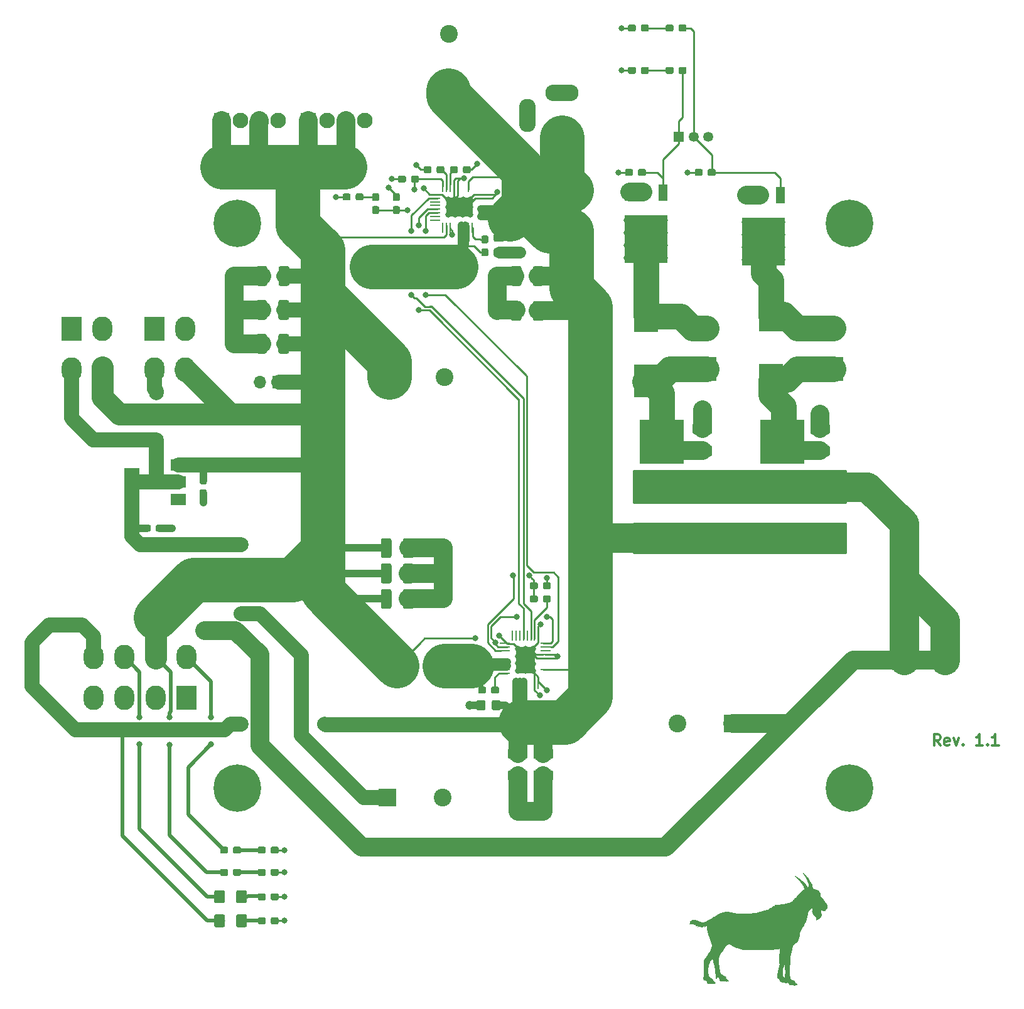
<source format=gtl>
G04 #@! TF.GenerationSoftware,KiCad,Pcbnew,(5.0.0)*
G04 #@! TF.CreationDate,2019-03-27T17:13:10-04:00*
G04 #@! TF.ProjectId,control board power,636F6E74726F6C20626F61726420706F,rev?*
G04 #@! TF.SameCoordinates,Original*
G04 #@! TF.FileFunction,Copper,L1,Top,Signal*
G04 #@! TF.FilePolarity,Positive*
%FSLAX46Y46*%
G04 Gerber Fmt 4.6, Leading zero omitted, Abs format (unit mm)*
G04 Created by KiCad (PCBNEW (5.0.0)) date 03/27/19 17:13:10*
%MOMM*%
%LPD*%
G01*
G04 APERTURE LIST*
G04 #@! TA.AperFunction,NonConductor*
%ADD10C,0.300000*%
G04 #@! TD*
G04 #@! TA.AperFunction,EtchedComponent*
%ADD11C,0.010000*%
G04 #@! TD*
G04 #@! TA.AperFunction,ComponentPad*
%ADD12C,6.400000*%
G04 #@! TD*
G04 #@! TA.AperFunction,Conductor*
%ADD13C,0.100000*%
G04 #@! TD*
G04 #@! TA.AperFunction,SMDPad,CuDef*
%ADD14C,0.950000*%
G04 #@! TD*
G04 #@! TA.AperFunction,ComponentPad*
%ADD15O,1.700000X1.700000*%
G04 #@! TD*
G04 #@! TA.AperFunction,ComponentPad*
%ADD16R,1.700000X1.700000*%
G04 #@! TD*
G04 #@! TA.AperFunction,ComponentPad*
%ADD17O,2.250000X4.500000*%
G04 #@! TD*
G04 #@! TA.AperFunction,ComponentPad*
%ADD18O,4.500000X2.250000*%
G04 #@! TD*
G04 #@! TA.AperFunction,ComponentPad*
%ADD19O,5.000000X2.500000*%
G04 #@! TD*
G04 #@! TA.AperFunction,ComponentPad*
%ADD20O,2.700000X3.300000*%
G04 #@! TD*
G04 #@! TA.AperFunction,ComponentPad*
%ADD21R,2.700000X3.300000*%
G04 #@! TD*
G04 #@! TA.AperFunction,ComponentPad*
%ADD22C,3.200000*%
G04 #@! TD*
G04 #@! TA.AperFunction,SMDPad,CuDef*
%ADD23R,2.000000X1.500000*%
G04 #@! TD*
G04 #@! TA.AperFunction,SMDPad,CuDef*
%ADD24R,2.000000X3.800000*%
G04 #@! TD*
G04 #@! TA.AperFunction,ComponentPad*
%ADD25C,1.524000*%
G04 #@! TD*
G04 #@! TA.AperFunction,SMDPad,CuDef*
%ADD26R,1.400000X0.250000*%
G04 #@! TD*
G04 #@! TA.AperFunction,SMDPad,CuDef*
%ADD27R,0.250000X1.400000*%
G04 #@! TD*
G04 #@! TA.AperFunction,SMDPad,CuDef*
%ADD28R,3.600000X2.600000*%
G04 #@! TD*
G04 #@! TA.AperFunction,SMDPad,CuDef*
%ADD29R,2.600000X3.600000*%
G04 #@! TD*
G04 #@! TA.AperFunction,SMDPad,CuDef*
%ADD30C,1.425000*%
G04 #@! TD*
G04 #@! TA.AperFunction,SMDPad,CuDef*
%ADD31C,1.150000*%
G04 #@! TD*
G04 #@! TA.AperFunction,SMDPad,CuDef*
%ADD32R,5.800000X6.400000*%
G04 #@! TD*
G04 #@! TA.AperFunction,SMDPad,CuDef*
%ADD33R,1.200000X2.200000*%
G04 #@! TD*
G04 #@! TA.AperFunction,SMDPad,CuDef*
%ADD34R,3.300000X4.500000*%
G04 #@! TD*
G04 #@! TA.AperFunction,SMDPad,CuDef*
%ADD35R,6.000000X6.000000*%
G04 #@! TD*
G04 #@! TA.AperFunction,ComponentPad*
%ADD36O,3.300000X2.700000*%
G04 #@! TD*
G04 #@! TA.AperFunction,ComponentPad*
%ADD37R,3.300000X2.700000*%
G04 #@! TD*
G04 #@! TA.AperFunction,ComponentPad*
%ADD38R,2.400000X2.400000*%
G04 #@! TD*
G04 #@! TA.AperFunction,ComponentPad*
%ADD39C,2.400000*%
G04 #@! TD*
G04 #@! TA.AperFunction,ComponentPad*
%ADD40R,1.350000X1.350000*%
G04 #@! TD*
G04 #@! TA.AperFunction,ComponentPad*
%ADD41C,1.350000*%
G04 #@! TD*
G04 #@! TA.AperFunction,ComponentPad*
%ADD42R,2.100000X2.100000*%
G04 #@! TD*
G04 #@! TA.AperFunction,ComponentPad*
%ADD43C,2.100000*%
G04 #@! TD*
G04 #@! TA.AperFunction,ViaPad*
%ADD44C,2.000000*%
G04 #@! TD*
G04 #@! TA.AperFunction,ViaPad*
%ADD45C,0.800000*%
G04 #@! TD*
G04 #@! TA.AperFunction,ViaPad*
%ADD46C,1.200000*%
G04 #@! TD*
G04 #@! TA.AperFunction,ViaPad*
%ADD47C,1.600000*%
G04 #@! TD*
G04 #@! TA.AperFunction,Conductor*
%ADD48C,0.250000*%
G04 #@! TD*
G04 #@! TA.AperFunction,Conductor*
%ADD49C,2.500000*%
G04 #@! TD*
G04 #@! TA.AperFunction,Conductor*
%ADD50C,1.000000*%
G04 #@! TD*
G04 #@! TA.AperFunction,Conductor*
%ADD51C,1.600000*%
G04 #@! TD*
G04 #@! TA.AperFunction,Conductor*
%ADD52C,2.000000*%
G04 #@! TD*
G04 #@! TA.AperFunction,Conductor*
%ADD53C,0.500000*%
G04 #@! TD*
G04 #@! TA.AperFunction,Conductor*
%ADD54C,6.000000*%
G04 #@! TD*
G04 #@! TA.AperFunction,Conductor*
%ADD55C,3.000000*%
G04 #@! TD*
G04 #@! TA.AperFunction,Conductor*
%ADD56C,4.000000*%
G04 #@! TD*
G04 #@! TA.AperFunction,Conductor*
%ADD57C,3.500000*%
G04 #@! TD*
G04 #@! TA.AperFunction,Conductor*
%ADD58C,0.254000*%
G04 #@! TD*
G04 APERTURE END LIST*
D10*
X155793714Y-133203071D02*
X155293714Y-132488785D01*
X154936571Y-133203071D02*
X154936571Y-131703071D01*
X155508000Y-131703071D01*
X155650857Y-131774500D01*
X155722285Y-131845928D01*
X155793714Y-131988785D01*
X155793714Y-132203071D01*
X155722285Y-132345928D01*
X155650857Y-132417357D01*
X155508000Y-132488785D01*
X154936571Y-132488785D01*
X157008000Y-133131642D02*
X156865142Y-133203071D01*
X156579428Y-133203071D01*
X156436571Y-133131642D01*
X156365142Y-132988785D01*
X156365142Y-132417357D01*
X156436571Y-132274500D01*
X156579428Y-132203071D01*
X156865142Y-132203071D01*
X157008000Y-132274500D01*
X157079428Y-132417357D01*
X157079428Y-132560214D01*
X156365142Y-132703071D01*
X157579428Y-132203071D02*
X157936571Y-133203071D01*
X158293714Y-132203071D01*
X158865142Y-133060214D02*
X158936571Y-133131642D01*
X158865142Y-133203071D01*
X158793714Y-133131642D01*
X158865142Y-133060214D01*
X158865142Y-133203071D01*
X161508000Y-133203071D02*
X160650857Y-133203071D01*
X161079428Y-133203071D02*
X161079428Y-131703071D01*
X160936571Y-131917357D01*
X160793714Y-132060214D01*
X160650857Y-132131642D01*
X162150857Y-133060214D02*
X162222285Y-133131642D01*
X162150857Y-133203071D01*
X162079428Y-133131642D01*
X162150857Y-133060214D01*
X162150857Y-133203071D01*
X163650857Y-133203071D02*
X162793714Y-133203071D01*
X163222285Y-133203071D02*
X163222285Y-131703071D01*
X163079428Y-131917357D01*
X162936571Y-132060214D01*
X162793714Y-132131642D01*
D11*
G04 #@! TO.C,G\002A\002A\002A*
G36*
X137268868Y-150414574D02*
X137290385Y-150431658D01*
X137324328Y-150460799D01*
X137371390Y-150502416D01*
X137382214Y-150512073D01*
X137493210Y-150616160D01*
X137605829Y-150730980D01*
X137715650Y-150851654D01*
X137818252Y-150973303D01*
X137909214Y-151091047D01*
X137919078Y-151104599D01*
X138075809Y-151336356D01*
X138214525Y-151573129D01*
X138335871Y-151816087D01*
X138420300Y-152014237D01*
X138443949Y-152076911D01*
X138469991Y-152150623D01*
X138496701Y-152230066D01*
X138522350Y-152309935D01*
X138545211Y-152384924D01*
X138563558Y-152449725D01*
X138569521Y-152472703D01*
X138579358Y-152512069D01*
X138684922Y-152551478D01*
X138736617Y-152569656D01*
X138798110Y-152589541D01*
X138863953Y-152609531D01*
X138928698Y-152628024D01*
X138986895Y-152643420D01*
X139033095Y-152654116D01*
X139036424Y-152654783D01*
X139056465Y-152661111D01*
X139087667Y-152673512D01*
X139124873Y-152689642D01*
X139162926Y-152707153D01*
X139196668Y-152723702D01*
X139220944Y-152736939D01*
X139228785Y-152742288D01*
X139243533Y-152753282D01*
X139267898Y-152769958D01*
X139285449Y-152781480D01*
X139332020Y-152816647D01*
X139381906Y-152862754D01*
X139429367Y-152913983D01*
X139468661Y-152964514D01*
X139474306Y-152972907D01*
X139505091Y-153026060D01*
X139528767Y-153082039D01*
X139546264Y-153144489D01*
X139558517Y-153217050D01*
X139566457Y-153303366D01*
X139568572Y-153341274D01*
X139572477Y-153410067D01*
X139577994Y-153464746D01*
X139586912Y-153509366D01*
X139601021Y-153547978D01*
X139622112Y-153584637D01*
X139651975Y-153623396D01*
X139692398Y-153668308D01*
X139730693Y-153708438D01*
X139772422Y-153752240D01*
X139809825Y-153792932D01*
X139844658Y-153832803D01*
X139878679Y-153874140D01*
X139913644Y-153919231D01*
X139951311Y-153970365D01*
X139993438Y-154029829D01*
X140041779Y-154099912D01*
X140098094Y-154182902D01*
X140120029Y-154215444D01*
X140166020Y-154283151D01*
X140212538Y-154350523D01*
X140257510Y-154414636D01*
X140298861Y-154472566D01*
X140334517Y-154521390D01*
X140362405Y-154558183D01*
X140369349Y-154566937D01*
X140419465Y-154632455D01*
X140456259Y-154688867D01*
X140481240Y-154739024D01*
X140495917Y-154785774D01*
X140500560Y-154814846D01*
X140502623Y-154861559D01*
X140496459Y-154897005D01*
X140480426Y-154927794D01*
X140468749Y-154942849D01*
X140455439Y-154960330D01*
X140448653Y-154976649D01*
X140447101Y-154998238D01*
X140449493Y-155031531D01*
X140449967Y-155036452D01*
X140449406Y-155109838D01*
X140432967Y-155174008D01*
X140401205Y-155227905D01*
X140354676Y-155270475D01*
X140315171Y-155292287D01*
X140288040Y-155306342D01*
X140269874Y-155319691D01*
X140265149Y-155327184D01*
X140260180Y-155341881D01*
X140247439Y-155365751D01*
X140236739Y-155382851D01*
X140199223Y-155424222D01*
X140149436Y-155457350D01*
X140093630Y-155478437D01*
X140072791Y-155482416D01*
X140018205Y-155482157D01*
X139955210Y-155468897D01*
X139887820Y-155444079D01*
X139820046Y-155409147D01*
X139763114Y-155371063D01*
X139728977Y-155347807D01*
X139702400Y-155336440D01*
X139682394Y-155338125D01*
X139667970Y-155354025D01*
X139658139Y-155385305D01*
X139651913Y-155433126D01*
X139648303Y-155498653D01*
X139648040Y-155506462D01*
X139646978Y-155550925D01*
X139647261Y-155588996D01*
X139649347Y-155625108D01*
X139653695Y-155663697D01*
X139660764Y-155709196D01*
X139671013Y-155766039D01*
X139679526Y-155810805D01*
X139695520Y-155899131D01*
X139706196Y-155972059D01*
X139711532Y-156032489D01*
X139711500Y-156083323D01*
X139706076Y-156127464D01*
X139695233Y-156167813D01*
X139678947Y-156207271D01*
X139675988Y-156213385D01*
X139635255Y-156277757D01*
X139588753Y-156326904D01*
X139555794Y-156358592D01*
X139523438Y-156392755D01*
X139498618Y-156422069D01*
X139498354Y-156422414D01*
X139453554Y-156471114D01*
X139394219Y-156520789D01*
X139324519Y-156568806D01*
X139248622Y-156612531D01*
X139170701Y-156649329D01*
X139096974Y-156675959D01*
X139038461Y-156693411D01*
X139058502Y-156659444D01*
X139072635Y-156621335D01*
X139079058Y-156572122D01*
X139077691Y-156518158D01*
X139068450Y-156465795D01*
X139061295Y-156443362D01*
X139028654Y-156374984D01*
X138981003Y-156303693D01*
X138917524Y-156228471D01*
X138837397Y-156148303D01*
X138787326Y-156102955D01*
X138708815Y-156025639D01*
X138644622Y-155942950D01*
X138590073Y-155848739D01*
X138582688Y-155833762D01*
X138537618Y-155723966D01*
X138510406Y-155618264D01*
X138501026Y-155517178D01*
X138509448Y-155421232D01*
X138535646Y-155330946D01*
X138579592Y-155246846D01*
X138616664Y-155196931D01*
X138642466Y-155163705D01*
X138655310Y-155139851D01*
X138654226Y-155124636D01*
X138638246Y-155117322D01*
X138606398Y-155117176D01*
X138557713Y-155123459D01*
X138526837Y-155128767D01*
X138477564Y-155135848D01*
X138423059Y-155140933D01*
X138377460Y-155142867D01*
X138339756Y-155143616D01*
X138316891Y-155146106D01*
X138304664Y-155151335D01*
X138298880Y-155160301D01*
X138298423Y-155161663D01*
X138285038Y-155183613D01*
X138261513Y-155206995D01*
X138234195Y-155226703D01*
X138209433Y-155237637D01*
X138202920Y-155238450D01*
X138187168Y-155242070D01*
X138174263Y-155255679D01*
X138160370Y-155283397D01*
X138159756Y-155284820D01*
X138127504Y-155339087D01*
X138083800Y-155381737D01*
X138043535Y-155404744D01*
X138020326Y-155419628D01*
X137997637Y-155445226D01*
X137975168Y-155482448D01*
X137952619Y-155532204D01*
X137929689Y-155595404D01*
X137906078Y-155672959D01*
X137881486Y-155765778D01*
X137855611Y-155874771D01*
X137828155Y-156000850D01*
X137798815Y-156144923D01*
X137798189Y-156148087D01*
X137772104Y-156277275D01*
X137748090Y-156390273D01*
X137725487Y-156489748D01*
X137703639Y-156578362D01*
X137681884Y-156658782D01*
X137659566Y-156733671D01*
X137636024Y-156805694D01*
X137634527Y-156810075D01*
X137608358Y-156883002D01*
X137580562Y-156952924D01*
X137549732Y-157022643D01*
X137514465Y-157094959D01*
X137473357Y-157172672D01*
X137425002Y-157258582D01*
X137367997Y-157355490D01*
X137326410Y-157424437D01*
X137256344Y-157539967D01*
X137195398Y-157641080D01*
X137142609Y-157729520D01*
X137097010Y-157807032D01*
X137057639Y-157875361D01*
X137023530Y-157936250D01*
X136993720Y-157991445D01*
X136967245Y-158042690D01*
X136943139Y-158091730D01*
X136920439Y-158140310D01*
X136898181Y-158190173D01*
X136880337Y-158231473D01*
X136835242Y-158345866D01*
X136799546Y-158457438D01*
X136771909Y-158571654D01*
X136750994Y-158693975D01*
X136736549Y-158818230D01*
X136724478Y-158927054D01*
X136709801Y-159021654D01*
X136691226Y-159106809D01*
X136667467Y-159187298D01*
X136637233Y-159267901D01*
X136599236Y-159353398D01*
X136583266Y-159386587D01*
X136502190Y-159530830D01*
X136405495Y-159664349D01*
X136293619Y-159786666D01*
X136167004Y-159897305D01*
X136026089Y-159995787D01*
X136016653Y-160001628D01*
X135972770Y-160029665D01*
X135935880Y-160056543D01*
X135905043Y-160084348D01*
X135879315Y-160115163D01*
X135857754Y-160151070D01*
X135839417Y-160194154D01*
X135823361Y-160246498D01*
X135808644Y-160310187D01*
X135794322Y-160387303D01*
X135779453Y-160479931D01*
X135769167Y-160548637D01*
X135752423Y-160657924D01*
X135736393Y-160752099D01*
X135720203Y-160835034D01*
X135702982Y-160910602D01*
X135683858Y-160982675D01*
X135661958Y-161055124D01*
X135640425Y-161120137D01*
X135613295Y-161202633D01*
X135590460Y-161280002D01*
X135571481Y-161355156D01*
X135555913Y-161431004D01*
X135543316Y-161510458D01*
X135533246Y-161596430D01*
X135525263Y-161691830D01*
X135518925Y-161799569D01*
X135513787Y-161922559D01*
X135512406Y-161963099D01*
X135508387Y-162083403D01*
X135504658Y-162186913D01*
X135501042Y-162275879D01*
X135497365Y-162352552D01*
X135493452Y-162419181D01*
X135489127Y-162478017D01*
X135484214Y-162531311D01*
X135478540Y-162581313D01*
X135471928Y-162630272D01*
X135464203Y-162680440D01*
X135455190Y-162734066D01*
X135450089Y-162763199D01*
X135415862Y-162987114D01*
X135393452Y-163207042D01*
X135382653Y-163427660D01*
X135383260Y-163653646D01*
X135395066Y-163889675D01*
X135398458Y-163934774D01*
X135406224Y-164020797D01*
X135416201Y-164111955D01*
X135427932Y-164205381D01*
X135440964Y-164298211D01*
X135454843Y-164387576D01*
X135469114Y-164470611D01*
X135483322Y-164544450D01*
X135497014Y-164606226D01*
X135509735Y-164653074D01*
X135514610Y-164667426D01*
X135543002Y-164723973D01*
X135583325Y-164770935D01*
X135637074Y-164809317D01*
X135705744Y-164840126D01*
X135790830Y-164864365D01*
X135815518Y-164869652D01*
X135894380Y-164887166D01*
X135956346Y-164904915D01*
X136003550Y-164924076D01*
X136038123Y-164945825D01*
X136062196Y-164971335D01*
X136077902Y-165001781D01*
X136082672Y-165016901D01*
X136099966Y-165058227D01*
X136132116Y-165109880D01*
X136178518Y-165171057D01*
X136238565Y-165240952D01*
X136302730Y-165309567D01*
X136417086Y-165427873D01*
X136390874Y-165437932D01*
X136345355Y-165452972D01*
X136289188Y-165467900D01*
X136227719Y-165481653D01*
X136166292Y-165493172D01*
X136110252Y-165501394D01*
X136064941Y-165505256D01*
X136051470Y-165505356D01*
X136015552Y-165502654D01*
X135976969Y-165497316D01*
X135970029Y-165496032D01*
X135937638Y-165488364D01*
X135897416Y-165477073D01*
X135867326Y-165467622D01*
X135838149Y-165458363D01*
X135815323Y-165453332D01*
X135792766Y-165452327D01*
X135764399Y-165455146D01*
X135724142Y-165461588D01*
X135717855Y-165462658D01*
X135655266Y-165472258D01*
X135606808Y-165476706D01*
X135568222Y-165475820D01*
X135535247Y-165469417D01*
X135503623Y-165457314D01*
X135494856Y-165453091D01*
X135447187Y-165419122D01*
X135412104Y-165372561D01*
X135392313Y-165317102D01*
X135391366Y-165311746D01*
X135384716Y-165288239D01*
X135370568Y-165272778D01*
X135346603Y-165260225D01*
X135317575Y-165243095D01*
X135288576Y-165219127D01*
X135264090Y-165192897D01*
X135248598Y-165168977D01*
X135245475Y-165157038D01*
X135243313Y-165149357D01*
X135234251Y-165145843D01*
X135214421Y-165146115D01*
X135179958Y-165149791D01*
X135176418Y-165150225D01*
X135144460Y-165152919D01*
X135097963Y-165155190D01*
X135041433Y-165156901D01*
X134979378Y-165157911D01*
X134921624Y-165158103D01*
X134846777Y-165157373D01*
X134786107Y-165155514D01*
X134734761Y-165152173D01*
X134687881Y-165146994D01*
X134640612Y-165139623D01*
X134621587Y-165136183D01*
X134507190Y-165111087D01*
X134407972Y-165081395D01*
X134324528Y-165047459D01*
X134257449Y-165009629D01*
X134207328Y-164968256D01*
X134174758Y-164923690D01*
X134160332Y-164876283D01*
X134159625Y-164862842D01*
X134155193Y-164845129D01*
X134146997Y-164839650D01*
X134125473Y-164830539D01*
X134105811Y-164804861D01*
X134089489Y-164765094D01*
X134080437Y-164728083D01*
X134071748Y-164690448D01*
X134061344Y-164657227D01*
X134051588Y-164635815D01*
X134040816Y-164622000D01*
X134027221Y-164612603D01*
X134006253Y-164605904D01*
X133973362Y-164600180D01*
X133948535Y-164596824D01*
X133904011Y-164583995D01*
X133868915Y-164557499D01*
X133842333Y-164516113D01*
X133823348Y-164458611D01*
X133815721Y-164419082D01*
X133809972Y-164370711D01*
X133807207Y-164316504D01*
X133807578Y-164255438D01*
X133811239Y-164186490D01*
X133818341Y-164108639D01*
X133829038Y-164020860D01*
X133843484Y-163922134D01*
X133861831Y-163811436D01*
X133884231Y-163687745D01*
X133896417Y-163624677D01*
X134467339Y-163624677D01*
X134468196Y-163707273D01*
X134469803Y-163806324D01*
X134469886Y-163810950D01*
X134472071Y-163918559D01*
X134474583Y-164009121D01*
X134477631Y-164084637D01*
X134481423Y-164147110D01*
X134486168Y-164198542D01*
X134492075Y-164240934D01*
X134499352Y-164276290D01*
X134508208Y-164306611D01*
X134518852Y-164333899D01*
X134525977Y-164349228D01*
X134562632Y-164407990D01*
X134609549Y-164458469D01*
X134663203Y-164498055D01*
X134720071Y-164524141D01*
X134775683Y-164534097D01*
X134793367Y-164533525D01*
X134803009Y-164527547D01*
X134808000Y-164511470D01*
X134811280Y-164484843D01*
X134813894Y-164457103D01*
X134817405Y-164415359D01*
X134821411Y-164364612D01*
X134825508Y-164309863D01*
X134826799Y-164291962D01*
X134832099Y-164226147D01*
X134839149Y-164150499D01*
X134847057Y-164074050D01*
X134854931Y-164005832D01*
X134855476Y-164001450D01*
X134863838Y-163926781D01*
X134869458Y-163855772D01*
X134872331Y-163784757D01*
X134872457Y-163710070D01*
X134869829Y-163628045D01*
X134864447Y-163535015D01*
X134856306Y-163427315D01*
X134854950Y-163410900D01*
X134845013Y-163274056D01*
X134838903Y-163148757D01*
X134836632Y-163036493D01*
X134838210Y-162938753D01*
X134843647Y-162857029D01*
X134850450Y-162806083D01*
X134856654Y-162768375D01*
X134859766Y-162739224D01*
X134859555Y-162712548D01*
X134855791Y-162682266D01*
X134848245Y-162642297D01*
X134843379Y-162618687D01*
X134833749Y-162573492D01*
X134826412Y-162543860D01*
X134819997Y-162526661D01*
X134813131Y-162518768D01*
X134804441Y-162517048D01*
X134799016Y-162517521D01*
X134788685Y-162520643D01*
X134779662Y-162529213D01*
X134770371Y-162546272D01*
X134759237Y-162574861D01*
X134744687Y-162618022D01*
X134740846Y-162629850D01*
X134719852Y-162691752D01*
X134693896Y-162763701D01*
X134665350Y-162839469D01*
X134636586Y-162912827D01*
X134609975Y-162977545D01*
X134597611Y-163006087D01*
X134583099Y-163041424D01*
X134565178Y-163088931D01*
X134545996Y-163142554D01*
X134527698Y-163196241D01*
X134512432Y-163243938D01*
X134508086Y-163258500D01*
X134496763Y-163298789D01*
X134487563Y-163335683D01*
X134480314Y-163371661D01*
X134474846Y-163409206D01*
X134470986Y-163450799D01*
X134468562Y-163498921D01*
X134467404Y-163556053D01*
X134467339Y-163624677D01*
X133896417Y-163624677D01*
X133910839Y-163550037D01*
X133941806Y-163397290D01*
X133977286Y-163228483D01*
X134017431Y-163042592D01*
X134030642Y-162982275D01*
X134102824Y-162653662D01*
X134093600Y-162496500D01*
X134083065Y-162260668D01*
X134078855Y-162017988D01*
X134081027Y-161766472D01*
X134089633Y-161504138D01*
X134104730Y-161229000D01*
X134126370Y-160939074D01*
X134141005Y-160773423D01*
X134146346Y-160713169D01*
X134150620Y-160659494D01*
X134153640Y-160615229D01*
X134155221Y-160583204D01*
X134155179Y-160566250D01*
X134154710Y-160564359D01*
X134143518Y-160563278D01*
X134118290Y-160564967D01*
X134083780Y-160569055D01*
X134071211Y-160570861D01*
X133901384Y-160595811D01*
X133746924Y-160617413D01*
X133604519Y-160636061D01*
X133470860Y-160652150D01*
X133342633Y-160666075D01*
X133216528Y-160678231D01*
X133089233Y-160689013D01*
X133064249Y-160690968D01*
X132980376Y-160697217D01*
X132899403Y-160702704D01*
X132819655Y-160707463D01*
X132739455Y-160711527D01*
X132657126Y-160714927D01*
X132570996Y-160717697D01*
X132479385Y-160719870D01*
X132380621Y-160721477D01*
X132273024Y-160722552D01*
X132154921Y-160723128D01*
X132024636Y-160723236D01*
X131880492Y-160722911D01*
X131720814Y-160722183D01*
X131543925Y-160721087D01*
X131525962Y-160720963D01*
X131351413Y-160719901D01*
X131188861Y-160719210D01*
X131039176Y-160718889D01*
X130903223Y-160718933D01*
X130781872Y-160719339D01*
X130675990Y-160720105D01*
X130586444Y-160721227D01*
X130514102Y-160722702D01*
X130459831Y-160724528D01*
X130454400Y-160724779D01*
X130377973Y-160728207D01*
X130289794Y-160731777D01*
X130197155Y-160735218D01*
X130107348Y-160738258D01*
X130030537Y-160740548D01*
X129744427Y-160738830D01*
X129459308Y-160718262D01*
X129175919Y-160679041D01*
X128894998Y-160621366D01*
X128617282Y-160545435D01*
X128343512Y-160451445D01*
X128074424Y-160339596D01*
X127810758Y-160210084D01*
X127592137Y-160086668D01*
X127521978Y-160044858D01*
X127465578Y-160012042D01*
X127420521Y-159987147D01*
X127384394Y-159969098D01*
X127354784Y-159956822D01*
X127329276Y-159949245D01*
X127305456Y-159945294D01*
X127280911Y-159943894D01*
X127271001Y-159943807D01*
X127210076Y-159948278D01*
X127153631Y-159962988D01*
X127095921Y-159989863D01*
X127050629Y-160017650D01*
X127003445Y-160051700D01*
X126954417Y-160092893D01*
X126902838Y-160142120D01*
X126847999Y-160200275D01*
X126789195Y-160268251D01*
X126725716Y-160346940D01*
X126656857Y-160437235D01*
X126581910Y-160540028D01*
X126500167Y-160656214D01*
X126410922Y-160786683D01*
X126313467Y-160932330D01*
X126251027Y-161026967D01*
X126184299Y-161129421D01*
X126127806Y-161218145D01*
X126080585Y-161294816D01*
X126041671Y-161361113D01*
X126010098Y-161418716D01*
X125984904Y-161469302D01*
X125965122Y-161514551D01*
X125953962Y-161544000D01*
X125919468Y-161648623D01*
X125892378Y-161748375D01*
X125872028Y-161847537D01*
X125857754Y-161950391D01*
X125848893Y-162061218D01*
X125844782Y-162184302D01*
X125844300Y-162251707D01*
X125845003Y-162331082D01*
X125847274Y-162408854D01*
X125851356Y-162487389D01*
X125857491Y-162569053D01*
X125865922Y-162656214D01*
X125876891Y-162751235D01*
X125890641Y-162856485D01*
X125907414Y-162974329D01*
X125927452Y-163107134D01*
X125940647Y-163191824D01*
X125951840Y-163264585D01*
X125964374Y-163348683D01*
X125977148Y-163436562D01*
X125989060Y-163520667D01*
X125996729Y-163576447D01*
X126006097Y-163644426D01*
X126013935Y-163696848D01*
X126021009Y-163737060D01*
X126028084Y-163768417D01*
X126035928Y-163794269D01*
X126045307Y-163817969D01*
X126056985Y-163842867D01*
X126058174Y-163845278D01*
X126090997Y-163899178D01*
X126137318Y-163957617D01*
X126193545Y-164016715D01*
X126256087Y-164072591D01*
X126299641Y-164106224D01*
X126333069Y-164129592D01*
X126376413Y-164158739D01*
X126426122Y-164191396D01*
X126478642Y-164225294D01*
X126530424Y-164258166D01*
X126577916Y-164287740D01*
X126617566Y-164311750D01*
X126645823Y-164327925D01*
X126650514Y-164330389D01*
X126674155Y-164343067D01*
X126689648Y-164352548D01*
X126692024Y-164354503D01*
X126701995Y-164362511D01*
X126722532Y-164377332D01*
X126739650Y-164389210D01*
X126769193Y-164411138D01*
X126795795Y-164433705D01*
X126805510Y-164443250D01*
X126820190Y-164460505D01*
X126822539Y-164471723D01*
X126813599Y-164484434D01*
X126811525Y-164486741D01*
X126802304Y-164501399D01*
X126800149Y-164518713D01*
X126805987Y-164539947D01*
X126820750Y-164566361D01*
X126845363Y-164599217D01*
X126880758Y-164639778D01*
X126927862Y-164689304D01*
X126987605Y-164749059D01*
X127047631Y-164807497D01*
X127091269Y-164849850D01*
X127129874Y-164887747D01*
X127161466Y-164919208D01*
X127184070Y-164942259D01*
X127195707Y-164954922D01*
X127196850Y-164956655D01*
X127188225Y-164960678D01*
X127165446Y-164966614D01*
X127133154Y-164973280D01*
X127127793Y-164974267D01*
X127046980Y-164983627D01*
X126949288Y-164985452D01*
X126834547Y-164979736D01*
X126702591Y-164966473D01*
X126611062Y-164954313D01*
X126534639Y-164944146D01*
X126454306Y-164934872D01*
X126375934Y-164927084D01*
X126305397Y-164921369D01*
X126255237Y-164918555D01*
X126198805Y-164916180D01*
X126158058Y-164913745D01*
X126129641Y-164910706D01*
X126110195Y-164906519D01*
X126096362Y-164900642D01*
X126084786Y-164892531D01*
X126082445Y-164890593D01*
X126058024Y-164861878D01*
X126048302Y-164827228D01*
X126052438Y-164782978D01*
X126055161Y-164771450D01*
X126067051Y-164725055D01*
X126028353Y-164684721D01*
X126005090Y-164657860D01*
X125976732Y-164621334D01*
X125948256Y-164581649D01*
X125939164Y-164568187D01*
X125900261Y-164511026D01*
X125868069Y-164467749D01*
X125840096Y-164435564D01*
X125813844Y-164411677D01*
X125786818Y-164393296D01*
X125778885Y-164388817D01*
X125733183Y-164368696D01*
X125697799Y-164363489D01*
X125673300Y-164373191D01*
X125662650Y-164389593D01*
X125645241Y-164430862D01*
X125622046Y-164478214D01*
X125595998Y-164526349D01*
X125570026Y-164569964D01*
X125547064Y-164603758D01*
X125538214Y-164614662D01*
X125518155Y-164636661D01*
X125507184Y-164645774D01*
X125501746Y-164643373D01*
X125498286Y-164630825D01*
X125498132Y-164630100D01*
X125496535Y-164614220D01*
X125494723Y-164582195D01*
X125492810Y-164536924D01*
X125490908Y-164481309D01*
X125489129Y-164418252D01*
X125487952Y-164368162D01*
X125481587Y-164200584D01*
X125469732Y-164019923D01*
X125452954Y-163831152D01*
X125431827Y-163639249D01*
X125406918Y-163449188D01*
X125378799Y-163265946D01*
X125348040Y-163094498D01*
X125334039Y-163025137D01*
X125325234Y-162982819D01*
X125316421Y-162939963D01*
X125310514Y-162910837D01*
X125293966Y-162830402D01*
X125274343Y-162738493D01*
X125252425Y-162638498D01*
X125228991Y-162533806D01*
X125204819Y-162427809D01*
X125180690Y-162323896D01*
X125157381Y-162225456D01*
X125135674Y-162135880D01*
X125116347Y-162058556D01*
X125101793Y-162002846D01*
X125092300Y-161978006D01*
X125078837Y-161965526D01*
X125058889Y-161965469D01*
X125029939Y-161977901D01*
X124989471Y-162002886D01*
X124985040Y-162005845D01*
X124877946Y-162089134D01*
X124782423Y-162187537D01*
X124698488Y-162301021D01*
X124626157Y-162429556D01*
X124565445Y-162573110D01*
X124516369Y-162731652D01*
X124478945Y-162905151D01*
X124458073Y-163048949D01*
X124450917Y-163120152D01*
X124444385Y-163204688D01*
X124438653Y-163298153D01*
X124433901Y-163396145D01*
X124430309Y-163494264D01*
X124428053Y-163588106D01*
X124427313Y-163673269D01*
X124428268Y-163745351D01*
X124428994Y-163765726D01*
X124439099Y-163902363D01*
X124457356Y-164024102D01*
X124484391Y-164133547D01*
X124520831Y-164233301D01*
X124561295Y-164315352D01*
X124605460Y-164381791D01*
X124664646Y-164451204D01*
X124735788Y-164520588D01*
X124815820Y-164586937D01*
X124896562Y-164643948D01*
X124950554Y-164679216D01*
X124990538Y-164706325D01*
X125018609Y-164727292D01*
X125036864Y-164744134D01*
X125047398Y-164758867D01*
X125052306Y-164773509D01*
X125053685Y-164790078D01*
X125053725Y-164795201D01*
X125056814Y-164821633D01*
X125067864Y-164848233D01*
X125089548Y-164881136D01*
X125093446Y-164886409D01*
X125129486Y-164932564D01*
X125173788Y-164986020D01*
X125222268Y-165042123D01*
X125270837Y-165096219D01*
X125315410Y-165143652D01*
X125346559Y-165174737D01*
X125403333Y-165228837D01*
X125349972Y-165252534D01*
X125305991Y-165270819D01*
X125264811Y-165284610D01*
X125223330Y-165294140D01*
X125178447Y-165299647D01*
X125127059Y-165301367D01*
X125066064Y-165299537D01*
X124992360Y-165294392D01*
X124905303Y-165286411D01*
X124832194Y-165279420D01*
X124774350Y-165274454D01*
X124728106Y-165271405D01*
X124689798Y-165270164D01*
X124655760Y-165270620D01*
X124622328Y-165272665D01*
X124585836Y-165276190D01*
X124580779Y-165276740D01*
X124516631Y-165282198D01*
X124467337Y-165282190D01*
X124429325Y-165276088D01*
X124399023Y-165263261D01*
X124372860Y-165243081D01*
X124369167Y-165239476D01*
X124342908Y-165206045D01*
X124327548Y-165167102D01*
X124321970Y-165118425D01*
X124323898Y-165068458D01*
X124326330Y-165036066D01*
X124325881Y-165011841D01*
X124320327Y-164992551D01*
X124307446Y-164974964D01*
X124285015Y-164955850D01*
X124250810Y-164931975D01*
X124212641Y-164906727D01*
X124148032Y-164861635D01*
X124100308Y-164822510D01*
X124068556Y-164788526D01*
X124053557Y-164763346D01*
X124040171Y-164742100D01*
X124020501Y-164735021D01*
X124015693Y-164734874D01*
X123998748Y-164738124D01*
X123982694Y-164750176D01*
X123963518Y-164774485D01*
X123954838Y-164787262D01*
X123935813Y-164813971D01*
X123919902Y-164832844D01*
X123910872Y-164839650D01*
X123898336Y-164830326D01*
X123884378Y-164802991D01*
X123869393Y-164758596D01*
X123855697Y-164706299D01*
X123842886Y-164651161D01*
X123834511Y-164608960D01*
X123830423Y-164574143D01*
X123830474Y-164541158D01*
X123834514Y-164504453D01*
X123842395Y-164458473D01*
X123848239Y-164427613D01*
X123858734Y-164368163D01*
X123868773Y-164303237D01*
X123877122Y-164241261D01*
X123882015Y-164196712D01*
X123885674Y-164142800D01*
X123888412Y-164072313D01*
X123890243Y-163987703D01*
X123891179Y-163891422D01*
X123891232Y-163785922D01*
X123890417Y-163673655D01*
X123888745Y-163557073D01*
X123886231Y-163438628D01*
X123882886Y-163320772D01*
X123878725Y-163205958D01*
X123876490Y-163153725D01*
X123871018Y-163014331D01*
X123867347Y-162880274D01*
X123865455Y-162753367D01*
X123865323Y-162635422D01*
X123866932Y-162528254D01*
X123870261Y-162433674D01*
X123875292Y-162353498D01*
X123882003Y-162289538D01*
X123886178Y-162263137D01*
X123903182Y-162181055D01*
X123922228Y-162113093D01*
X123945647Y-162054328D01*
X123975774Y-161999832D01*
X124014941Y-161944678D01*
X124065481Y-161883941D01*
X124066094Y-161883241D01*
X124226392Y-161693522D01*
X124369830Y-161509560D01*
X124497228Y-161330012D01*
X124609404Y-161153538D01*
X124707176Y-160978794D01*
X124791363Y-160804438D01*
X124862784Y-160629129D01*
X124904654Y-160508136D01*
X124931010Y-160423629D01*
X124950678Y-160353692D01*
X124964190Y-160295263D01*
X124972075Y-160245282D01*
X124974865Y-160200690D01*
X124973092Y-160158426D01*
X124969934Y-160132050D01*
X124957112Y-160059104D01*
X124937968Y-159971398D01*
X124913312Y-159871835D01*
X124883954Y-159763320D01*
X124850703Y-159648757D01*
X124814368Y-159531052D01*
X124775761Y-159413108D01*
X124743561Y-159319912D01*
X124720016Y-159253450D01*
X124693348Y-159178167D01*
X124666485Y-159102329D01*
X124642353Y-159034196D01*
X124637281Y-159019874D01*
X124576754Y-158846312D01*
X124523749Y-158688231D01*
X124477853Y-158543793D01*
X124438653Y-158411163D01*
X124405734Y-158288501D01*
X124378684Y-158173971D01*
X124357089Y-158065735D01*
X124340536Y-157961958D01*
X124328610Y-157860799D01*
X124320900Y-157760423D01*
X124316990Y-157658993D01*
X124316292Y-157593505D01*
X124316184Y-157526576D01*
X124315828Y-157476312D01*
X124314983Y-157440326D01*
X124313410Y-157416235D01*
X124310867Y-157401652D01*
X124307113Y-157394192D01*
X124301910Y-157391470D01*
X124295889Y-157391099D01*
X124276895Y-157398952D01*
X124251573Y-157420868D01*
X124236376Y-157437683D01*
X124207968Y-157467769D01*
X124171839Y-157501181D01*
X124137254Y-157529552D01*
X124106195Y-157551247D01*
X124070328Y-157573548D01*
X124033506Y-157594413D01*
X123999583Y-157611798D01*
X123972413Y-157623662D01*
X123955849Y-157627961D01*
X123953100Y-157627150D01*
X123953179Y-157616387D01*
X123958076Y-157593532D01*
X123962992Y-157576026D01*
X123975067Y-157527994D01*
X123977038Y-157496089D01*
X123968628Y-157480126D01*
X123949562Y-157479920D01*
X123919564Y-157495286D01*
X123882943Y-157522314D01*
X123830980Y-157558949D01*
X123769752Y-157593763D01*
X123703852Y-157624839D01*
X123637875Y-157650261D01*
X123576416Y-157668110D01*
X123524068Y-157676467D01*
X123512723Y-157676849D01*
X123497141Y-157674971D01*
X123492743Y-157665564D01*
X123495810Y-157645893D01*
X123502429Y-157612828D01*
X123507946Y-157582908D01*
X123513515Y-157550880D01*
X123471613Y-157556035D01*
X123443537Y-157560909D01*
X123403922Y-157569582D01*
X123359520Y-157580529D01*
X123339897Y-157585758D01*
X123288745Y-157597921D01*
X123232591Y-157608423D01*
X123181609Y-157615425D01*
X123169881Y-157616491D01*
X123089679Y-157622655D01*
X123108881Y-157585016D01*
X123123113Y-157551444D01*
X123133701Y-157516683D01*
X123134971Y-157510668D01*
X123141857Y-157473960D01*
X123104809Y-157479907D01*
X123073583Y-157486073D01*
X123035434Y-157495135D01*
X123015680Y-157500389D01*
X122947147Y-157512437D01*
X122873638Y-157513517D01*
X122807661Y-157503994D01*
X122780963Y-157497119D01*
X122763302Y-157491918D01*
X122759727Y-157490441D01*
X122763073Y-157481934D01*
X122774891Y-157461907D01*
X122792743Y-157434455D01*
X122795446Y-157430456D01*
X122820290Y-157388968D01*
X122832763Y-157356589D01*
X122832613Y-157334745D01*
X122819588Y-157324860D01*
X122814224Y-157324425D01*
X122795757Y-157326295D01*
X122764550Y-157331266D01*
X122726477Y-157338374D01*
X122715260Y-157340642D01*
X122636471Y-157356860D01*
X122542554Y-157312788D01*
X122458089Y-157276438D01*
X122381821Y-157251495D01*
X122307777Y-157236635D01*
X122229984Y-157230531D01*
X122172412Y-157230692D01*
X122121433Y-157232592D01*
X122085109Y-157235384D01*
X122059044Y-157239797D01*
X122038843Y-157246559D01*
X122021193Y-157255755D01*
X121997925Y-157267670D01*
X121981824Y-157272545D01*
X121978520Y-157271820D01*
X121979938Y-157261324D01*
X121988724Y-157238374D01*
X122003161Y-157207258D01*
X122009131Y-157195425D01*
X122037408Y-157149245D01*
X122073293Y-157103342D01*
X122112521Y-157062316D01*
X122150832Y-157030771D01*
X122174388Y-157016991D01*
X122191839Y-157001553D01*
X122196225Y-156978869D01*
X122196225Y-156950696D01*
X122115262Y-156957441D01*
X122070230Y-156960112D01*
X122043404Y-156959067D01*
X122034304Y-156954287D01*
X122034299Y-156954133D01*
X122040654Y-156943452D01*
X122057733Y-156922981D01*
X122082553Y-156896165D01*
X122099180Y-156879201D01*
X122174269Y-156814784D01*
X122255403Y-156766171D01*
X122343466Y-156733238D01*
X122439339Y-156715858D01*
X122543903Y-156713909D01*
X122658041Y-156727265D01*
X122782634Y-156755802D01*
X122843924Y-156774064D01*
X122899128Y-156792158D01*
X122951547Y-156810699D01*
X123004766Y-156831144D01*
X123062372Y-156854951D01*
X123127949Y-156883581D01*
X123205082Y-156918492D01*
X123251881Y-156940044D01*
X123331456Y-156976154D01*
X123397822Y-157004295D01*
X123454598Y-157025433D01*
X123505403Y-157040532D01*
X123553853Y-157050556D01*
X123603567Y-157056470D01*
X123658163Y-157059238D01*
X123701174Y-157059821D01*
X123755507Y-157059092D01*
X123809278Y-157056777D01*
X123856399Y-157053233D01*
X123890778Y-157048815D01*
X123891674Y-157048650D01*
X124000726Y-157021616D01*
X124120269Y-156979631D01*
X124249486Y-156923070D01*
X124387557Y-156852310D01*
X124533664Y-156767729D01*
X124618713Y-156714451D01*
X124671292Y-156680698D01*
X124720218Y-156649374D01*
X124762578Y-156622338D01*
X124795460Y-156601447D01*
X124815950Y-156588561D01*
X124818738Y-156586842D01*
X124834298Y-156577246D01*
X124863742Y-156558998D01*
X124904782Y-156533521D01*
X124955134Y-156502235D01*
X125012509Y-156466559D01*
X125074621Y-156427915D01*
X125096587Y-156414243D01*
X125214632Y-156341105D01*
X125319191Y-156277110D01*
X125412658Y-156220870D01*
X125497422Y-156170999D01*
X125575874Y-156126109D01*
X125650406Y-156084813D01*
X125723407Y-156045725D01*
X125797270Y-156007457D01*
X125801437Y-156005333D01*
X126011048Y-155904765D01*
X126212320Y-155821007D01*
X126405703Y-155753965D01*
X126591650Y-155703549D01*
X126770611Y-155669667D01*
X126943040Y-155652228D01*
X127109387Y-155651141D01*
X127270104Y-155666313D01*
X127377824Y-155686186D01*
X127419372Y-155695496D01*
X127472624Y-155707523D01*
X127530716Y-155720715D01*
X127586712Y-155733498D01*
X127811746Y-155779161D01*
X128053461Y-155816957D01*
X128311163Y-155846831D01*
X128584160Y-155868730D01*
X128871757Y-155882601D01*
X129173263Y-155888390D01*
X129487983Y-155886041D01*
X129536942Y-155884968D01*
X129879785Y-155871277D01*
X130219246Y-155846757D01*
X130553728Y-155811702D01*
X130881634Y-155766406D01*
X131201366Y-155711164D01*
X131511327Y-155646267D01*
X131809919Y-155572011D01*
X132095544Y-155488688D01*
X132366606Y-155396593D01*
X132526087Y-155335444D01*
X132596346Y-155307157D01*
X132650886Y-155284878D01*
X132691694Y-155267581D01*
X132720756Y-155254245D01*
X132740059Y-155243846D01*
X132751590Y-155235359D01*
X132757334Y-155227761D01*
X132759279Y-155220029D01*
X132759450Y-155215210D01*
X132753025Y-155194982D01*
X132742781Y-155186232D01*
X132738039Y-155180857D01*
X132748885Y-155173659D01*
X132776823Y-155163665D01*
X132778499Y-155163136D01*
X132806501Y-155153520D01*
X132847276Y-155138467D01*
X132895988Y-155119809D01*
X132947801Y-155099379D01*
X132964313Y-155092739D01*
X133017445Y-155071968D01*
X133070437Y-155052481D01*
X133117985Y-155036151D01*
X133154782Y-155024850D01*
X133162446Y-155022839D01*
X133196319Y-155013947D01*
X133215421Y-155006593D01*
X133223597Y-154998262D01*
X133224692Y-154986443D01*
X133224282Y-154982419D01*
X133217582Y-154963990D01*
X133199455Y-154952379D01*
X133186473Y-154948189D01*
X133162365Y-154940449D01*
X133147209Y-154933753D01*
X133145856Y-154932721D01*
X133152538Y-154928886D01*
X133174592Y-154922118D01*
X133208704Y-154913179D01*
X133251557Y-154902828D01*
X133299837Y-154891825D01*
X133350227Y-154880929D01*
X133399412Y-154870902D01*
X133444076Y-154862503D01*
X133473825Y-154857543D01*
X133516444Y-154852304D01*
X133560724Y-154848832D01*
X133586376Y-154847996D01*
X133615620Y-154847440D01*
X133630289Y-154844235D01*
X133634858Y-154835912D01*
X133634001Y-154821731D01*
X133627766Y-154803042D01*
X133611149Y-154787327D01*
X133586043Y-154773240D01*
X133551261Y-154758795D01*
X133515631Y-154748214D01*
X133502699Y-154745792D01*
X133478754Y-154740844D01*
X133465339Y-154734703D01*
X133464299Y-154732740D01*
X133473253Y-154724083D01*
X133497951Y-154714656D01*
X133535147Y-154705206D01*
X133581597Y-154696477D01*
X133634053Y-154689216D01*
X133669087Y-154685699D01*
X133718255Y-154682405D01*
X133779433Y-154679637D01*
X133845585Y-154677645D01*
X133909675Y-154676680D01*
X133923706Y-154676630D01*
X134009109Y-154675134D01*
X134085185Y-154670332D01*
X134161487Y-154661456D01*
X134214585Y-154653329D01*
X134280278Y-154643471D01*
X134354697Y-154633770D01*
X134428670Y-154625347D01*
X134492649Y-154619352D01*
X134573172Y-154611377D01*
X134638237Y-154601203D01*
X134691372Y-154588253D01*
X134701208Y-154585171D01*
X134732420Y-154576101D01*
X134778254Y-154564260D01*
X134834655Y-154550623D01*
X134897566Y-154536165D01*
X134962932Y-154521860D01*
X134978149Y-154518639D01*
X135110016Y-154490084D01*
X135225056Y-154463231D01*
X135325338Y-154437388D01*
X135412934Y-154411867D01*
X135489915Y-154385976D01*
X135558353Y-154359027D01*
X135620318Y-154330328D01*
X135677881Y-154299189D01*
X135726487Y-154269255D01*
X135762106Y-154244671D01*
X135799889Y-154216217D01*
X135836682Y-154186573D01*
X135869333Y-154158417D01*
X135894691Y-154134427D01*
X135909602Y-154117281D01*
X135912225Y-154111432D01*
X135919469Y-154097678D01*
X135929694Y-154089122D01*
X135939268Y-154079916D01*
X135959992Y-154057722D01*
X135990584Y-154023982D01*
X136029759Y-153980140D01*
X136076237Y-153927641D01*
X136128732Y-153867928D01*
X136185962Y-153802445D01*
X136246643Y-153732635D01*
X136251163Y-153727420D01*
X136387662Y-153571420D01*
X136514265Y-153430006D01*
X136632027Y-153302177D01*
X136742003Y-153186932D01*
X136845251Y-153083273D01*
X136942827Y-152990198D01*
X137035787Y-152906708D01*
X137125187Y-152831802D01*
X137212083Y-152764478D01*
X137297532Y-152703739D01*
X137382589Y-152648583D01*
X137404383Y-152635266D01*
X137446417Y-152609413D01*
X137474538Y-152590513D01*
X137491453Y-152576215D01*
X137499870Y-152564163D01*
X137502495Y-152552003D01*
X137502558Y-152549891D01*
X137497837Y-152527489D01*
X137484040Y-152491080D01*
X137462288Y-152442746D01*
X137433705Y-152384570D01*
X137399413Y-152318637D01*
X137360532Y-152247029D01*
X137318185Y-152171828D01*
X137273494Y-152095119D01*
X137227581Y-152018984D01*
X137181568Y-151945506D01*
X137154726Y-151904091D01*
X137018474Y-151708635D01*
X136867867Y-151514091D01*
X136706390Y-151324454D01*
X136537528Y-151143714D01*
X136364763Y-150975866D01*
X136272961Y-150893631D01*
X136232724Y-150858472D01*
X136198034Y-150827788D01*
X136171234Y-150803681D01*
X136154665Y-150788253D01*
X136150349Y-150783583D01*
X136157858Y-150783660D01*
X136179125Y-150793383D01*
X136212265Y-150811527D01*
X136255391Y-150836868D01*
X136306618Y-150868183D01*
X136364058Y-150904249D01*
X136425826Y-150943842D01*
X136490035Y-150985737D01*
X136554798Y-151028712D01*
X136618230Y-151071542D01*
X136678445Y-151113005D01*
X136733554Y-151151876D01*
X136781674Y-151186932D01*
X136820917Y-151216949D01*
X136831409Y-151225386D01*
X136985637Y-151354340D01*
X137125601Y-151477797D01*
X137254185Y-151598559D01*
X137374271Y-151719430D01*
X137488742Y-151843214D01*
X137600479Y-151972713D01*
X137603336Y-151976137D01*
X137631716Y-152010972D01*
X137665980Y-152054284D01*
X137703887Y-152103106D01*
X137743192Y-152154470D01*
X137781656Y-152205407D01*
X137817033Y-152252952D01*
X137847082Y-152294134D01*
X137869561Y-152325988D01*
X137881401Y-152344118D01*
X137897028Y-152363955D01*
X137915954Y-152369959D01*
X137926689Y-152369474D01*
X137938176Y-152367797D01*
X137946985Y-152363430D01*
X137954498Y-152353462D01*
X137962099Y-152334980D01*
X137971169Y-152305071D01*
X137983092Y-152260823D01*
X137989070Y-152238075D01*
X138002241Y-152189484D01*
X138014778Y-152146120D01*
X138025448Y-152112051D01*
X138033021Y-152091345D01*
X138034314Y-152088682D01*
X138041574Y-152071311D01*
X138044604Y-152050644D01*
X138043032Y-152023689D01*
X138036486Y-151987458D01*
X138024591Y-151938957D01*
X138008291Y-151879821D01*
X137941371Y-151662901D01*
X137866715Y-151458366D01*
X137782207Y-151261425D01*
X137685731Y-151067294D01*
X137575173Y-150871182D01*
X137528962Y-150795037D01*
X137508971Y-150763981D01*
X137480999Y-150722248D01*
X137447689Y-150673611D01*
X137411684Y-150621844D01*
X137375627Y-150570721D01*
X137342163Y-150524015D01*
X137313933Y-150485500D01*
X137293583Y-150458949D01*
X137293188Y-150458458D01*
X137271937Y-150431489D01*
X137260337Y-150414907D01*
X137259083Y-150409129D01*
X137268868Y-150414574D01*
X137268868Y-150414574D01*
G37*
X137268868Y-150414574D02*
X137290385Y-150431658D01*
X137324328Y-150460799D01*
X137371390Y-150502416D01*
X137382214Y-150512073D01*
X137493210Y-150616160D01*
X137605829Y-150730980D01*
X137715650Y-150851654D01*
X137818252Y-150973303D01*
X137909214Y-151091047D01*
X137919078Y-151104599D01*
X138075809Y-151336356D01*
X138214525Y-151573129D01*
X138335871Y-151816087D01*
X138420300Y-152014237D01*
X138443949Y-152076911D01*
X138469991Y-152150623D01*
X138496701Y-152230066D01*
X138522350Y-152309935D01*
X138545211Y-152384924D01*
X138563558Y-152449725D01*
X138569521Y-152472703D01*
X138579358Y-152512069D01*
X138684922Y-152551478D01*
X138736617Y-152569656D01*
X138798110Y-152589541D01*
X138863953Y-152609531D01*
X138928698Y-152628024D01*
X138986895Y-152643420D01*
X139033095Y-152654116D01*
X139036424Y-152654783D01*
X139056465Y-152661111D01*
X139087667Y-152673512D01*
X139124873Y-152689642D01*
X139162926Y-152707153D01*
X139196668Y-152723702D01*
X139220944Y-152736939D01*
X139228785Y-152742288D01*
X139243533Y-152753282D01*
X139267898Y-152769958D01*
X139285449Y-152781480D01*
X139332020Y-152816647D01*
X139381906Y-152862754D01*
X139429367Y-152913983D01*
X139468661Y-152964514D01*
X139474306Y-152972907D01*
X139505091Y-153026060D01*
X139528767Y-153082039D01*
X139546264Y-153144489D01*
X139558517Y-153217050D01*
X139566457Y-153303366D01*
X139568572Y-153341274D01*
X139572477Y-153410067D01*
X139577994Y-153464746D01*
X139586912Y-153509366D01*
X139601021Y-153547978D01*
X139622112Y-153584637D01*
X139651975Y-153623396D01*
X139692398Y-153668308D01*
X139730693Y-153708438D01*
X139772422Y-153752240D01*
X139809825Y-153792932D01*
X139844658Y-153832803D01*
X139878679Y-153874140D01*
X139913644Y-153919231D01*
X139951311Y-153970365D01*
X139993438Y-154029829D01*
X140041779Y-154099912D01*
X140098094Y-154182902D01*
X140120029Y-154215444D01*
X140166020Y-154283151D01*
X140212538Y-154350523D01*
X140257510Y-154414636D01*
X140298861Y-154472566D01*
X140334517Y-154521390D01*
X140362405Y-154558183D01*
X140369349Y-154566937D01*
X140419465Y-154632455D01*
X140456259Y-154688867D01*
X140481240Y-154739024D01*
X140495917Y-154785774D01*
X140500560Y-154814846D01*
X140502623Y-154861559D01*
X140496459Y-154897005D01*
X140480426Y-154927794D01*
X140468749Y-154942849D01*
X140455439Y-154960330D01*
X140448653Y-154976649D01*
X140447101Y-154998238D01*
X140449493Y-155031531D01*
X140449967Y-155036452D01*
X140449406Y-155109838D01*
X140432967Y-155174008D01*
X140401205Y-155227905D01*
X140354676Y-155270475D01*
X140315171Y-155292287D01*
X140288040Y-155306342D01*
X140269874Y-155319691D01*
X140265149Y-155327184D01*
X140260180Y-155341881D01*
X140247439Y-155365751D01*
X140236739Y-155382851D01*
X140199223Y-155424222D01*
X140149436Y-155457350D01*
X140093630Y-155478437D01*
X140072791Y-155482416D01*
X140018205Y-155482157D01*
X139955210Y-155468897D01*
X139887820Y-155444079D01*
X139820046Y-155409147D01*
X139763114Y-155371063D01*
X139728977Y-155347807D01*
X139702400Y-155336440D01*
X139682394Y-155338125D01*
X139667970Y-155354025D01*
X139658139Y-155385305D01*
X139651913Y-155433126D01*
X139648303Y-155498653D01*
X139648040Y-155506462D01*
X139646978Y-155550925D01*
X139647261Y-155588996D01*
X139649347Y-155625108D01*
X139653695Y-155663697D01*
X139660764Y-155709196D01*
X139671013Y-155766039D01*
X139679526Y-155810805D01*
X139695520Y-155899131D01*
X139706196Y-155972059D01*
X139711532Y-156032489D01*
X139711500Y-156083323D01*
X139706076Y-156127464D01*
X139695233Y-156167813D01*
X139678947Y-156207271D01*
X139675988Y-156213385D01*
X139635255Y-156277757D01*
X139588753Y-156326904D01*
X139555794Y-156358592D01*
X139523438Y-156392755D01*
X139498618Y-156422069D01*
X139498354Y-156422414D01*
X139453554Y-156471114D01*
X139394219Y-156520789D01*
X139324519Y-156568806D01*
X139248622Y-156612531D01*
X139170701Y-156649329D01*
X139096974Y-156675959D01*
X139038461Y-156693411D01*
X139058502Y-156659444D01*
X139072635Y-156621335D01*
X139079058Y-156572122D01*
X139077691Y-156518158D01*
X139068450Y-156465795D01*
X139061295Y-156443362D01*
X139028654Y-156374984D01*
X138981003Y-156303693D01*
X138917524Y-156228471D01*
X138837397Y-156148303D01*
X138787326Y-156102955D01*
X138708815Y-156025639D01*
X138644622Y-155942950D01*
X138590073Y-155848739D01*
X138582688Y-155833762D01*
X138537618Y-155723966D01*
X138510406Y-155618264D01*
X138501026Y-155517178D01*
X138509448Y-155421232D01*
X138535646Y-155330946D01*
X138579592Y-155246846D01*
X138616664Y-155196931D01*
X138642466Y-155163705D01*
X138655310Y-155139851D01*
X138654226Y-155124636D01*
X138638246Y-155117322D01*
X138606398Y-155117176D01*
X138557713Y-155123459D01*
X138526837Y-155128767D01*
X138477564Y-155135848D01*
X138423059Y-155140933D01*
X138377460Y-155142867D01*
X138339756Y-155143616D01*
X138316891Y-155146106D01*
X138304664Y-155151335D01*
X138298880Y-155160301D01*
X138298423Y-155161663D01*
X138285038Y-155183613D01*
X138261513Y-155206995D01*
X138234195Y-155226703D01*
X138209433Y-155237637D01*
X138202920Y-155238450D01*
X138187168Y-155242070D01*
X138174263Y-155255679D01*
X138160370Y-155283397D01*
X138159756Y-155284820D01*
X138127504Y-155339087D01*
X138083800Y-155381737D01*
X138043535Y-155404744D01*
X138020326Y-155419628D01*
X137997637Y-155445226D01*
X137975168Y-155482448D01*
X137952619Y-155532204D01*
X137929689Y-155595404D01*
X137906078Y-155672959D01*
X137881486Y-155765778D01*
X137855611Y-155874771D01*
X137828155Y-156000850D01*
X137798815Y-156144923D01*
X137798189Y-156148087D01*
X137772104Y-156277275D01*
X137748090Y-156390273D01*
X137725487Y-156489748D01*
X137703639Y-156578362D01*
X137681884Y-156658782D01*
X137659566Y-156733671D01*
X137636024Y-156805694D01*
X137634527Y-156810075D01*
X137608358Y-156883002D01*
X137580562Y-156952924D01*
X137549732Y-157022643D01*
X137514465Y-157094959D01*
X137473357Y-157172672D01*
X137425002Y-157258582D01*
X137367997Y-157355490D01*
X137326410Y-157424437D01*
X137256344Y-157539967D01*
X137195398Y-157641080D01*
X137142609Y-157729520D01*
X137097010Y-157807032D01*
X137057639Y-157875361D01*
X137023530Y-157936250D01*
X136993720Y-157991445D01*
X136967245Y-158042690D01*
X136943139Y-158091730D01*
X136920439Y-158140310D01*
X136898181Y-158190173D01*
X136880337Y-158231473D01*
X136835242Y-158345866D01*
X136799546Y-158457438D01*
X136771909Y-158571654D01*
X136750994Y-158693975D01*
X136736549Y-158818230D01*
X136724478Y-158927054D01*
X136709801Y-159021654D01*
X136691226Y-159106809D01*
X136667467Y-159187298D01*
X136637233Y-159267901D01*
X136599236Y-159353398D01*
X136583266Y-159386587D01*
X136502190Y-159530830D01*
X136405495Y-159664349D01*
X136293619Y-159786666D01*
X136167004Y-159897305D01*
X136026089Y-159995787D01*
X136016653Y-160001628D01*
X135972770Y-160029665D01*
X135935880Y-160056543D01*
X135905043Y-160084348D01*
X135879315Y-160115163D01*
X135857754Y-160151070D01*
X135839417Y-160194154D01*
X135823361Y-160246498D01*
X135808644Y-160310187D01*
X135794322Y-160387303D01*
X135779453Y-160479931D01*
X135769167Y-160548637D01*
X135752423Y-160657924D01*
X135736393Y-160752099D01*
X135720203Y-160835034D01*
X135702982Y-160910602D01*
X135683858Y-160982675D01*
X135661958Y-161055124D01*
X135640425Y-161120137D01*
X135613295Y-161202633D01*
X135590460Y-161280002D01*
X135571481Y-161355156D01*
X135555913Y-161431004D01*
X135543316Y-161510458D01*
X135533246Y-161596430D01*
X135525263Y-161691830D01*
X135518925Y-161799569D01*
X135513787Y-161922559D01*
X135512406Y-161963099D01*
X135508387Y-162083403D01*
X135504658Y-162186913D01*
X135501042Y-162275879D01*
X135497365Y-162352552D01*
X135493452Y-162419181D01*
X135489127Y-162478017D01*
X135484214Y-162531311D01*
X135478540Y-162581313D01*
X135471928Y-162630272D01*
X135464203Y-162680440D01*
X135455190Y-162734066D01*
X135450089Y-162763199D01*
X135415862Y-162987114D01*
X135393452Y-163207042D01*
X135382653Y-163427660D01*
X135383260Y-163653646D01*
X135395066Y-163889675D01*
X135398458Y-163934774D01*
X135406224Y-164020797D01*
X135416201Y-164111955D01*
X135427932Y-164205381D01*
X135440964Y-164298211D01*
X135454843Y-164387576D01*
X135469114Y-164470611D01*
X135483322Y-164544450D01*
X135497014Y-164606226D01*
X135509735Y-164653074D01*
X135514610Y-164667426D01*
X135543002Y-164723973D01*
X135583325Y-164770935D01*
X135637074Y-164809317D01*
X135705744Y-164840126D01*
X135790830Y-164864365D01*
X135815518Y-164869652D01*
X135894380Y-164887166D01*
X135956346Y-164904915D01*
X136003550Y-164924076D01*
X136038123Y-164945825D01*
X136062196Y-164971335D01*
X136077902Y-165001781D01*
X136082672Y-165016901D01*
X136099966Y-165058227D01*
X136132116Y-165109880D01*
X136178518Y-165171057D01*
X136238565Y-165240952D01*
X136302730Y-165309567D01*
X136417086Y-165427873D01*
X136390874Y-165437932D01*
X136345355Y-165452972D01*
X136289188Y-165467900D01*
X136227719Y-165481653D01*
X136166292Y-165493172D01*
X136110252Y-165501394D01*
X136064941Y-165505256D01*
X136051470Y-165505356D01*
X136015552Y-165502654D01*
X135976969Y-165497316D01*
X135970029Y-165496032D01*
X135937638Y-165488364D01*
X135897416Y-165477073D01*
X135867326Y-165467622D01*
X135838149Y-165458363D01*
X135815323Y-165453332D01*
X135792766Y-165452327D01*
X135764399Y-165455146D01*
X135724142Y-165461588D01*
X135717855Y-165462658D01*
X135655266Y-165472258D01*
X135606808Y-165476706D01*
X135568222Y-165475820D01*
X135535247Y-165469417D01*
X135503623Y-165457314D01*
X135494856Y-165453091D01*
X135447187Y-165419122D01*
X135412104Y-165372561D01*
X135392313Y-165317102D01*
X135391366Y-165311746D01*
X135384716Y-165288239D01*
X135370568Y-165272778D01*
X135346603Y-165260225D01*
X135317575Y-165243095D01*
X135288576Y-165219127D01*
X135264090Y-165192897D01*
X135248598Y-165168977D01*
X135245475Y-165157038D01*
X135243313Y-165149357D01*
X135234251Y-165145843D01*
X135214421Y-165146115D01*
X135179958Y-165149791D01*
X135176418Y-165150225D01*
X135144460Y-165152919D01*
X135097963Y-165155190D01*
X135041433Y-165156901D01*
X134979378Y-165157911D01*
X134921624Y-165158103D01*
X134846777Y-165157373D01*
X134786107Y-165155514D01*
X134734761Y-165152173D01*
X134687881Y-165146994D01*
X134640612Y-165139623D01*
X134621587Y-165136183D01*
X134507190Y-165111087D01*
X134407972Y-165081395D01*
X134324528Y-165047459D01*
X134257449Y-165009629D01*
X134207328Y-164968256D01*
X134174758Y-164923690D01*
X134160332Y-164876283D01*
X134159625Y-164862842D01*
X134155193Y-164845129D01*
X134146997Y-164839650D01*
X134125473Y-164830539D01*
X134105811Y-164804861D01*
X134089489Y-164765094D01*
X134080437Y-164728083D01*
X134071748Y-164690448D01*
X134061344Y-164657227D01*
X134051588Y-164635815D01*
X134040816Y-164622000D01*
X134027221Y-164612603D01*
X134006253Y-164605904D01*
X133973362Y-164600180D01*
X133948535Y-164596824D01*
X133904011Y-164583995D01*
X133868915Y-164557499D01*
X133842333Y-164516113D01*
X133823348Y-164458611D01*
X133815721Y-164419082D01*
X133809972Y-164370711D01*
X133807207Y-164316504D01*
X133807578Y-164255438D01*
X133811239Y-164186490D01*
X133818341Y-164108639D01*
X133829038Y-164020860D01*
X133843484Y-163922134D01*
X133861831Y-163811436D01*
X133884231Y-163687745D01*
X133896417Y-163624677D01*
X134467339Y-163624677D01*
X134468196Y-163707273D01*
X134469803Y-163806324D01*
X134469886Y-163810950D01*
X134472071Y-163918559D01*
X134474583Y-164009121D01*
X134477631Y-164084637D01*
X134481423Y-164147110D01*
X134486168Y-164198542D01*
X134492075Y-164240934D01*
X134499352Y-164276290D01*
X134508208Y-164306611D01*
X134518852Y-164333899D01*
X134525977Y-164349228D01*
X134562632Y-164407990D01*
X134609549Y-164458469D01*
X134663203Y-164498055D01*
X134720071Y-164524141D01*
X134775683Y-164534097D01*
X134793367Y-164533525D01*
X134803009Y-164527547D01*
X134808000Y-164511470D01*
X134811280Y-164484843D01*
X134813894Y-164457103D01*
X134817405Y-164415359D01*
X134821411Y-164364612D01*
X134825508Y-164309863D01*
X134826799Y-164291962D01*
X134832099Y-164226147D01*
X134839149Y-164150499D01*
X134847057Y-164074050D01*
X134854931Y-164005832D01*
X134855476Y-164001450D01*
X134863838Y-163926781D01*
X134869458Y-163855772D01*
X134872331Y-163784757D01*
X134872457Y-163710070D01*
X134869829Y-163628045D01*
X134864447Y-163535015D01*
X134856306Y-163427315D01*
X134854950Y-163410900D01*
X134845013Y-163274056D01*
X134838903Y-163148757D01*
X134836632Y-163036493D01*
X134838210Y-162938753D01*
X134843647Y-162857029D01*
X134850450Y-162806083D01*
X134856654Y-162768375D01*
X134859766Y-162739224D01*
X134859555Y-162712548D01*
X134855791Y-162682266D01*
X134848245Y-162642297D01*
X134843379Y-162618687D01*
X134833749Y-162573492D01*
X134826412Y-162543860D01*
X134819997Y-162526661D01*
X134813131Y-162518768D01*
X134804441Y-162517048D01*
X134799016Y-162517521D01*
X134788685Y-162520643D01*
X134779662Y-162529213D01*
X134770371Y-162546272D01*
X134759237Y-162574861D01*
X134744687Y-162618022D01*
X134740846Y-162629850D01*
X134719852Y-162691752D01*
X134693896Y-162763701D01*
X134665350Y-162839469D01*
X134636586Y-162912827D01*
X134609975Y-162977545D01*
X134597611Y-163006087D01*
X134583099Y-163041424D01*
X134565178Y-163088931D01*
X134545996Y-163142554D01*
X134527698Y-163196241D01*
X134512432Y-163243938D01*
X134508086Y-163258500D01*
X134496763Y-163298789D01*
X134487563Y-163335683D01*
X134480314Y-163371661D01*
X134474846Y-163409206D01*
X134470986Y-163450799D01*
X134468562Y-163498921D01*
X134467404Y-163556053D01*
X134467339Y-163624677D01*
X133896417Y-163624677D01*
X133910839Y-163550037D01*
X133941806Y-163397290D01*
X133977286Y-163228483D01*
X134017431Y-163042592D01*
X134030642Y-162982275D01*
X134102824Y-162653662D01*
X134093600Y-162496500D01*
X134083065Y-162260668D01*
X134078855Y-162017988D01*
X134081027Y-161766472D01*
X134089633Y-161504138D01*
X134104730Y-161229000D01*
X134126370Y-160939074D01*
X134141005Y-160773423D01*
X134146346Y-160713169D01*
X134150620Y-160659494D01*
X134153640Y-160615229D01*
X134155221Y-160583204D01*
X134155179Y-160566250D01*
X134154710Y-160564359D01*
X134143518Y-160563278D01*
X134118290Y-160564967D01*
X134083780Y-160569055D01*
X134071211Y-160570861D01*
X133901384Y-160595811D01*
X133746924Y-160617413D01*
X133604519Y-160636061D01*
X133470860Y-160652150D01*
X133342633Y-160666075D01*
X133216528Y-160678231D01*
X133089233Y-160689013D01*
X133064249Y-160690968D01*
X132980376Y-160697217D01*
X132899403Y-160702704D01*
X132819655Y-160707463D01*
X132739455Y-160711527D01*
X132657126Y-160714927D01*
X132570996Y-160717697D01*
X132479385Y-160719870D01*
X132380621Y-160721477D01*
X132273024Y-160722552D01*
X132154921Y-160723128D01*
X132024636Y-160723236D01*
X131880492Y-160722911D01*
X131720814Y-160722183D01*
X131543925Y-160721087D01*
X131525962Y-160720963D01*
X131351413Y-160719901D01*
X131188861Y-160719210D01*
X131039176Y-160718889D01*
X130903223Y-160718933D01*
X130781872Y-160719339D01*
X130675990Y-160720105D01*
X130586444Y-160721227D01*
X130514102Y-160722702D01*
X130459831Y-160724528D01*
X130454400Y-160724779D01*
X130377973Y-160728207D01*
X130289794Y-160731777D01*
X130197155Y-160735218D01*
X130107348Y-160738258D01*
X130030537Y-160740548D01*
X129744427Y-160738830D01*
X129459308Y-160718262D01*
X129175919Y-160679041D01*
X128894998Y-160621366D01*
X128617282Y-160545435D01*
X128343512Y-160451445D01*
X128074424Y-160339596D01*
X127810758Y-160210084D01*
X127592137Y-160086668D01*
X127521978Y-160044858D01*
X127465578Y-160012042D01*
X127420521Y-159987147D01*
X127384394Y-159969098D01*
X127354784Y-159956822D01*
X127329276Y-159949245D01*
X127305456Y-159945294D01*
X127280911Y-159943894D01*
X127271001Y-159943807D01*
X127210076Y-159948278D01*
X127153631Y-159962988D01*
X127095921Y-159989863D01*
X127050629Y-160017650D01*
X127003445Y-160051700D01*
X126954417Y-160092893D01*
X126902838Y-160142120D01*
X126847999Y-160200275D01*
X126789195Y-160268251D01*
X126725716Y-160346940D01*
X126656857Y-160437235D01*
X126581910Y-160540028D01*
X126500167Y-160656214D01*
X126410922Y-160786683D01*
X126313467Y-160932330D01*
X126251027Y-161026967D01*
X126184299Y-161129421D01*
X126127806Y-161218145D01*
X126080585Y-161294816D01*
X126041671Y-161361113D01*
X126010098Y-161418716D01*
X125984904Y-161469302D01*
X125965122Y-161514551D01*
X125953962Y-161544000D01*
X125919468Y-161648623D01*
X125892378Y-161748375D01*
X125872028Y-161847537D01*
X125857754Y-161950391D01*
X125848893Y-162061218D01*
X125844782Y-162184302D01*
X125844300Y-162251707D01*
X125845003Y-162331082D01*
X125847274Y-162408854D01*
X125851356Y-162487389D01*
X125857491Y-162569053D01*
X125865922Y-162656214D01*
X125876891Y-162751235D01*
X125890641Y-162856485D01*
X125907414Y-162974329D01*
X125927452Y-163107134D01*
X125940647Y-163191824D01*
X125951840Y-163264585D01*
X125964374Y-163348683D01*
X125977148Y-163436562D01*
X125989060Y-163520667D01*
X125996729Y-163576447D01*
X126006097Y-163644426D01*
X126013935Y-163696848D01*
X126021009Y-163737060D01*
X126028084Y-163768417D01*
X126035928Y-163794269D01*
X126045307Y-163817969D01*
X126056985Y-163842867D01*
X126058174Y-163845278D01*
X126090997Y-163899178D01*
X126137318Y-163957617D01*
X126193545Y-164016715D01*
X126256087Y-164072591D01*
X126299641Y-164106224D01*
X126333069Y-164129592D01*
X126376413Y-164158739D01*
X126426122Y-164191396D01*
X126478642Y-164225294D01*
X126530424Y-164258166D01*
X126577916Y-164287740D01*
X126617566Y-164311750D01*
X126645823Y-164327925D01*
X126650514Y-164330389D01*
X126674155Y-164343067D01*
X126689648Y-164352548D01*
X126692024Y-164354503D01*
X126701995Y-164362511D01*
X126722532Y-164377332D01*
X126739650Y-164389210D01*
X126769193Y-164411138D01*
X126795795Y-164433705D01*
X126805510Y-164443250D01*
X126820190Y-164460505D01*
X126822539Y-164471723D01*
X126813599Y-164484434D01*
X126811525Y-164486741D01*
X126802304Y-164501399D01*
X126800149Y-164518713D01*
X126805987Y-164539947D01*
X126820750Y-164566361D01*
X126845363Y-164599217D01*
X126880758Y-164639778D01*
X126927862Y-164689304D01*
X126987605Y-164749059D01*
X127047631Y-164807497D01*
X127091269Y-164849850D01*
X127129874Y-164887747D01*
X127161466Y-164919208D01*
X127184070Y-164942259D01*
X127195707Y-164954922D01*
X127196850Y-164956655D01*
X127188225Y-164960678D01*
X127165446Y-164966614D01*
X127133154Y-164973280D01*
X127127793Y-164974267D01*
X127046980Y-164983627D01*
X126949288Y-164985452D01*
X126834547Y-164979736D01*
X126702591Y-164966473D01*
X126611062Y-164954313D01*
X126534639Y-164944146D01*
X126454306Y-164934872D01*
X126375934Y-164927084D01*
X126305397Y-164921369D01*
X126255237Y-164918555D01*
X126198805Y-164916180D01*
X126158058Y-164913745D01*
X126129641Y-164910706D01*
X126110195Y-164906519D01*
X126096362Y-164900642D01*
X126084786Y-164892531D01*
X126082445Y-164890593D01*
X126058024Y-164861878D01*
X126048302Y-164827228D01*
X126052438Y-164782978D01*
X126055161Y-164771450D01*
X126067051Y-164725055D01*
X126028353Y-164684721D01*
X126005090Y-164657860D01*
X125976732Y-164621334D01*
X125948256Y-164581649D01*
X125939164Y-164568187D01*
X125900261Y-164511026D01*
X125868069Y-164467749D01*
X125840096Y-164435564D01*
X125813844Y-164411677D01*
X125786818Y-164393296D01*
X125778885Y-164388817D01*
X125733183Y-164368696D01*
X125697799Y-164363489D01*
X125673300Y-164373191D01*
X125662650Y-164389593D01*
X125645241Y-164430862D01*
X125622046Y-164478214D01*
X125595998Y-164526349D01*
X125570026Y-164569964D01*
X125547064Y-164603758D01*
X125538214Y-164614662D01*
X125518155Y-164636661D01*
X125507184Y-164645774D01*
X125501746Y-164643373D01*
X125498286Y-164630825D01*
X125498132Y-164630100D01*
X125496535Y-164614220D01*
X125494723Y-164582195D01*
X125492810Y-164536924D01*
X125490908Y-164481309D01*
X125489129Y-164418252D01*
X125487952Y-164368162D01*
X125481587Y-164200584D01*
X125469732Y-164019923D01*
X125452954Y-163831152D01*
X125431827Y-163639249D01*
X125406918Y-163449188D01*
X125378799Y-163265946D01*
X125348040Y-163094498D01*
X125334039Y-163025137D01*
X125325234Y-162982819D01*
X125316421Y-162939963D01*
X125310514Y-162910837D01*
X125293966Y-162830402D01*
X125274343Y-162738493D01*
X125252425Y-162638498D01*
X125228991Y-162533806D01*
X125204819Y-162427809D01*
X125180690Y-162323896D01*
X125157381Y-162225456D01*
X125135674Y-162135880D01*
X125116347Y-162058556D01*
X125101793Y-162002846D01*
X125092300Y-161978006D01*
X125078837Y-161965526D01*
X125058889Y-161965469D01*
X125029939Y-161977901D01*
X124989471Y-162002886D01*
X124985040Y-162005845D01*
X124877946Y-162089134D01*
X124782423Y-162187537D01*
X124698488Y-162301021D01*
X124626157Y-162429556D01*
X124565445Y-162573110D01*
X124516369Y-162731652D01*
X124478945Y-162905151D01*
X124458073Y-163048949D01*
X124450917Y-163120152D01*
X124444385Y-163204688D01*
X124438653Y-163298153D01*
X124433901Y-163396145D01*
X124430309Y-163494264D01*
X124428053Y-163588106D01*
X124427313Y-163673269D01*
X124428268Y-163745351D01*
X124428994Y-163765726D01*
X124439099Y-163902363D01*
X124457356Y-164024102D01*
X124484391Y-164133547D01*
X124520831Y-164233301D01*
X124561295Y-164315352D01*
X124605460Y-164381791D01*
X124664646Y-164451204D01*
X124735788Y-164520588D01*
X124815820Y-164586937D01*
X124896562Y-164643948D01*
X124950554Y-164679216D01*
X124990538Y-164706325D01*
X125018609Y-164727292D01*
X125036864Y-164744134D01*
X125047398Y-164758867D01*
X125052306Y-164773509D01*
X125053685Y-164790078D01*
X125053725Y-164795201D01*
X125056814Y-164821633D01*
X125067864Y-164848233D01*
X125089548Y-164881136D01*
X125093446Y-164886409D01*
X125129486Y-164932564D01*
X125173788Y-164986020D01*
X125222268Y-165042123D01*
X125270837Y-165096219D01*
X125315410Y-165143652D01*
X125346559Y-165174737D01*
X125403333Y-165228837D01*
X125349972Y-165252534D01*
X125305991Y-165270819D01*
X125264811Y-165284610D01*
X125223330Y-165294140D01*
X125178447Y-165299647D01*
X125127059Y-165301367D01*
X125066064Y-165299537D01*
X124992360Y-165294392D01*
X124905303Y-165286411D01*
X124832194Y-165279420D01*
X124774350Y-165274454D01*
X124728106Y-165271405D01*
X124689798Y-165270164D01*
X124655760Y-165270620D01*
X124622328Y-165272665D01*
X124585836Y-165276190D01*
X124580779Y-165276740D01*
X124516631Y-165282198D01*
X124467337Y-165282190D01*
X124429325Y-165276088D01*
X124399023Y-165263261D01*
X124372860Y-165243081D01*
X124369167Y-165239476D01*
X124342908Y-165206045D01*
X124327548Y-165167102D01*
X124321970Y-165118425D01*
X124323898Y-165068458D01*
X124326330Y-165036066D01*
X124325881Y-165011841D01*
X124320327Y-164992551D01*
X124307446Y-164974964D01*
X124285015Y-164955850D01*
X124250810Y-164931975D01*
X124212641Y-164906727D01*
X124148032Y-164861635D01*
X124100308Y-164822510D01*
X124068556Y-164788526D01*
X124053557Y-164763346D01*
X124040171Y-164742100D01*
X124020501Y-164735021D01*
X124015693Y-164734874D01*
X123998748Y-164738124D01*
X123982694Y-164750176D01*
X123963518Y-164774485D01*
X123954838Y-164787262D01*
X123935813Y-164813971D01*
X123919902Y-164832844D01*
X123910872Y-164839650D01*
X123898336Y-164830326D01*
X123884378Y-164802991D01*
X123869393Y-164758596D01*
X123855697Y-164706299D01*
X123842886Y-164651161D01*
X123834511Y-164608960D01*
X123830423Y-164574143D01*
X123830474Y-164541158D01*
X123834514Y-164504453D01*
X123842395Y-164458473D01*
X123848239Y-164427613D01*
X123858734Y-164368163D01*
X123868773Y-164303237D01*
X123877122Y-164241261D01*
X123882015Y-164196712D01*
X123885674Y-164142800D01*
X123888412Y-164072313D01*
X123890243Y-163987703D01*
X123891179Y-163891422D01*
X123891232Y-163785922D01*
X123890417Y-163673655D01*
X123888745Y-163557073D01*
X123886231Y-163438628D01*
X123882886Y-163320772D01*
X123878725Y-163205958D01*
X123876490Y-163153725D01*
X123871018Y-163014331D01*
X123867347Y-162880274D01*
X123865455Y-162753367D01*
X123865323Y-162635422D01*
X123866932Y-162528254D01*
X123870261Y-162433674D01*
X123875292Y-162353498D01*
X123882003Y-162289538D01*
X123886178Y-162263137D01*
X123903182Y-162181055D01*
X123922228Y-162113093D01*
X123945647Y-162054328D01*
X123975774Y-161999832D01*
X124014941Y-161944678D01*
X124065481Y-161883941D01*
X124066094Y-161883241D01*
X124226392Y-161693522D01*
X124369830Y-161509560D01*
X124497228Y-161330012D01*
X124609404Y-161153538D01*
X124707176Y-160978794D01*
X124791363Y-160804438D01*
X124862784Y-160629129D01*
X124904654Y-160508136D01*
X124931010Y-160423629D01*
X124950678Y-160353692D01*
X124964190Y-160295263D01*
X124972075Y-160245282D01*
X124974865Y-160200690D01*
X124973092Y-160158426D01*
X124969934Y-160132050D01*
X124957112Y-160059104D01*
X124937968Y-159971398D01*
X124913312Y-159871835D01*
X124883954Y-159763320D01*
X124850703Y-159648757D01*
X124814368Y-159531052D01*
X124775761Y-159413108D01*
X124743561Y-159319912D01*
X124720016Y-159253450D01*
X124693348Y-159178167D01*
X124666485Y-159102329D01*
X124642353Y-159034196D01*
X124637281Y-159019874D01*
X124576754Y-158846312D01*
X124523749Y-158688231D01*
X124477853Y-158543793D01*
X124438653Y-158411163D01*
X124405734Y-158288501D01*
X124378684Y-158173971D01*
X124357089Y-158065735D01*
X124340536Y-157961958D01*
X124328610Y-157860799D01*
X124320900Y-157760423D01*
X124316990Y-157658993D01*
X124316292Y-157593505D01*
X124316184Y-157526576D01*
X124315828Y-157476312D01*
X124314983Y-157440326D01*
X124313410Y-157416235D01*
X124310867Y-157401652D01*
X124307113Y-157394192D01*
X124301910Y-157391470D01*
X124295889Y-157391099D01*
X124276895Y-157398952D01*
X124251573Y-157420868D01*
X124236376Y-157437683D01*
X124207968Y-157467769D01*
X124171839Y-157501181D01*
X124137254Y-157529552D01*
X124106195Y-157551247D01*
X124070328Y-157573548D01*
X124033506Y-157594413D01*
X123999583Y-157611798D01*
X123972413Y-157623662D01*
X123955849Y-157627961D01*
X123953100Y-157627150D01*
X123953179Y-157616387D01*
X123958076Y-157593532D01*
X123962992Y-157576026D01*
X123975067Y-157527994D01*
X123977038Y-157496089D01*
X123968628Y-157480126D01*
X123949562Y-157479920D01*
X123919564Y-157495286D01*
X123882943Y-157522314D01*
X123830980Y-157558949D01*
X123769752Y-157593763D01*
X123703852Y-157624839D01*
X123637875Y-157650261D01*
X123576416Y-157668110D01*
X123524068Y-157676467D01*
X123512723Y-157676849D01*
X123497141Y-157674971D01*
X123492743Y-157665564D01*
X123495810Y-157645893D01*
X123502429Y-157612828D01*
X123507946Y-157582908D01*
X123513515Y-157550880D01*
X123471613Y-157556035D01*
X123443537Y-157560909D01*
X123403922Y-157569582D01*
X123359520Y-157580529D01*
X123339897Y-157585758D01*
X123288745Y-157597921D01*
X123232591Y-157608423D01*
X123181609Y-157615425D01*
X123169881Y-157616491D01*
X123089679Y-157622655D01*
X123108881Y-157585016D01*
X123123113Y-157551444D01*
X123133701Y-157516683D01*
X123134971Y-157510668D01*
X123141857Y-157473960D01*
X123104809Y-157479907D01*
X123073583Y-157486073D01*
X123035434Y-157495135D01*
X123015680Y-157500389D01*
X122947147Y-157512437D01*
X122873638Y-157513517D01*
X122807661Y-157503994D01*
X122780963Y-157497119D01*
X122763302Y-157491918D01*
X122759727Y-157490441D01*
X122763073Y-157481934D01*
X122774891Y-157461907D01*
X122792743Y-157434455D01*
X122795446Y-157430456D01*
X122820290Y-157388968D01*
X122832763Y-157356589D01*
X122832613Y-157334745D01*
X122819588Y-157324860D01*
X122814224Y-157324425D01*
X122795757Y-157326295D01*
X122764550Y-157331266D01*
X122726477Y-157338374D01*
X122715260Y-157340642D01*
X122636471Y-157356860D01*
X122542554Y-157312788D01*
X122458089Y-157276438D01*
X122381821Y-157251495D01*
X122307777Y-157236635D01*
X122229984Y-157230531D01*
X122172412Y-157230692D01*
X122121433Y-157232592D01*
X122085109Y-157235384D01*
X122059044Y-157239797D01*
X122038843Y-157246559D01*
X122021193Y-157255755D01*
X121997925Y-157267670D01*
X121981824Y-157272545D01*
X121978520Y-157271820D01*
X121979938Y-157261324D01*
X121988724Y-157238374D01*
X122003161Y-157207258D01*
X122009131Y-157195425D01*
X122037408Y-157149245D01*
X122073293Y-157103342D01*
X122112521Y-157062316D01*
X122150832Y-157030771D01*
X122174388Y-157016991D01*
X122191839Y-157001553D01*
X122196225Y-156978869D01*
X122196225Y-156950696D01*
X122115262Y-156957441D01*
X122070230Y-156960112D01*
X122043404Y-156959067D01*
X122034304Y-156954287D01*
X122034299Y-156954133D01*
X122040654Y-156943452D01*
X122057733Y-156922981D01*
X122082553Y-156896165D01*
X122099180Y-156879201D01*
X122174269Y-156814784D01*
X122255403Y-156766171D01*
X122343466Y-156733238D01*
X122439339Y-156715858D01*
X122543903Y-156713909D01*
X122658041Y-156727265D01*
X122782634Y-156755802D01*
X122843924Y-156774064D01*
X122899128Y-156792158D01*
X122951547Y-156810699D01*
X123004766Y-156831144D01*
X123062372Y-156854951D01*
X123127949Y-156883581D01*
X123205082Y-156918492D01*
X123251881Y-156940044D01*
X123331456Y-156976154D01*
X123397822Y-157004295D01*
X123454598Y-157025433D01*
X123505403Y-157040532D01*
X123553853Y-157050556D01*
X123603567Y-157056470D01*
X123658163Y-157059238D01*
X123701174Y-157059821D01*
X123755507Y-157059092D01*
X123809278Y-157056777D01*
X123856399Y-157053233D01*
X123890778Y-157048815D01*
X123891674Y-157048650D01*
X124000726Y-157021616D01*
X124120269Y-156979631D01*
X124249486Y-156923070D01*
X124387557Y-156852310D01*
X124533664Y-156767729D01*
X124618713Y-156714451D01*
X124671292Y-156680698D01*
X124720218Y-156649374D01*
X124762578Y-156622338D01*
X124795460Y-156601447D01*
X124815950Y-156588561D01*
X124818738Y-156586842D01*
X124834298Y-156577246D01*
X124863742Y-156558998D01*
X124904782Y-156533521D01*
X124955134Y-156502235D01*
X125012509Y-156466559D01*
X125074621Y-156427915D01*
X125096587Y-156414243D01*
X125214632Y-156341105D01*
X125319191Y-156277110D01*
X125412658Y-156220870D01*
X125497422Y-156170999D01*
X125575874Y-156126109D01*
X125650406Y-156084813D01*
X125723407Y-156045725D01*
X125797270Y-156007457D01*
X125801437Y-156005333D01*
X126011048Y-155904765D01*
X126212320Y-155821007D01*
X126405703Y-155753965D01*
X126591650Y-155703549D01*
X126770611Y-155669667D01*
X126943040Y-155652228D01*
X127109387Y-155651141D01*
X127270104Y-155666313D01*
X127377824Y-155686186D01*
X127419372Y-155695496D01*
X127472624Y-155707523D01*
X127530716Y-155720715D01*
X127586712Y-155733498D01*
X127811746Y-155779161D01*
X128053461Y-155816957D01*
X128311163Y-155846831D01*
X128584160Y-155868730D01*
X128871757Y-155882601D01*
X129173263Y-155888390D01*
X129487983Y-155886041D01*
X129536942Y-155884968D01*
X129879785Y-155871277D01*
X130219246Y-155846757D01*
X130553728Y-155811702D01*
X130881634Y-155766406D01*
X131201366Y-155711164D01*
X131511327Y-155646267D01*
X131809919Y-155572011D01*
X132095544Y-155488688D01*
X132366606Y-155396593D01*
X132526087Y-155335444D01*
X132596346Y-155307157D01*
X132650886Y-155284878D01*
X132691694Y-155267581D01*
X132720756Y-155254245D01*
X132740059Y-155243846D01*
X132751590Y-155235359D01*
X132757334Y-155227761D01*
X132759279Y-155220029D01*
X132759450Y-155215210D01*
X132753025Y-155194982D01*
X132742781Y-155186232D01*
X132738039Y-155180857D01*
X132748885Y-155173659D01*
X132776823Y-155163665D01*
X132778499Y-155163136D01*
X132806501Y-155153520D01*
X132847276Y-155138467D01*
X132895988Y-155119809D01*
X132947801Y-155099379D01*
X132964313Y-155092739D01*
X133017445Y-155071968D01*
X133070437Y-155052481D01*
X133117985Y-155036151D01*
X133154782Y-155024850D01*
X133162446Y-155022839D01*
X133196319Y-155013947D01*
X133215421Y-155006593D01*
X133223597Y-154998262D01*
X133224692Y-154986443D01*
X133224282Y-154982419D01*
X133217582Y-154963990D01*
X133199455Y-154952379D01*
X133186473Y-154948189D01*
X133162365Y-154940449D01*
X133147209Y-154933753D01*
X133145856Y-154932721D01*
X133152538Y-154928886D01*
X133174592Y-154922118D01*
X133208704Y-154913179D01*
X133251557Y-154902828D01*
X133299837Y-154891825D01*
X133350227Y-154880929D01*
X133399412Y-154870902D01*
X133444076Y-154862503D01*
X133473825Y-154857543D01*
X133516444Y-154852304D01*
X133560724Y-154848832D01*
X133586376Y-154847996D01*
X133615620Y-154847440D01*
X133630289Y-154844235D01*
X133634858Y-154835912D01*
X133634001Y-154821731D01*
X133627766Y-154803042D01*
X133611149Y-154787327D01*
X133586043Y-154773240D01*
X133551261Y-154758795D01*
X133515631Y-154748214D01*
X133502699Y-154745792D01*
X133478754Y-154740844D01*
X133465339Y-154734703D01*
X133464299Y-154732740D01*
X133473253Y-154724083D01*
X133497951Y-154714656D01*
X133535147Y-154705206D01*
X133581597Y-154696477D01*
X133634053Y-154689216D01*
X133669087Y-154685699D01*
X133718255Y-154682405D01*
X133779433Y-154679637D01*
X133845585Y-154677645D01*
X133909675Y-154676680D01*
X133923706Y-154676630D01*
X134009109Y-154675134D01*
X134085185Y-154670332D01*
X134161487Y-154661456D01*
X134214585Y-154653329D01*
X134280278Y-154643471D01*
X134354697Y-154633770D01*
X134428670Y-154625347D01*
X134492649Y-154619352D01*
X134573172Y-154611377D01*
X134638237Y-154601203D01*
X134691372Y-154588253D01*
X134701208Y-154585171D01*
X134732420Y-154576101D01*
X134778254Y-154564260D01*
X134834655Y-154550623D01*
X134897566Y-154536165D01*
X134962932Y-154521860D01*
X134978149Y-154518639D01*
X135110016Y-154490084D01*
X135225056Y-154463231D01*
X135325338Y-154437388D01*
X135412934Y-154411867D01*
X135489915Y-154385976D01*
X135558353Y-154359027D01*
X135620318Y-154330328D01*
X135677881Y-154299189D01*
X135726487Y-154269255D01*
X135762106Y-154244671D01*
X135799889Y-154216217D01*
X135836682Y-154186573D01*
X135869333Y-154158417D01*
X135894691Y-154134427D01*
X135909602Y-154117281D01*
X135912225Y-154111432D01*
X135919469Y-154097678D01*
X135929694Y-154089122D01*
X135939268Y-154079916D01*
X135959992Y-154057722D01*
X135990584Y-154023982D01*
X136029759Y-153980140D01*
X136076237Y-153927641D01*
X136128732Y-153867928D01*
X136185962Y-153802445D01*
X136246643Y-153732635D01*
X136251163Y-153727420D01*
X136387662Y-153571420D01*
X136514265Y-153430006D01*
X136632027Y-153302177D01*
X136742003Y-153186932D01*
X136845251Y-153083273D01*
X136942827Y-152990198D01*
X137035787Y-152906708D01*
X137125187Y-152831802D01*
X137212083Y-152764478D01*
X137297532Y-152703739D01*
X137382589Y-152648583D01*
X137404383Y-152635266D01*
X137446417Y-152609413D01*
X137474538Y-152590513D01*
X137491453Y-152576215D01*
X137499870Y-152564163D01*
X137502495Y-152552003D01*
X137502558Y-152549891D01*
X137497837Y-152527489D01*
X137484040Y-152491080D01*
X137462288Y-152442746D01*
X137433705Y-152384570D01*
X137399413Y-152318637D01*
X137360532Y-152247029D01*
X137318185Y-152171828D01*
X137273494Y-152095119D01*
X137227581Y-152018984D01*
X137181568Y-151945506D01*
X137154726Y-151904091D01*
X137018474Y-151708635D01*
X136867867Y-151514091D01*
X136706390Y-151324454D01*
X136537528Y-151143714D01*
X136364763Y-150975866D01*
X136272961Y-150893631D01*
X136232724Y-150858472D01*
X136198034Y-150827788D01*
X136171234Y-150803681D01*
X136154665Y-150788253D01*
X136150349Y-150783583D01*
X136157858Y-150783660D01*
X136179125Y-150793383D01*
X136212265Y-150811527D01*
X136255391Y-150836868D01*
X136306618Y-150868183D01*
X136364058Y-150904249D01*
X136425826Y-150943842D01*
X136490035Y-150985737D01*
X136554798Y-151028712D01*
X136618230Y-151071542D01*
X136678445Y-151113005D01*
X136733554Y-151151876D01*
X136781674Y-151186932D01*
X136820917Y-151216949D01*
X136831409Y-151225386D01*
X136985637Y-151354340D01*
X137125601Y-151477797D01*
X137254185Y-151598559D01*
X137374271Y-151719430D01*
X137488742Y-151843214D01*
X137600479Y-151972713D01*
X137603336Y-151976137D01*
X137631716Y-152010972D01*
X137665980Y-152054284D01*
X137703887Y-152103106D01*
X137743192Y-152154470D01*
X137781656Y-152205407D01*
X137817033Y-152252952D01*
X137847082Y-152294134D01*
X137869561Y-152325988D01*
X137881401Y-152344118D01*
X137897028Y-152363955D01*
X137915954Y-152369959D01*
X137926689Y-152369474D01*
X137938176Y-152367797D01*
X137946985Y-152363430D01*
X137954498Y-152353462D01*
X137962099Y-152334980D01*
X137971169Y-152305071D01*
X137983092Y-152260823D01*
X137989070Y-152238075D01*
X138002241Y-152189484D01*
X138014778Y-152146120D01*
X138025448Y-152112051D01*
X138033021Y-152091345D01*
X138034314Y-152088682D01*
X138041574Y-152071311D01*
X138044604Y-152050644D01*
X138043032Y-152023689D01*
X138036486Y-151987458D01*
X138024591Y-151938957D01*
X138008291Y-151879821D01*
X137941371Y-151662901D01*
X137866715Y-151458366D01*
X137782207Y-151261425D01*
X137685731Y-151067294D01*
X137575173Y-150871182D01*
X137528962Y-150795037D01*
X137508971Y-150763981D01*
X137480999Y-150722248D01*
X137447689Y-150673611D01*
X137411684Y-150621844D01*
X137375627Y-150570721D01*
X137342163Y-150524015D01*
X137313933Y-150485500D01*
X137293583Y-150458949D01*
X137293188Y-150458458D01*
X137271937Y-150431489D01*
X137260337Y-150414907D01*
X137259083Y-150409129D01*
X137268868Y-150414574D01*
G36*
X136140825Y-150775987D02*
X136136062Y-150780750D01*
X136131300Y-150775987D01*
X136136062Y-150771225D01*
X136140825Y-150775987D01*
X136140825Y-150775987D01*
G37*
X136140825Y-150775987D02*
X136136062Y-150780750D01*
X136131300Y-150775987D01*
X136136062Y-150771225D01*
X136140825Y-150775987D01*
G04 #@! TD*
D12*
G04 #@! TO.P,REF\002A\002A,1*
G04 #@! TO.N,N/C*
X60960000Y-138938000D03*
G04 #@! TD*
D13*
G04 #@! TO.N,GND*
G04 #@! TO.C,C2*
G36*
X50842779Y-103412144D02*
X50865834Y-103415563D01*
X50888443Y-103421227D01*
X50910387Y-103429079D01*
X50931457Y-103439044D01*
X50951448Y-103451026D01*
X50970168Y-103464910D01*
X50987438Y-103480562D01*
X51003090Y-103497832D01*
X51016974Y-103516552D01*
X51028956Y-103536543D01*
X51038921Y-103557613D01*
X51046773Y-103579557D01*
X51052437Y-103602166D01*
X51055856Y-103625221D01*
X51057000Y-103648500D01*
X51057000Y-104123500D01*
X51055856Y-104146779D01*
X51052437Y-104169834D01*
X51046773Y-104192443D01*
X51038921Y-104214387D01*
X51028956Y-104235457D01*
X51016974Y-104255448D01*
X51003090Y-104274168D01*
X50987438Y-104291438D01*
X50970168Y-104307090D01*
X50951448Y-104320974D01*
X50931457Y-104332956D01*
X50910387Y-104342921D01*
X50888443Y-104350773D01*
X50865834Y-104356437D01*
X50842779Y-104359856D01*
X50819500Y-104361000D01*
X50244500Y-104361000D01*
X50221221Y-104359856D01*
X50198166Y-104356437D01*
X50175557Y-104350773D01*
X50153613Y-104342921D01*
X50132543Y-104332956D01*
X50112552Y-104320974D01*
X50093832Y-104307090D01*
X50076562Y-104291438D01*
X50060910Y-104274168D01*
X50047026Y-104255448D01*
X50035044Y-104235457D01*
X50025079Y-104214387D01*
X50017227Y-104192443D01*
X50011563Y-104169834D01*
X50008144Y-104146779D01*
X50007000Y-104123500D01*
X50007000Y-103648500D01*
X50008144Y-103625221D01*
X50011563Y-103602166D01*
X50017227Y-103579557D01*
X50025079Y-103557613D01*
X50035044Y-103536543D01*
X50047026Y-103516552D01*
X50060910Y-103497832D01*
X50076562Y-103480562D01*
X50093832Y-103464910D01*
X50112552Y-103451026D01*
X50132543Y-103439044D01*
X50153613Y-103429079D01*
X50175557Y-103421227D01*
X50198166Y-103415563D01*
X50221221Y-103412144D01*
X50244500Y-103411000D01*
X50819500Y-103411000D01*
X50842779Y-103412144D01*
X50842779Y-103412144D01*
G37*
D14*
G04 #@! TD*
G04 #@! TO.P,C2,2*
G04 #@! TO.N,GND*
X50532000Y-103886000D03*
D13*
G04 #@! TO.N,+3V3*
G04 #@! TO.C,C2*
G36*
X49092779Y-103412144D02*
X49115834Y-103415563D01*
X49138443Y-103421227D01*
X49160387Y-103429079D01*
X49181457Y-103439044D01*
X49201448Y-103451026D01*
X49220168Y-103464910D01*
X49237438Y-103480562D01*
X49253090Y-103497832D01*
X49266974Y-103516552D01*
X49278956Y-103536543D01*
X49288921Y-103557613D01*
X49296773Y-103579557D01*
X49302437Y-103602166D01*
X49305856Y-103625221D01*
X49307000Y-103648500D01*
X49307000Y-104123500D01*
X49305856Y-104146779D01*
X49302437Y-104169834D01*
X49296773Y-104192443D01*
X49288921Y-104214387D01*
X49278956Y-104235457D01*
X49266974Y-104255448D01*
X49253090Y-104274168D01*
X49237438Y-104291438D01*
X49220168Y-104307090D01*
X49201448Y-104320974D01*
X49181457Y-104332956D01*
X49160387Y-104342921D01*
X49138443Y-104350773D01*
X49115834Y-104356437D01*
X49092779Y-104359856D01*
X49069500Y-104361000D01*
X48494500Y-104361000D01*
X48471221Y-104359856D01*
X48448166Y-104356437D01*
X48425557Y-104350773D01*
X48403613Y-104342921D01*
X48382543Y-104332956D01*
X48362552Y-104320974D01*
X48343832Y-104307090D01*
X48326562Y-104291438D01*
X48310910Y-104274168D01*
X48297026Y-104255448D01*
X48285044Y-104235457D01*
X48275079Y-104214387D01*
X48267227Y-104192443D01*
X48261563Y-104169834D01*
X48258144Y-104146779D01*
X48257000Y-104123500D01*
X48257000Y-103648500D01*
X48258144Y-103625221D01*
X48261563Y-103602166D01*
X48267227Y-103579557D01*
X48275079Y-103557613D01*
X48285044Y-103536543D01*
X48297026Y-103516552D01*
X48310910Y-103497832D01*
X48326562Y-103480562D01*
X48343832Y-103464910D01*
X48362552Y-103451026D01*
X48382543Y-103439044D01*
X48403613Y-103429079D01*
X48425557Y-103421227D01*
X48448166Y-103415563D01*
X48471221Y-103412144D01*
X48494500Y-103411000D01*
X49069500Y-103411000D01*
X49092779Y-103412144D01*
X49092779Y-103412144D01*
G37*
D14*
G04 #@! TD*
G04 #@! TO.P,C2,1*
G04 #@! TO.N,+3V3*
X48782000Y-103886000D03*
D12*
G04 #@! TO.P,REF\002A\002A,1*
G04 #@! TO.N,N/C*
X143510000Y-62738000D03*
G04 #@! TD*
G04 #@! TO.P,REF\002A\002A,1*
G04 #@! TO.N,N/C*
X60960000Y-62738000D03*
G04 #@! TD*
G04 #@! TO.P,REF\002A\002A,1*
G04 #@! TO.N,N/C*
X143510000Y-138938000D03*
G04 #@! TD*
D13*
G04 #@! TO.N,GND*
G04 #@! TO.C,C1*
G36*
X56648779Y-98649144D02*
X56671834Y-98652563D01*
X56694443Y-98658227D01*
X56716387Y-98666079D01*
X56737457Y-98676044D01*
X56757448Y-98688026D01*
X56776168Y-98701910D01*
X56793438Y-98717562D01*
X56809090Y-98734832D01*
X56822974Y-98753552D01*
X56834956Y-98773543D01*
X56844921Y-98794613D01*
X56852773Y-98816557D01*
X56858437Y-98839166D01*
X56861856Y-98862221D01*
X56863000Y-98885500D01*
X56863000Y-99460500D01*
X56861856Y-99483779D01*
X56858437Y-99506834D01*
X56852773Y-99529443D01*
X56844921Y-99551387D01*
X56834956Y-99572457D01*
X56822974Y-99592448D01*
X56809090Y-99611168D01*
X56793438Y-99628438D01*
X56776168Y-99644090D01*
X56757448Y-99657974D01*
X56737457Y-99669956D01*
X56716387Y-99679921D01*
X56694443Y-99687773D01*
X56671834Y-99693437D01*
X56648779Y-99696856D01*
X56625500Y-99698000D01*
X56150500Y-99698000D01*
X56127221Y-99696856D01*
X56104166Y-99693437D01*
X56081557Y-99687773D01*
X56059613Y-99679921D01*
X56038543Y-99669956D01*
X56018552Y-99657974D01*
X55999832Y-99644090D01*
X55982562Y-99628438D01*
X55966910Y-99611168D01*
X55953026Y-99592448D01*
X55941044Y-99572457D01*
X55931079Y-99551387D01*
X55923227Y-99529443D01*
X55917563Y-99506834D01*
X55914144Y-99483779D01*
X55913000Y-99460500D01*
X55913000Y-98885500D01*
X55914144Y-98862221D01*
X55917563Y-98839166D01*
X55923227Y-98816557D01*
X55931079Y-98794613D01*
X55941044Y-98773543D01*
X55953026Y-98753552D01*
X55966910Y-98734832D01*
X55982562Y-98717562D01*
X55999832Y-98701910D01*
X56018552Y-98688026D01*
X56038543Y-98676044D01*
X56059613Y-98666079D01*
X56081557Y-98658227D01*
X56104166Y-98652563D01*
X56127221Y-98649144D01*
X56150500Y-98648000D01*
X56625500Y-98648000D01*
X56648779Y-98649144D01*
X56648779Y-98649144D01*
G37*
D14*
G04 #@! TD*
G04 #@! TO.P,C1,2*
G04 #@! TO.N,GND*
X56388000Y-99173000D03*
D13*
G04 #@! TO.N,+5V*
G04 #@! TO.C,C1*
G36*
X56648779Y-96899144D02*
X56671834Y-96902563D01*
X56694443Y-96908227D01*
X56716387Y-96916079D01*
X56737457Y-96926044D01*
X56757448Y-96938026D01*
X56776168Y-96951910D01*
X56793438Y-96967562D01*
X56809090Y-96984832D01*
X56822974Y-97003552D01*
X56834956Y-97023543D01*
X56844921Y-97044613D01*
X56852773Y-97066557D01*
X56858437Y-97089166D01*
X56861856Y-97112221D01*
X56863000Y-97135500D01*
X56863000Y-97710500D01*
X56861856Y-97733779D01*
X56858437Y-97756834D01*
X56852773Y-97779443D01*
X56844921Y-97801387D01*
X56834956Y-97822457D01*
X56822974Y-97842448D01*
X56809090Y-97861168D01*
X56793438Y-97878438D01*
X56776168Y-97894090D01*
X56757448Y-97907974D01*
X56737457Y-97919956D01*
X56716387Y-97929921D01*
X56694443Y-97937773D01*
X56671834Y-97943437D01*
X56648779Y-97946856D01*
X56625500Y-97948000D01*
X56150500Y-97948000D01*
X56127221Y-97946856D01*
X56104166Y-97943437D01*
X56081557Y-97937773D01*
X56059613Y-97929921D01*
X56038543Y-97919956D01*
X56018552Y-97907974D01*
X55999832Y-97894090D01*
X55982562Y-97878438D01*
X55966910Y-97861168D01*
X55953026Y-97842448D01*
X55941044Y-97822457D01*
X55931079Y-97801387D01*
X55923227Y-97779443D01*
X55917563Y-97756834D01*
X55914144Y-97733779D01*
X55913000Y-97710500D01*
X55913000Y-97135500D01*
X55914144Y-97112221D01*
X55917563Y-97089166D01*
X55923227Y-97066557D01*
X55931079Y-97044613D01*
X55941044Y-97023543D01*
X55953026Y-97003552D01*
X55966910Y-96984832D01*
X55982562Y-96967562D01*
X55999832Y-96951910D01*
X56018552Y-96938026D01*
X56038543Y-96926044D01*
X56059613Y-96916079D01*
X56081557Y-96908227D01*
X56104166Y-96902563D01*
X56127221Y-96899144D01*
X56150500Y-96898000D01*
X56625500Y-96898000D01*
X56648779Y-96899144D01*
X56648779Y-96899144D01*
G37*
D14*
G04 #@! TD*
G04 #@! TO.P,C1,1*
G04 #@! TO.N,+5V*
X56388000Y-97423000D03*
D13*
G04 #@! TO.N,GND*
G04 #@! TO.C,C5*
G36*
X83509779Y-56295144D02*
X83532834Y-56298563D01*
X83555443Y-56304227D01*
X83577387Y-56312079D01*
X83598457Y-56322044D01*
X83618448Y-56334026D01*
X83637168Y-56347910D01*
X83654438Y-56363562D01*
X83670090Y-56380832D01*
X83683974Y-56399552D01*
X83695956Y-56419543D01*
X83705921Y-56440613D01*
X83713773Y-56462557D01*
X83719437Y-56485166D01*
X83722856Y-56508221D01*
X83724000Y-56531500D01*
X83724000Y-57006500D01*
X83722856Y-57029779D01*
X83719437Y-57052834D01*
X83713773Y-57075443D01*
X83705921Y-57097387D01*
X83695956Y-57118457D01*
X83683974Y-57138448D01*
X83670090Y-57157168D01*
X83654438Y-57174438D01*
X83637168Y-57190090D01*
X83618448Y-57203974D01*
X83598457Y-57215956D01*
X83577387Y-57225921D01*
X83555443Y-57233773D01*
X83532834Y-57239437D01*
X83509779Y-57242856D01*
X83486500Y-57244000D01*
X82911500Y-57244000D01*
X82888221Y-57242856D01*
X82865166Y-57239437D01*
X82842557Y-57233773D01*
X82820613Y-57225921D01*
X82799543Y-57215956D01*
X82779552Y-57203974D01*
X82760832Y-57190090D01*
X82743562Y-57174438D01*
X82727910Y-57157168D01*
X82714026Y-57138448D01*
X82702044Y-57118457D01*
X82692079Y-57097387D01*
X82684227Y-57075443D01*
X82678563Y-57052834D01*
X82675144Y-57029779D01*
X82674000Y-57006500D01*
X82674000Y-56531500D01*
X82675144Y-56508221D01*
X82678563Y-56485166D01*
X82684227Y-56462557D01*
X82692079Y-56440613D01*
X82702044Y-56419543D01*
X82714026Y-56399552D01*
X82727910Y-56380832D01*
X82743562Y-56363562D01*
X82760832Y-56347910D01*
X82779552Y-56334026D01*
X82799543Y-56322044D01*
X82820613Y-56312079D01*
X82842557Y-56304227D01*
X82865166Y-56298563D01*
X82888221Y-56295144D01*
X82911500Y-56294000D01*
X83486500Y-56294000D01*
X83509779Y-56295144D01*
X83509779Y-56295144D01*
G37*
D14*
G04 #@! TD*
G04 #@! TO.P,C5,2*
G04 #@! TO.N,GND*
X83199000Y-56769000D03*
D13*
G04 #@! TO.N,Net-(C5-Pad1)*
G04 #@! TO.C,C5*
G36*
X85259779Y-56295144D02*
X85282834Y-56298563D01*
X85305443Y-56304227D01*
X85327387Y-56312079D01*
X85348457Y-56322044D01*
X85368448Y-56334026D01*
X85387168Y-56347910D01*
X85404438Y-56363562D01*
X85420090Y-56380832D01*
X85433974Y-56399552D01*
X85445956Y-56419543D01*
X85455921Y-56440613D01*
X85463773Y-56462557D01*
X85469437Y-56485166D01*
X85472856Y-56508221D01*
X85474000Y-56531500D01*
X85474000Y-57006500D01*
X85472856Y-57029779D01*
X85469437Y-57052834D01*
X85463773Y-57075443D01*
X85455921Y-57097387D01*
X85445956Y-57118457D01*
X85433974Y-57138448D01*
X85420090Y-57157168D01*
X85404438Y-57174438D01*
X85387168Y-57190090D01*
X85368448Y-57203974D01*
X85348457Y-57215956D01*
X85327387Y-57225921D01*
X85305443Y-57233773D01*
X85282834Y-57239437D01*
X85259779Y-57242856D01*
X85236500Y-57244000D01*
X84661500Y-57244000D01*
X84638221Y-57242856D01*
X84615166Y-57239437D01*
X84592557Y-57233773D01*
X84570613Y-57225921D01*
X84549543Y-57215956D01*
X84529552Y-57203974D01*
X84510832Y-57190090D01*
X84493562Y-57174438D01*
X84477910Y-57157168D01*
X84464026Y-57138448D01*
X84452044Y-57118457D01*
X84442079Y-57097387D01*
X84434227Y-57075443D01*
X84428563Y-57052834D01*
X84425144Y-57029779D01*
X84424000Y-57006500D01*
X84424000Y-56531500D01*
X84425144Y-56508221D01*
X84428563Y-56485166D01*
X84434227Y-56462557D01*
X84442079Y-56440613D01*
X84452044Y-56419543D01*
X84464026Y-56399552D01*
X84477910Y-56380832D01*
X84493562Y-56363562D01*
X84510832Y-56347910D01*
X84529552Y-56334026D01*
X84549543Y-56322044D01*
X84570613Y-56312079D01*
X84592557Y-56304227D01*
X84615166Y-56298563D01*
X84638221Y-56295144D01*
X84661500Y-56294000D01*
X85236500Y-56294000D01*
X85259779Y-56295144D01*
X85259779Y-56295144D01*
G37*
D14*
G04 #@! TD*
G04 #@! TO.P,C5,1*
G04 #@! TO.N,Net-(C5-Pad1)*
X84949000Y-56769000D03*
D13*
G04 #@! TO.N,Net-(C6-Pad2)*
G04 #@! TO.C,C6*
G36*
X94621779Y-66137144D02*
X94644834Y-66140563D01*
X94667443Y-66146227D01*
X94689387Y-66154079D01*
X94710457Y-66164044D01*
X94730448Y-66176026D01*
X94749168Y-66189910D01*
X94766438Y-66205562D01*
X94782090Y-66222832D01*
X94795974Y-66241552D01*
X94807956Y-66261543D01*
X94817921Y-66282613D01*
X94825773Y-66304557D01*
X94831437Y-66327166D01*
X94834856Y-66350221D01*
X94836000Y-66373500D01*
X94836000Y-66948500D01*
X94834856Y-66971779D01*
X94831437Y-66994834D01*
X94825773Y-67017443D01*
X94817921Y-67039387D01*
X94807956Y-67060457D01*
X94795974Y-67080448D01*
X94782090Y-67099168D01*
X94766438Y-67116438D01*
X94749168Y-67132090D01*
X94730448Y-67145974D01*
X94710457Y-67157956D01*
X94689387Y-67167921D01*
X94667443Y-67175773D01*
X94644834Y-67181437D01*
X94621779Y-67184856D01*
X94598500Y-67186000D01*
X94123500Y-67186000D01*
X94100221Y-67184856D01*
X94077166Y-67181437D01*
X94054557Y-67175773D01*
X94032613Y-67167921D01*
X94011543Y-67157956D01*
X93991552Y-67145974D01*
X93972832Y-67132090D01*
X93955562Y-67116438D01*
X93939910Y-67099168D01*
X93926026Y-67080448D01*
X93914044Y-67060457D01*
X93904079Y-67039387D01*
X93896227Y-67017443D01*
X93890563Y-66994834D01*
X93887144Y-66971779D01*
X93886000Y-66948500D01*
X93886000Y-66373500D01*
X93887144Y-66350221D01*
X93890563Y-66327166D01*
X93896227Y-66304557D01*
X93904079Y-66282613D01*
X93914044Y-66261543D01*
X93926026Y-66241552D01*
X93939910Y-66222832D01*
X93955562Y-66205562D01*
X93972832Y-66189910D01*
X93991552Y-66176026D01*
X94011543Y-66164044D01*
X94032613Y-66154079D01*
X94054557Y-66146227D01*
X94077166Y-66140563D01*
X94100221Y-66137144D01*
X94123500Y-66136000D01*
X94598500Y-66136000D01*
X94621779Y-66137144D01*
X94621779Y-66137144D01*
G37*
D14*
G04 #@! TD*
G04 #@! TO.P,C6,2*
G04 #@! TO.N,Net-(C6-Pad2)*
X94361000Y-66661000D03*
D13*
G04 #@! TO.N,Net-(C6-Pad1)*
G04 #@! TO.C,C6*
G36*
X94621779Y-64387144D02*
X94644834Y-64390563D01*
X94667443Y-64396227D01*
X94689387Y-64404079D01*
X94710457Y-64414044D01*
X94730448Y-64426026D01*
X94749168Y-64439910D01*
X94766438Y-64455562D01*
X94782090Y-64472832D01*
X94795974Y-64491552D01*
X94807956Y-64511543D01*
X94817921Y-64532613D01*
X94825773Y-64554557D01*
X94831437Y-64577166D01*
X94834856Y-64600221D01*
X94836000Y-64623500D01*
X94836000Y-65198500D01*
X94834856Y-65221779D01*
X94831437Y-65244834D01*
X94825773Y-65267443D01*
X94817921Y-65289387D01*
X94807956Y-65310457D01*
X94795974Y-65330448D01*
X94782090Y-65349168D01*
X94766438Y-65366438D01*
X94749168Y-65382090D01*
X94730448Y-65395974D01*
X94710457Y-65407956D01*
X94689387Y-65417921D01*
X94667443Y-65425773D01*
X94644834Y-65431437D01*
X94621779Y-65434856D01*
X94598500Y-65436000D01*
X94123500Y-65436000D01*
X94100221Y-65434856D01*
X94077166Y-65431437D01*
X94054557Y-65425773D01*
X94032613Y-65417921D01*
X94011543Y-65407956D01*
X93991552Y-65395974D01*
X93972832Y-65382090D01*
X93955562Y-65366438D01*
X93939910Y-65349168D01*
X93926026Y-65330448D01*
X93914044Y-65310457D01*
X93904079Y-65289387D01*
X93896227Y-65267443D01*
X93890563Y-65244834D01*
X93887144Y-65221779D01*
X93886000Y-65198500D01*
X93886000Y-64623500D01*
X93887144Y-64600221D01*
X93890563Y-64577166D01*
X93896227Y-64554557D01*
X93904079Y-64532613D01*
X93914044Y-64511543D01*
X93926026Y-64491552D01*
X93939910Y-64472832D01*
X93955562Y-64455562D01*
X93972832Y-64439910D01*
X93991552Y-64426026D01*
X94011543Y-64414044D01*
X94032613Y-64404079D01*
X94054557Y-64396227D01*
X94077166Y-64390563D01*
X94100221Y-64387144D01*
X94123500Y-64386000D01*
X94598500Y-64386000D01*
X94621779Y-64387144D01*
X94621779Y-64387144D01*
G37*
D14*
G04 #@! TD*
G04 #@! TO.P,C6,1*
G04 #@! TO.N,Net-(C6-Pad1)*
X94361000Y-64911000D03*
D13*
G04 #@! TO.N,GND*
G04 #@! TO.C,C7*
G36*
X103039779Y-111159144D02*
X103062834Y-111162563D01*
X103085443Y-111168227D01*
X103107387Y-111176079D01*
X103128457Y-111186044D01*
X103148448Y-111198026D01*
X103167168Y-111211910D01*
X103184438Y-111227562D01*
X103200090Y-111244832D01*
X103213974Y-111263552D01*
X103225956Y-111283543D01*
X103235921Y-111304613D01*
X103243773Y-111326557D01*
X103249437Y-111349166D01*
X103252856Y-111372221D01*
X103254000Y-111395500D01*
X103254000Y-111870500D01*
X103252856Y-111893779D01*
X103249437Y-111916834D01*
X103243773Y-111939443D01*
X103235921Y-111961387D01*
X103225956Y-111982457D01*
X103213974Y-112002448D01*
X103200090Y-112021168D01*
X103184438Y-112038438D01*
X103167168Y-112054090D01*
X103148448Y-112067974D01*
X103128457Y-112079956D01*
X103107387Y-112089921D01*
X103085443Y-112097773D01*
X103062834Y-112103437D01*
X103039779Y-112106856D01*
X103016500Y-112108000D01*
X102441500Y-112108000D01*
X102418221Y-112106856D01*
X102395166Y-112103437D01*
X102372557Y-112097773D01*
X102350613Y-112089921D01*
X102329543Y-112079956D01*
X102309552Y-112067974D01*
X102290832Y-112054090D01*
X102273562Y-112038438D01*
X102257910Y-112021168D01*
X102244026Y-112002448D01*
X102232044Y-111982457D01*
X102222079Y-111961387D01*
X102214227Y-111939443D01*
X102208563Y-111916834D01*
X102205144Y-111893779D01*
X102204000Y-111870500D01*
X102204000Y-111395500D01*
X102205144Y-111372221D01*
X102208563Y-111349166D01*
X102214227Y-111326557D01*
X102222079Y-111304613D01*
X102232044Y-111283543D01*
X102244026Y-111263552D01*
X102257910Y-111244832D01*
X102273562Y-111227562D01*
X102290832Y-111211910D01*
X102309552Y-111198026D01*
X102329543Y-111186044D01*
X102350613Y-111176079D01*
X102372557Y-111168227D01*
X102395166Y-111162563D01*
X102418221Y-111159144D01*
X102441500Y-111158000D01*
X103016500Y-111158000D01*
X103039779Y-111159144D01*
X103039779Y-111159144D01*
G37*
D14*
G04 #@! TD*
G04 #@! TO.P,C7,2*
G04 #@! TO.N,GND*
X102729000Y-111633000D03*
D13*
G04 #@! TO.N,Net-(C7-Pad1)*
G04 #@! TO.C,C7*
G36*
X101289779Y-111159144D02*
X101312834Y-111162563D01*
X101335443Y-111168227D01*
X101357387Y-111176079D01*
X101378457Y-111186044D01*
X101398448Y-111198026D01*
X101417168Y-111211910D01*
X101434438Y-111227562D01*
X101450090Y-111244832D01*
X101463974Y-111263552D01*
X101475956Y-111283543D01*
X101485921Y-111304613D01*
X101493773Y-111326557D01*
X101499437Y-111349166D01*
X101502856Y-111372221D01*
X101504000Y-111395500D01*
X101504000Y-111870500D01*
X101502856Y-111893779D01*
X101499437Y-111916834D01*
X101493773Y-111939443D01*
X101485921Y-111961387D01*
X101475956Y-111982457D01*
X101463974Y-112002448D01*
X101450090Y-112021168D01*
X101434438Y-112038438D01*
X101417168Y-112054090D01*
X101398448Y-112067974D01*
X101378457Y-112079956D01*
X101357387Y-112089921D01*
X101335443Y-112097773D01*
X101312834Y-112103437D01*
X101289779Y-112106856D01*
X101266500Y-112108000D01*
X100691500Y-112108000D01*
X100668221Y-112106856D01*
X100645166Y-112103437D01*
X100622557Y-112097773D01*
X100600613Y-112089921D01*
X100579543Y-112079956D01*
X100559552Y-112067974D01*
X100540832Y-112054090D01*
X100523562Y-112038438D01*
X100507910Y-112021168D01*
X100494026Y-112002448D01*
X100482044Y-111982457D01*
X100472079Y-111961387D01*
X100464227Y-111939443D01*
X100458563Y-111916834D01*
X100455144Y-111893779D01*
X100454000Y-111870500D01*
X100454000Y-111395500D01*
X100455144Y-111372221D01*
X100458563Y-111349166D01*
X100464227Y-111326557D01*
X100472079Y-111304613D01*
X100482044Y-111283543D01*
X100494026Y-111263552D01*
X100507910Y-111244832D01*
X100523562Y-111227562D01*
X100540832Y-111211910D01*
X100559552Y-111198026D01*
X100579543Y-111186044D01*
X100600613Y-111176079D01*
X100622557Y-111168227D01*
X100645166Y-111162563D01*
X100668221Y-111159144D01*
X100691500Y-111158000D01*
X101266500Y-111158000D01*
X101289779Y-111159144D01*
X101289779Y-111159144D01*
G37*
D14*
G04 #@! TD*
G04 #@! TO.P,C7,1*
G04 #@! TO.N,Net-(C7-Pad1)*
X100979000Y-111633000D03*
D13*
G04 #@! TO.N,Net-(C8-Pad2)*
G04 #@! TO.C,C8*
G36*
X94304779Y-125256144D02*
X94327834Y-125259563D01*
X94350443Y-125265227D01*
X94372387Y-125273079D01*
X94393457Y-125283044D01*
X94413448Y-125295026D01*
X94432168Y-125308910D01*
X94449438Y-125324562D01*
X94465090Y-125341832D01*
X94478974Y-125360552D01*
X94490956Y-125380543D01*
X94500921Y-125401613D01*
X94508773Y-125423557D01*
X94514437Y-125446166D01*
X94517856Y-125469221D01*
X94519000Y-125492500D01*
X94519000Y-125967500D01*
X94517856Y-125990779D01*
X94514437Y-126013834D01*
X94508773Y-126036443D01*
X94500921Y-126058387D01*
X94490956Y-126079457D01*
X94478974Y-126099448D01*
X94465090Y-126118168D01*
X94449438Y-126135438D01*
X94432168Y-126151090D01*
X94413448Y-126164974D01*
X94393457Y-126176956D01*
X94372387Y-126186921D01*
X94350443Y-126194773D01*
X94327834Y-126200437D01*
X94304779Y-126203856D01*
X94281500Y-126205000D01*
X93706500Y-126205000D01*
X93683221Y-126203856D01*
X93660166Y-126200437D01*
X93637557Y-126194773D01*
X93615613Y-126186921D01*
X93594543Y-126176956D01*
X93574552Y-126164974D01*
X93555832Y-126151090D01*
X93538562Y-126135438D01*
X93522910Y-126118168D01*
X93509026Y-126099448D01*
X93497044Y-126079457D01*
X93487079Y-126058387D01*
X93479227Y-126036443D01*
X93473563Y-126013834D01*
X93470144Y-125990779D01*
X93469000Y-125967500D01*
X93469000Y-125492500D01*
X93470144Y-125469221D01*
X93473563Y-125446166D01*
X93479227Y-125423557D01*
X93487079Y-125401613D01*
X93497044Y-125380543D01*
X93509026Y-125360552D01*
X93522910Y-125341832D01*
X93538562Y-125324562D01*
X93555832Y-125308910D01*
X93574552Y-125295026D01*
X93594543Y-125283044D01*
X93615613Y-125273079D01*
X93637557Y-125265227D01*
X93660166Y-125259563D01*
X93683221Y-125256144D01*
X93706500Y-125255000D01*
X94281500Y-125255000D01*
X94304779Y-125256144D01*
X94304779Y-125256144D01*
G37*
D14*
G04 #@! TD*
G04 #@! TO.P,C8,2*
G04 #@! TO.N,Net-(C8-Pad2)*
X93994000Y-125730000D03*
D13*
G04 #@! TO.N,Net-(C8-Pad1)*
G04 #@! TO.C,C8*
G36*
X96054779Y-125256144D02*
X96077834Y-125259563D01*
X96100443Y-125265227D01*
X96122387Y-125273079D01*
X96143457Y-125283044D01*
X96163448Y-125295026D01*
X96182168Y-125308910D01*
X96199438Y-125324562D01*
X96215090Y-125341832D01*
X96228974Y-125360552D01*
X96240956Y-125380543D01*
X96250921Y-125401613D01*
X96258773Y-125423557D01*
X96264437Y-125446166D01*
X96267856Y-125469221D01*
X96269000Y-125492500D01*
X96269000Y-125967500D01*
X96267856Y-125990779D01*
X96264437Y-126013834D01*
X96258773Y-126036443D01*
X96250921Y-126058387D01*
X96240956Y-126079457D01*
X96228974Y-126099448D01*
X96215090Y-126118168D01*
X96199438Y-126135438D01*
X96182168Y-126151090D01*
X96163448Y-126164974D01*
X96143457Y-126176956D01*
X96122387Y-126186921D01*
X96100443Y-126194773D01*
X96077834Y-126200437D01*
X96054779Y-126203856D01*
X96031500Y-126205000D01*
X95456500Y-126205000D01*
X95433221Y-126203856D01*
X95410166Y-126200437D01*
X95387557Y-126194773D01*
X95365613Y-126186921D01*
X95344543Y-126176956D01*
X95324552Y-126164974D01*
X95305832Y-126151090D01*
X95288562Y-126135438D01*
X95272910Y-126118168D01*
X95259026Y-126099448D01*
X95247044Y-126079457D01*
X95237079Y-126058387D01*
X95229227Y-126036443D01*
X95223563Y-126013834D01*
X95220144Y-125990779D01*
X95219000Y-125967500D01*
X95219000Y-125492500D01*
X95220144Y-125469221D01*
X95223563Y-125446166D01*
X95229227Y-125423557D01*
X95237079Y-125401613D01*
X95247044Y-125380543D01*
X95259026Y-125360552D01*
X95272910Y-125341832D01*
X95288562Y-125324562D01*
X95305832Y-125308910D01*
X95324552Y-125295026D01*
X95344543Y-125283044D01*
X95365613Y-125273079D01*
X95387557Y-125265227D01*
X95410166Y-125259563D01*
X95433221Y-125256144D01*
X95456500Y-125255000D01*
X96031500Y-125255000D01*
X96054779Y-125256144D01*
X96054779Y-125256144D01*
G37*
D14*
G04 #@! TD*
G04 #@! TO.P,C8,1*
G04 #@! TO.N,Net-(C8-Pad1)*
X95744000Y-125730000D03*
D13*
G04 #@! TO.N,GND*
G04 #@! TO.C,C9*
G36*
X86938779Y-55025144D02*
X86961834Y-55028563D01*
X86984443Y-55034227D01*
X87006387Y-55042079D01*
X87027457Y-55052044D01*
X87047448Y-55064026D01*
X87066168Y-55077910D01*
X87083438Y-55093562D01*
X87099090Y-55110832D01*
X87112974Y-55129552D01*
X87124956Y-55149543D01*
X87134921Y-55170613D01*
X87142773Y-55192557D01*
X87148437Y-55215166D01*
X87151856Y-55238221D01*
X87153000Y-55261500D01*
X87153000Y-55736500D01*
X87151856Y-55759779D01*
X87148437Y-55782834D01*
X87142773Y-55805443D01*
X87134921Y-55827387D01*
X87124956Y-55848457D01*
X87112974Y-55868448D01*
X87099090Y-55887168D01*
X87083438Y-55904438D01*
X87066168Y-55920090D01*
X87047448Y-55933974D01*
X87027457Y-55945956D01*
X87006387Y-55955921D01*
X86984443Y-55963773D01*
X86961834Y-55969437D01*
X86938779Y-55972856D01*
X86915500Y-55974000D01*
X86340500Y-55974000D01*
X86317221Y-55972856D01*
X86294166Y-55969437D01*
X86271557Y-55963773D01*
X86249613Y-55955921D01*
X86228543Y-55945956D01*
X86208552Y-55933974D01*
X86189832Y-55920090D01*
X86172562Y-55904438D01*
X86156910Y-55887168D01*
X86143026Y-55868448D01*
X86131044Y-55848457D01*
X86121079Y-55827387D01*
X86113227Y-55805443D01*
X86107563Y-55782834D01*
X86104144Y-55759779D01*
X86103000Y-55736500D01*
X86103000Y-55261500D01*
X86104144Y-55238221D01*
X86107563Y-55215166D01*
X86113227Y-55192557D01*
X86121079Y-55170613D01*
X86131044Y-55149543D01*
X86143026Y-55129552D01*
X86156910Y-55110832D01*
X86172562Y-55093562D01*
X86189832Y-55077910D01*
X86208552Y-55064026D01*
X86228543Y-55052044D01*
X86249613Y-55042079D01*
X86271557Y-55034227D01*
X86294166Y-55028563D01*
X86317221Y-55025144D01*
X86340500Y-55024000D01*
X86915500Y-55024000D01*
X86938779Y-55025144D01*
X86938779Y-55025144D01*
G37*
D14*
G04 #@! TD*
G04 #@! TO.P,C9,2*
G04 #@! TO.N,GND*
X86628000Y-55499000D03*
D13*
G04 #@! TO.N,Net-(C9-Pad1)*
G04 #@! TO.C,C9*
G36*
X88688779Y-55025144D02*
X88711834Y-55028563D01*
X88734443Y-55034227D01*
X88756387Y-55042079D01*
X88777457Y-55052044D01*
X88797448Y-55064026D01*
X88816168Y-55077910D01*
X88833438Y-55093562D01*
X88849090Y-55110832D01*
X88862974Y-55129552D01*
X88874956Y-55149543D01*
X88884921Y-55170613D01*
X88892773Y-55192557D01*
X88898437Y-55215166D01*
X88901856Y-55238221D01*
X88903000Y-55261500D01*
X88903000Y-55736500D01*
X88901856Y-55759779D01*
X88898437Y-55782834D01*
X88892773Y-55805443D01*
X88884921Y-55827387D01*
X88874956Y-55848457D01*
X88862974Y-55868448D01*
X88849090Y-55887168D01*
X88833438Y-55904438D01*
X88816168Y-55920090D01*
X88797448Y-55933974D01*
X88777457Y-55945956D01*
X88756387Y-55955921D01*
X88734443Y-55963773D01*
X88711834Y-55969437D01*
X88688779Y-55972856D01*
X88665500Y-55974000D01*
X88090500Y-55974000D01*
X88067221Y-55972856D01*
X88044166Y-55969437D01*
X88021557Y-55963773D01*
X87999613Y-55955921D01*
X87978543Y-55945956D01*
X87958552Y-55933974D01*
X87939832Y-55920090D01*
X87922562Y-55904438D01*
X87906910Y-55887168D01*
X87893026Y-55868448D01*
X87881044Y-55848457D01*
X87871079Y-55827387D01*
X87863227Y-55805443D01*
X87857563Y-55782834D01*
X87854144Y-55759779D01*
X87853000Y-55736500D01*
X87853000Y-55261500D01*
X87854144Y-55238221D01*
X87857563Y-55215166D01*
X87863227Y-55192557D01*
X87871079Y-55170613D01*
X87881044Y-55149543D01*
X87893026Y-55129552D01*
X87906910Y-55110832D01*
X87922562Y-55093562D01*
X87939832Y-55077910D01*
X87958552Y-55064026D01*
X87978543Y-55052044D01*
X87999613Y-55042079D01*
X88021557Y-55034227D01*
X88044166Y-55028563D01*
X88067221Y-55025144D01*
X88090500Y-55024000D01*
X88665500Y-55024000D01*
X88688779Y-55025144D01*
X88688779Y-55025144D01*
G37*
D14*
G04 #@! TD*
G04 #@! TO.P,C9,1*
G04 #@! TO.N,Net-(C9-Pad1)*
X88378000Y-55499000D03*
D13*
G04 #@! TO.N,Net-(C10-Pad2)*
G04 #@! TO.C,C10*
G36*
X79889779Y-60422144D02*
X79912834Y-60425563D01*
X79935443Y-60431227D01*
X79957387Y-60439079D01*
X79978457Y-60449044D01*
X79998448Y-60461026D01*
X80017168Y-60474910D01*
X80034438Y-60490562D01*
X80050090Y-60507832D01*
X80063974Y-60526552D01*
X80075956Y-60546543D01*
X80085921Y-60567613D01*
X80093773Y-60589557D01*
X80099437Y-60612166D01*
X80102856Y-60635221D01*
X80104000Y-60658500D01*
X80104000Y-61233500D01*
X80102856Y-61256779D01*
X80099437Y-61279834D01*
X80093773Y-61302443D01*
X80085921Y-61324387D01*
X80075956Y-61345457D01*
X80063974Y-61365448D01*
X80050090Y-61384168D01*
X80034438Y-61401438D01*
X80017168Y-61417090D01*
X79998448Y-61430974D01*
X79978457Y-61442956D01*
X79957387Y-61452921D01*
X79935443Y-61460773D01*
X79912834Y-61466437D01*
X79889779Y-61469856D01*
X79866500Y-61471000D01*
X79391500Y-61471000D01*
X79368221Y-61469856D01*
X79345166Y-61466437D01*
X79322557Y-61460773D01*
X79300613Y-61452921D01*
X79279543Y-61442956D01*
X79259552Y-61430974D01*
X79240832Y-61417090D01*
X79223562Y-61401438D01*
X79207910Y-61384168D01*
X79194026Y-61365448D01*
X79182044Y-61345457D01*
X79172079Y-61324387D01*
X79164227Y-61302443D01*
X79158563Y-61279834D01*
X79155144Y-61256779D01*
X79154000Y-61233500D01*
X79154000Y-60658500D01*
X79155144Y-60635221D01*
X79158563Y-60612166D01*
X79164227Y-60589557D01*
X79172079Y-60567613D01*
X79182044Y-60546543D01*
X79194026Y-60526552D01*
X79207910Y-60507832D01*
X79223562Y-60490562D01*
X79240832Y-60474910D01*
X79259552Y-60461026D01*
X79279543Y-60449044D01*
X79300613Y-60439079D01*
X79322557Y-60431227D01*
X79345166Y-60425563D01*
X79368221Y-60422144D01*
X79391500Y-60421000D01*
X79866500Y-60421000D01*
X79889779Y-60422144D01*
X79889779Y-60422144D01*
G37*
D14*
G04 #@! TD*
G04 #@! TO.P,C10,2*
G04 #@! TO.N,Net-(C10-Pad2)*
X79629000Y-60946000D03*
D13*
G04 #@! TO.N,Net-(C10-Pad1)*
G04 #@! TO.C,C10*
G36*
X79889779Y-58672144D02*
X79912834Y-58675563D01*
X79935443Y-58681227D01*
X79957387Y-58689079D01*
X79978457Y-58699044D01*
X79998448Y-58711026D01*
X80017168Y-58724910D01*
X80034438Y-58740562D01*
X80050090Y-58757832D01*
X80063974Y-58776552D01*
X80075956Y-58796543D01*
X80085921Y-58817613D01*
X80093773Y-58839557D01*
X80099437Y-58862166D01*
X80102856Y-58885221D01*
X80104000Y-58908500D01*
X80104000Y-59483500D01*
X80102856Y-59506779D01*
X80099437Y-59529834D01*
X80093773Y-59552443D01*
X80085921Y-59574387D01*
X80075956Y-59595457D01*
X80063974Y-59615448D01*
X80050090Y-59634168D01*
X80034438Y-59651438D01*
X80017168Y-59667090D01*
X79998448Y-59680974D01*
X79978457Y-59692956D01*
X79957387Y-59702921D01*
X79935443Y-59710773D01*
X79912834Y-59716437D01*
X79889779Y-59719856D01*
X79866500Y-59721000D01*
X79391500Y-59721000D01*
X79368221Y-59719856D01*
X79345166Y-59716437D01*
X79322557Y-59710773D01*
X79300613Y-59702921D01*
X79279543Y-59692956D01*
X79259552Y-59680974D01*
X79240832Y-59667090D01*
X79223562Y-59651438D01*
X79207910Y-59634168D01*
X79194026Y-59615448D01*
X79182044Y-59595457D01*
X79172079Y-59574387D01*
X79164227Y-59552443D01*
X79158563Y-59529834D01*
X79155144Y-59506779D01*
X79154000Y-59483500D01*
X79154000Y-58908500D01*
X79155144Y-58885221D01*
X79158563Y-58862166D01*
X79164227Y-58839557D01*
X79172079Y-58817613D01*
X79182044Y-58796543D01*
X79194026Y-58776552D01*
X79207910Y-58757832D01*
X79223562Y-58740562D01*
X79240832Y-58724910D01*
X79259552Y-58711026D01*
X79279543Y-58699044D01*
X79300613Y-58689079D01*
X79322557Y-58681227D01*
X79345166Y-58675563D01*
X79368221Y-58672144D01*
X79391500Y-58671000D01*
X79866500Y-58671000D01*
X79889779Y-58672144D01*
X79889779Y-58672144D01*
G37*
D14*
G04 #@! TD*
G04 #@! TO.P,C10,1*
G04 #@! TO.N,Net-(C10-Pad1)*
X79629000Y-59196000D03*
D13*
G04 #@! TO.N,Net-(C10-Pad2)*
G04 #@! TO.C,C11*
G36*
X82683779Y-60422144D02*
X82706834Y-60425563D01*
X82729443Y-60431227D01*
X82751387Y-60439079D01*
X82772457Y-60449044D01*
X82792448Y-60461026D01*
X82811168Y-60474910D01*
X82828438Y-60490562D01*
X82844090Y-60507832D01*
X82857974Y-60526552D01*
X82869956Y-60546543D01*
X82879921Y-60567613D01*
X82887773Y-60589557D01*
X82893437Y-60612166D01*
X82896856Y-60635221D01*
X82898000Y-60658500D01*
X82898000Y-61233500D01*
X82896856Y-61256779D01*
X82893437Y-61279834D01*
X82887773Y-61302443D01*
X82879921Y-61324387D01*
X82869956Y-61345457D01*
X82857974Y-61365448D01*
X82844090Y-61384168D01*
X82828438Y-61401438D01*
X82811168Y-61417090D01*
X82792448Y-61430974D01*
X82772457Y-61442956D01*
X82751387Y-61452921D01*
X82729443Y-61460773D01*
X82706834Y-61466437D01*
X82683779Y-61469856D01*
X82660500Y-61471000D01*
X82185500Y-61471000D01*
X82162221Y-61469856D01*
X82139166Y-61466437D01*
X82116557Y-61460773D01*
X82094613Y-61452921D01*
X82073543Y-61442956D01*
X82053552Y-61430974D01*
X82034832Y-61417090D01*
X82017562Y-61401438D01*
X82001910Y-61384168D01*
X81988026Y-61365448D01*
X81976044Y-61345457D01*
X81966079Y-61324387D01*
X81958227Y-61302443D01*
X81952563Y-61279834D01*
X81949144Y-61256779D01*
X81948000Y-61233500D01*
X81948000Y-60658500D01*
X81949144Y-60635221D01*
X81952563Y-60612166D01*
X81958227Y-60589557D01*
X81966079Y-60567613D01*
X81976044Y-60546543D01*
X81988026Y-60526552D01*
X82001910Y-60507832D01*
X82017562Y-60490562D01*
X82034832Y-60474910D01*
X82053552Y-60461026D01*
X82073543Y-60449044D01*
X82094613Y-60439079D01*
X82116557Y-60431227D01*
X82139166Y-60425563D01*
X82162221Y-60422144D01*
X82185500Y-60421000D01*
X82660500Y-60421000D01*
X82683779Y-60422144D01*
X82683779Y-60422144D01*
G37*
D14*
G04 #@! TD*
G04 #@! TO.P,C11,2*
G04 #@! TO.N,Net-(C10-Pad2)*
X82423000Y-60946000D03*
D13*
G04 #@! TO.N,GND*
G04 #@! TO.C,C11*
G36*
X82683779Y-58672144D02*
X82706834Y-58675563D01*
X82729443Y-58681227D01*
X82751387Y-58689079D01*
X82772457Y-58699044D01*
X82792448Y-58711026D01*
X82811168Y-58724910D01*
X82828438Y-58740562D01*
X82844090Y-58757832D01*
X82857974Y-58776552D01*
X82869956Y-58796543D01*
X82879921Y-58817613D01*
X82887773Y-58839557D01*
X82893437Y-58862166D01*
X82896856Y-58885221D01*
X82898000Y-58908500D01*
X82898000Y-59483500D01*
X82896856Y-59506779D01*
X82893437Y-59529834D01*
X82887773Y-59552443D01*
X82879921Y-59574387D01*
X82869956Y-59595457D01*
X82857974Y-59615448D01*
X82844090Y-59634168D01*
X82828438Y-59651438D01*
X82811168Y-59667090D01*
X82792448Y-59680974D01*
X82772457Y-59692956D01*
X82751387Y-59702921D01*
X82729443Y-59710773D01*
X82706834Y-59716437D01*
X82683779Y-59719856D01*
X82660500Y-59721000D01*
X82185500Y-59721000D01*
X82162221Y-59719856D01*
X82139166Y-59716437D01*
X82116557Y-59710773D01*
X82094613Y-59702921D01*
X82073543Y-59692956D01*
X82053552Y-59680974D01*
X82034832Y-59667090D01*
X82017562Y-59651438D01*
X82001910Y-59634168D01*
X81988026Y-59615448D01*
X81976044Y-59595457D01*
X81966079Y-59574387D01*
X81958227Y-59552443D01*
X81952563Y-59529834D01*
X81949144Y-59506779D01*
X81948000Y-59483500D01*
X81948000Y-58908500D01*
X81949144Y-58885221D01*
X81952563Y-58862166D01*
X81958227Y-58839557D01*
X81966079Y-58817613D01*
X81976044Y-58796543D01*
X81988026Y-58776552D01*
X82001910Y-58757832D01*
X82017562Y-58740562D01*
X82034832Y-58724910D01*
X82053552Y-58711026D01*
X82073543Y-58699044D01*
X82094613Y-58689079D01*
X82116557Y-58681227D01*
X82139166Y-58675563D01*
X82162221Y-58672144D01*
X82185500Y-58671000D01*
X82660500Y-58671000D01*
X82683779Y-58672144D01*
X82683779Y-58672144D01*
G37*
D14*
G04 #@! TD*
G04 #@! TO.P,C11,1*
G04 #@! TO.N,GND*
X82423000Y-59196000D03*
D15*
G04 #@! TO.P,J2,2*
G04 #@! TO.N,GND*
X64008000Y-84201000D03*
D16*
G04 #@! TO.P,J2,1*
G04 #@! TO.N,+5V*
X66548000Y-84201000D03*
G04 #@! TD*
D17*
G04 #@! TO.P,J3,3*
G04 #@! TO.N,N/C*
X100075000Y-48181000D03*
D18*
G04 #@! TO.P,J3,2*
G04 #@! TO.N,GND*
X104775000Y-45181000D03*
D19*
G04 #@! TO.P,J3,1*
G04 #@! TO.N,+48V*
X104775000Y-51181000D03*
G04 #@! TD*
D20*
G04 #@! TO.P,J6,8*
G04 #@! TO.N,+48V*
X41565500Y-121246000D03*
G04 #@! TO.P,J6,7*
G04 #@! TO.N,+24V*
X45765500Y-121246000D03*
G04 #@! TO.P,J6,6*
G04 #@! TO.N,+5V*
X49965500Y-121246000D03*
G04 #@! TO.P,J6,5*
G04 #@! TO.N,+3V3*
X54165500Y-121246000D03*
G04 #@! TO.P,J6,4*
G04 #@! TO.N,GND*
X41565500Y-126746000D03*
G04 #@! TO.P,J6,3*
X45765500Y-126746000D03*
G04 #@! TO.P,J6,2*
X49965500Y-126746000D03*
D21*
G04 #@! TO.P,J6,1*
X54165500Y-126746000D03*
G04 #@! TD*
D22*
G04 #@! TO.P,L1,2*
G04 #@! TO.N,+5V*
X72486000Y-68580000D03*
G04 #@! TO.P,L1,1*
G04 #@! TO.N,Net-(C6-Pad2)*
X78486000Y-68580000D03*
G04 #@! TD*
G04 #@! TO.P,L2,2*
G04 #@! TO.N,+5V*
X82519000Y-122428000D03*
G04 #@! TO.P,L2,1*
G04 #@! TO.N,Net-(C8-Pad2)*
X88519000Y-122428000D03*
G04 #@! TD*
D13*
G04 #@! TO.N,+5V*
G04 #@! TO.C,R1*
G36*
X59506779Y-149830644D02*
X59529834Y-149834063D01*
X59552443Y-149839727D01*
X59574387Y-149847579D01*
X59595457Y-149857544D01*
X59615448Y-149869526D01*
X59634168Y-149883410D01*
X59651438Y-149899062D01*
X59667090Y-149916332D01*
X59680974Y-149935052D01*
X59692956Y-149955043D01*
X59702921Y-149976113D01*
X59710773Y-149998057D01*
X59716437Y-150020666D01*
X59719856Y-150043721D01*
X59721000Y-150067000D01*
X59721000Y-150542000D01*
X59719856Y-150565279D01*
X59716437Y-150588334D01*
X59710773Y-150610943D01*
X59702921Y-150632887D01*
X59692956Y-150653957D01*
X59680974Y-150673948D01*
X59667090Y-150692668D01*
X59651438Y-150709938D01*
X59634168Y-150725590D01*
X59615448Y-150739474D01*
X59595457Y-150751456D01*
X59574387Y-150761421D01*
X59552443Y-150769273D01*
X59529834Y-150774937D01*
X59506779Y-150778356D01*
X59483500Y-150779500D01*
X58908500Y-150779500D01*
X58885221Y-150778356D01*
X58862166Y-150774937D01*
X58839557Y-150769273D01*
X58817613Y-150761421D01*
X58796543Y-150751456D01*
X58776552Y-150739474D01*
X58757832Y-150725590D01*
X58740562Y-150709938D01*
X58724910Y-150692668D01*
X58711026Y-150673948D01*
X58699044Y-150653957D01*
X58689079Y-150632887D01*
X58681227Y-150610943D01*
X58675563Y-150588334D01*
X58672144Y-150565279D01*
X58671000Y-150542000D01*
X58671000Y-150067000D01*
X58672144Y-150043721D01*
X58675563Y-150020666D01*
X58681227Y-149998057D01*
X58689079Y-149976113D01*
X58699044Y-149955043D01*
X58711026Y-149935052D01*
X58724910Y-149916332D01*
X58740562Y-149899062D01*
X58757832Y-149883410D01*
X58776552Y-149869526D01*
X58796543Y-149857544D01*
X58817613Y-149847579D01*
X58839557Y-149839727D01*
X58862166Y-149834063D01*
X58885221Y-149830644D01*
X58908500Y-149829500D01*
X59483500Y-149829500D01*
X59506779Y-149830644D01*
X59506779Y-149830644D01*
G37*
D14*
G04 #@! TD*
G04 #@! TO.P,R1,2*
G04 #@! TO.N,+5V*
X59196000Y-150304500D03*
D13*
G04 #@! TO.N,Net-(D1-Pad2)*
G04 #@! TO.C,R1*
G36*
X61256779Y-149830644D02*
X61279834Y-149834063D01*
X61302443Y-149839727D01*
X61324387Y-149847579D01*
X61345457Y-149857544D01*
X61365448Y-149869526D01*
X61384168Y-149883410D01*
X61401438Y-149899062D01*
X61417090Y-149916332D01*
X61430974Y-149935052D01*
X61442956Y-149955043D01*
X61452921Y-149976113D01*
X61460773Y-149998057D01*
X61466437Y-150020666D01*
X61469856Y-150043721D01*
X61471000Y-150067000D01*
X61471000Y-150542000D01*
X61469856Y-150565279D01*
X61466437Y-150588334D01*
X61460773Y-150610943D01*
X61452921Y-150632887D01*
X61442956Y-150653957D01*
X61430974Y-150673948D01*
X61417090Y-150692668D01*
X61401438Y-150709938D01*
X61384168Y-150725590D01*
X61365448Y-150739474D01*
X61345457Y-150751456D01*
X61324387Y-150761421D01*
X61302443Y-150769273D01*
X61279834Y-150774937D01*
X61256779Y-150778356D01*
X61233500Y-150779500D01*
X60658500Y-150779500D01*
X60635221Y-150778356D01*
X60612166Y-150774937D01*
X60589557Y-150769273D01*
X60567613Y-150761421D01*
X60546543Y-150751456D01*
X60526552Y-150739474D01*
X60507832Y-150725590D01*
X60490562Y-150709938D01*
X60474910Y-150692668D01*
X60461026Y-150673948D01*
X60449044Y-150653957D01*
X60439079Y-150632887D01*
X60431227Y-150610943D01*
X60425563Y-150588334D01*
X60422144Y-150565279D01*
X60421000Y-150542000D01*
X60421000Y-150067000D01*
X60422144Y-150043721D01*
X60425563Y-150020666D01*
X60431227Y-149998057D01*
X60439079Y-149976113D01*
X60449044Y-149955043D01*
X60461026Y-149935052D01*
X60474910Y-149916332D01*
X60490562Y-149899062D01*
X60507832Y-149883410D01*
X60526552Y-149869526D01*
X60546543Y-149857544D01*
X60567613Y-149847579D01*
X60589557Y-149839727D01*
X60612166Y-149834063D01*
X60635221Y-149830644D01*
X60658500Y-149829500D01*
X61233500Y-149829500D01*
X61256779Y-149830644D01*
X61256779Y-149830644D01*
G37*
D14*
G04 #@! TD*
G04 #@! TO.P,R1,1*
G04 #@! TO.N,Net-(D1-Pad2)*
X60946000Y-150304500D03*
D13*
G04 #@! TO.N,+3V3*
G04 #@! TO.C,R2*
G36*
X59506779Y-146846144D02*
X59529834Y-146849563D01*
X59552443Y-146855227D01*
X59574387Y-146863079D01*
X59595457Y-146873044D01*
X59615448Y-146885026D01*
X59634168Y-146898910D01*
X59651438Y-146914562D01*
X59667090Y-146931832D01*
X59680974Y-146950552D01*
X59692956Y-146970543D01*
X59702921Y-146991613D01*
X59710773Y-147013557D01*
X59716437Y-147036166D01*
X59719856Y-147059221D01*
X59721000Y-147082500D01*
X59721000Y-147557500D01*
X59719856Y-147580779D01*
X59716437Y-147603834D01*
X59710773Y-147626443D01*
X59702921Y-147648387D01*
X59692956Y-147669457D01*
X59680974Y-147689448D01*
X59667090Y-147708168D01*
X59651438Y-147725438D01*
X59634168Y-147741090D01*
X59615448Y-147754974D01*
X59595457Y-147766956D01*
X59574387Y-147776921D01*
X59552443Y-147784773D01*
X59529834Y-147790437D01*
X59506779Y-147793856D01*
X59483500Y-147795000D01*
X58908500Y-147795000D01*
X58885221Y-147793856D01*
X58862166Y-147790437D01*
X58839557Y-147784773D01*
X58817613Y-147776921D01*
X58796543Y-147766956D01*
X58776552Y-147754974D01*
X58757832Y-147741090D01*
X58740562Y-147725438D01*
X58724910Y-147708168D01*
X58711026Y-147689448D01*
X58699044Y-147669457D01*
X58689079Y-147648387D01*
X58681227Y-147626443D01*
X58675563Y-147603834D01*
X58672144Y-147580779D01*
X58671000Y-147557500D01*
X58671000Y-147082500D01*
X58672144Y-147059221D01*
X58675563Y-147036166D01*
X58681227Y-147013557D01*
X58689079Y-146991613D01*
X58699044Y-146970543D01*
X58711026Y-146950552D01*
X58724910Y-146931832D01*
X58740562Y-146914562D01*
X58757832Y-146898910D01*
X58776552Y-146885026D01*
X58796543Y-146873044D01*
X58817613Y-146863079D01*
X58839557Y-146855227D01*
X58862166Y-146849563D01*
X58885221Y-146846144D01*
X58908500Y-146845000D01*
X59483500Y-146845000D01*
X59506779Y-146846144D01*
X59506779Y-146846144D01*
G37*
D14*
G04 #@! TD*
G04 #@! TO.P,R2,2*
G04 #@! TO.N,+3V3*
X59196000Y-147320000D03*
D13*
G04 #@! TO.N,Net-(D2-Pad2)*
G04 #@! TO.C,R2*
G36*
X61256779Y-146846144D02*
X61279834Y-146849563D01*
X61302443Y-146855227D01*
X61324387Y-146863079D01*
X61345457Y-146873044D01*
X61365448Y-146885026D01*
X61384168Y-146898910D01*
X61401438Y-146914562D01*
X61417090Y-146931832D01*
X61430974Y-146950552D01*
X61442956Y-146970543D01*
X61452921Y-146991613D01*
X61460773Y-147013557D01*
X61466437Y-147036166D01*
X61469856Y-147059221D01*
X61471000Y-147082500D01*
X61471000Y-147557500D01*
X61469856Y-147580779D01*
X61466437Y-147603834D01*
X61460773Y-147626443D01*
X61452921Y-147648387D01*
X61442956Y-147669457D01*
X61430974Y-147689448D01*
X61417090Y-147708168D01*
X61401438Y-147725438D01*
X61384168Y-147741090D01*
X61365448Y-147754974D01*
X61345457Y-147766956D01*
X61324387Y-147776921D01*
X61302443Y-147784773D01*
X61279834Y-147790437D01*
X61256779Y-147793856D01*
X61233500Y-147795000D01*
X60658500Y-147795000D01*
X60635221Y-147793856D01*
X60612166Y-147790437D01*
X60589557Y-147784773D01*
X60567613Y-147776921D01*
X60546543Y-147766956D01*
X60526552Y-147754974D01*
X60507832Y-147741090D01*
X60490562Y-147725438D01*
X60474910Y-147708168D01*
X60461026Y-147689448D01*
X60449044Y-147669457D01*
X60439079Y-147648387D01*
X60431227Y-147626443D01*
X60425563Y-147603834D01*
X60422144Y-147580779D01*
X60421000Y-147557500D01*
X60421000Y-147082500D01*
X60422144Y-147059221D01*
X60425563Y-147036166D01*
X60431227Y-147013557D01*
X60439079Y-146991613D01*
X60449044Y-146970543D01*
X60461026Y-146950552D01*
X60474910Y-146931832D01*
X60490562Y-146914562D01*
X60507832Y-146898910D01*
X60526552Y-146885026D01*
X60546543Y-146873044D01*
X60567613Y-146863079D01*
X60589557Y-146855227D01*
X60612166Y-146849563D01*
X60635221Y-146846144D01*
X60658500Y-146845000D01*
X61233500Y-146845000D01*
X61256779Y-146846144D01*
X61256779Y-146846144D01*
G37*
D14*
G04 #@! TD*
G04 #@! TO.P,R2,1*
G04 #@! TO.N,Net-(D2-Pad2)*
X60946000Y-147320000D03*
D13*
G04 #@! TO.N,GND*
G04 #@! TO.C,R4*
G36*
X114116779Y-55406144D02*
X114139834Y-55409563D01*
X114162443Y-55415227D01*
X114184387Y-55423079D01*
X114205457Y-55433044D01*
X114225448Y-55445026D01*
X114244168Y-55458910D01*
X114261438Y-55474562D01*
X114277090Y-55491832D01*
X114290974Y-55510552D01*
X114302956Y-55530543D01*
X114312921Y-55551613D01*
X114320773Y-55573557D01*
X114326437Y-55596166D01*
X114329856Y-55619221D01*
X114331000Y-55642500D01*
X114331000Y-56117500D01*
X114329856Y-56140779D01*
X114326437Y-56163834D01*
X114320773Y-56186443D01*
X114312921Y-56208387D01*
X114302956Y-56229457D01*
X114290974Y-56249448D01*
X114277090Y-56268168D01*
X114261438Y-56285438D01*
X114244168Y-56301090D01*
X114225448Y-56314974D01*
X114205457Y-56326956D01*
X114184387Y-56336921D01*
X114162443Y-56344773D01*
X114139834Y-56350437D01*
X114116779Y-56353856D01*
X114093500Y-56355000D01*
X113518500Y-56355000D01*
X113495221Y-56353856D01*
X113472166Y-56350437D01*
X113449557Y-56344773D01*
X113427613Y-56336921D01*
X113406543Y-56326956D01*
X113386552Y-56314974D01*
X113367832Y-56301090D01*
X113350562Y-56285438D01*
X113334910Y-56268168D01*
X113321026Y-56249448D01*
X113309044Y-56229457D01*
X113299079Y-56208387D01*
X113291227Y-56186443D01*
X113285563Y-56163834D01*
X113282144Y-56140779D01*
X113281000Y-56117500D01*
X113281000Y-55642500D01*
X113282144Y-55619221D01*
X113285563Y-55596166D01*
X113291227Y-55573557D01*
X113299079Y-55551613D01*
X113309044Y-55530543D01*
X113321026Y-55510552D01*
X113334910Y-55491832D01*
X113350562Y-55474562D01*
X113367832Y-55458910D01*
X113386552Y-55445026D01*
X113406543Y-55433044D01*
X113427613Y-55423079D01*
X113449557Y-55415227D01*
X113472166Y-55409563D01*
X113495221Y-55406144D01*
X113518500Y-55405000D01*
X114093500Y-55405000D01*
X114116779Y-55406144D01*
X114116779Y-55406144D01*
G37*
D14*
G04 #@! TD*
G04 #@! TO.P,R4,2*
G04 #@! TO.N,GND*
X113806000Y-55880000D03*
D13*
G04 #@! TO.N,/SWITCH_A*
G04 #@! TO.C,R4*
G36*
X115866779Y-55406144D02*
X115889834Y-55409563D01*
X115912443Y-55415227D01*
X115934387Y-55423079D01*
X115955457Y-55433044D01*
X115975448Y-55445026D01*
X115994168Y-55458910D01*
X116011438Y-55474562D01*
X116027090Y-55491832D01*
X116040974Y-55510552D01*
X116052956Y-55530543D01*
X116062921Y-55551613D01*
X116070773Y-55573557D01*
X116076437Y-55596166D01*
X116079856Y-55619221D01*
X116081000Y-55642500D01*
X116081000Y-56117500D01*
X116079856Y-56140779D01*
X116076437Y-56163834D01*
X116070773Y-56186443D01*
X116062921Y-56208387D01*
X116052956Y-56229457D01*
X116040974Y-56249448D01*
X116027090Y-56268168D01*
X116011438Y-56285438D01*
X115994168Y-56301090D01*
X115975448Y-56314974D01*
X115955457Y-56326956D01*
X115934387Y-56336921D01*
X115912443Y-56344773D01*
X115889834Y-56350437D01*
X115866779Y-56353856D01*
X115843500Y-56355000D01*
X115268500Y-56355000D01*
X115245221Y-56353856D01*
X115222166Y-56350437D01*
X115199557Y-56344773D01*
X115177613Y-56336921D01*
X115156543Y-56326956D01*
X115136552Y-56314974D01*
X115117832Y-56301090D01*
X115100562Y-56285438D01*
X115084910Y-56268168D01*
X115071026Y-56249448D01*
X115059044Y-56229457D01*
X115049079Y-56208387D01*
X115041227Y-56186443D01*
X115035563Y-56163834D01*
X115032144Y-56140779D01*
X115031000Y-56117500D01*
X115031000Y-55642500D01*
X115032144Y-55619221D01*
X115035563Y-55596166D01*
X115041227Y-55573557D01*
X115049079Y-55551613D01*
X115059044Y-55530543D01*
X115071026Y-55510552D01*
X115084910Y-55491832D01*
X115100562Y-55474562D01*
X115117832Y-55458910D01*
X115136552Y-55445026D01*
X115156543Y-55433044D01*
X115177613Y-55423079D01*
X115199557Y-55415227D01*
X115222166Y-55409563D01*
X115245221Y-55406144D01*
X115268500Y-55405000D01*
X115843500Y-55405000D01*
X115866779Y-55406144D01*
X115866779Y-55406144D01*
G37*
D14*
G04 #@! TD*
G04 #@! TO.P,R4,1*
G04 #@! TO.N,/SWITCH_A*
X115556000Y-55880000D03*
D13*
G04 #@! TO.N,GND*
G04 #@! TO.C,R5*
G36*
X123514779Y-55406144D02*
X123537834Y-55409563D01*
X123560443Y-55415227D01*
X123582387Y-55423079D01*
X123603457Y-55433044D01*
X123623448Y-55445026D01*
X123642168Y-55458910D01*
X123659438Y-55474562D01*
X123675090Y-55491832D01*
X123688974Y-55510552D01*
X123700956Y-55530543D01*
X123710921Y-55551613D01*
X123718773Y-55573557D01*
X123724437Y-55596166D01*
X123727856Y-55619221D01*
X123729000Y-55642500D01*
X123729000Y-56117500D01*
X123727856Y-56140779D01*
X123724437Y-56163834D01*
X123718773Y-56186443D01*
X123710921Y-56208387D01*
X123700956Y-56229457D01*
X123688974Y-56249448D01*
X123675090Y-56268168D01*
X123659438Y-56285438D01*
X123642168Y-56301090D01*
X123623448Y-56314974D01*
X123603457Y-56326956D01*
X123582387Y-56336921D01*
X123560443Y-56344773D01*
X123537834Y-56350437D01*
X123514779Y-56353856D01*
X123491500Y-56355000D01*
X122916500Y-56355000D01*
X122893221Y-56353856D01*
X122870166Y-56350437D01*
X122847557Y-56344773D01*
X122825613Y-56336921D01*
X122804543Y-56326956D01*
X122784552Y-56314974D01*
X122765832Y-56301090D01*
X122748562Y-56285438D01*
X122732910Y-56268168D01*
X122719026Y-56249448D01*
X122707044Y-56229457D01*
X122697079Y-56208387D01*
X122689227Y-56186443D01*
X122683563Y-56163834D01*
X122680144Y-56140779D01*
X122679000Y-56117500D01*
X122679000Y-55642500D01*
X122680144Y-55619221D01*
X122683563Y-55596166D01*
X122689227Y-55573557D01*
X122697079Y-55551613D01*
X122707044Y-55530543D01*
X122719026Y-55510552D01*
X122732910Y-55491832D01*
X122748562Y-55474562D01*
X122765832Y-55458910D01*
X122784552Y-55445026D01*
X122804543Y-55433044D01*
X122825613Y-55423079D01*
X122847557Y-55415227D01*
X122870166Y-55409563D01*
X122893221Y-55406144D01*
X122916500Y-55405000D01*
X123491500Y-55405000D01*
X123514779Y-55406144D01*
X123514779Y-55406144D01*
G37*
D14*
G04 #@! TD*
G04 #@! TO.P,R5,2*
G04 #@! TO.N,GND*
X123204000Y-55880000D03*
D13*
G04 #@! TO.N,/SWITCH_B*
G04 #@! TO.C,R5*
G36*
X125264779Y-55406144D02*
X125287834Y-55409563D01*
X125310443Y-55415227D01*
X125332387Y-55423079D01*
X125353457Y-55433044D01*
X125373448Y-55445026D01*
X125392168Y-55458910D01*
X125409438Y-55474562D01*
X125425090Y-55491832D01*
X125438974Y-55510552D01*
X125450956Y-55530543D01*
X125460921Y-55551613D01*
X125468773Y-55573557D01*
X125474437Y-55596166D01*
X125477856Y-55619221D01*
X125479000Y-55642500D01*
X125479000Y-56117500D01*
X125477856Y-56140779D01*
X125474437Y-56163834D01*
X125468773Y-56186443D01*
X125460921Y-56208387D01*
X125450956Y-56229457D01*
X125438974Y-56249448D01*
X125425090Y-56268168D01*
X125409438Y-56285438D01*
X125392168Y-56301090D01*
X125373448Y-56314974D01*
X125353457Y-56326956D01*
X125332387Y-56336921D01*
X125310443Y-56344773D01*
X125287834Y-56350437D01*
X125264779Y-56353856D01*
X125241500Y-56355000D01*
X124666500Y-56355000D01*
X124643221Y-56353856D01*
X124620166Y-56350437D01*
X124597557Y-56344773D01*
X124575613Y-56336921D01*
X124554543Y-56326956D01*
X124534552Y-56314974D01*
X124515832Y-56301090D01*
X124498562Y-56285438D01*
X124482910Y-56268168D01*
X124469026Y-56249448D01*
X124457044Y-56229457D01*
X124447079Y-56208387D01*
X124439227Y-56186443D01*
X124433563Y-56163834D01*
X124430144Y-56140779D01*
X124429000Y-56117500D01*
X124429000Y-55642500D01*
X124430144Y-55619221D01*
X124433563Y-55596166D01*
X124439227Y-55573557D01*
X124447079Y-55551613D01*
X124457044Y-55530543D01*
X124469026Y-55510552D01*
X124482910Y-55491832D01*
X124498562Y-55474562D01*
X124515832Y-55458910D01*
X124534552Y-55445026D01*
X124554543Y-55433044D01*
X124575613Y-55423079D01*
X124597557Y-55415227D01*
X124620166Y-55409563D01*
X124643221Y-55406144D01*
X124666500Y-55405000D01*
X125241500Y-55405000D01*
X125264779Y-55406144D01*
X125264779Y-55406144D01*
G37*
D14*
G04 #@! TD*
G04 #@! TO.P,R5,1*
G04 #@! TO.N,/SWITCH_B*
X124954000Y-55880000D03*
D13*
G04 #@! TO.N,Net-(C7-Pad1)*
G04 #@! TO.C,R7*
G36*
X101289779Y-112937144D02*
X101312834Y-112940563D01*
X101335443Y-112946227D01*
X101357387Y-112954079D01*
X101378457Y-112964044D01*
X101398448Y-112976026D01*
X101417168Y-112989910D01*
X101434438Y-113005562D01*
X101450090Y-113022832D01*
X101463974Y-113041552D01*
X101475956Y-113061543D01*
X101485921Y-113082613D01*
X101493773Y-113104557D01*
X101499437Y-113127166D01*
X101502856Y-113150221D01*
X101504000Y-113173500D01*
X101504000Y-113648500D01*
X101502856Y-113671779D01*
X101499437Y-113694834D01*
X101493773Y-113717443D01*
X101485921Y-113739387D01*
X101475956Y-113760457D01*
X101463974Y-113780448D01*
X101450090Y-113799168D01*
X101434438Y-113816438D01*
X101417168Y-113832090D01*
X101398448Y-113845974D01*
X101378457Y-113857956D01*
X101357387Y-113867921D01*
X101335443Y-113875773D01*
X101312834Y-113881437D01*
X101289779Y-113884856D01*
X101266500Y-113886000D01*
X100691500Y-113886000D01*
X100668221Y-113884856D01*
X100645166Y-113881437D01*
X100622557Y-113875773D01*
X100600613Y-113867921D01*
X100579543Y-113857956D01*
X100559552Y-113845974D01*
X100540832Y-113832090D01*
X100523562Y-113816438D01*
X100507910Y-113799168D01*
X100494026Y-113780448D01*
X100482044Y-113760457D01*
X100472079Y-113739387D01*
X100464227Y-113717443D01*
X100458563Y-113694834D01*
X100455144Y-113671779D01*
X100454000Y-113648500D01*
X100454000Y-113173500D01*
X100455144Y-113150221D01*
X100458563Y-113127166D01*
X100464227Y-113104557D01*
X100472079Y-113082613D01*
X100482044Y-113061543D01*
X100494026Y-113041552D01*
X100507910Y-113022832D01*
X100523562Y-113005562D01*
X100540832Y-112989910D01*
X100559552Y-112976026D01*
X100579543Y-112964044D01*
X100600613Y-112954079D01*
X100622557Y-112946227D01*
X100645166Y-112940563D01*
X100668221Y-112937144D01*
X100691500Y-112936000D01*
X101266500Y-112936000D01*
X101289779Y-112937144D01*
X101289779Y-112937144D01*
G37*
D14*
G04 #@! TD*
G04 #@! TO.P,R7,2*
G04 #@! TO.N,Net-(C7-Pad1)*
X100979000Y-113411000D03*
D13*
G04 #@! TO.N,Net-(R7-Pad1)*
G04 #@! TO.C,R7*
G36*
X103039779Y-112937144D02*
X103062834Y-112940563D01*
X103085443Y-112946227D01*
X103107387Y-112954079D01*
X103128457Y-112964044D01*
X103148448Y-112976026D01*
X103167168Y-112989910D01*
X103184438Y-113005562D01*
X103200090Y-113022832D01*
X103213974Y-113041552D01*
X103225956Y-113061543D01*
X103235921Y-113082613D01*
X103243773Y-113104557D01*
X103249437Y-113127166D01*
X103252856Y-113150221D01*
X103254000Y-113173500D01*
X103254000Y-113648500D01*
X103252856Y-113671779D01*
X103249437Y-113694834D01*
X103243773Y-113717443D01*
X103235921Y-113739387D01*
X103225956Y-113760457D01*
X103213974Y-113780448D01*
X103200090Y-113799168D01*
X103184438Y-113816438D01*
X103167168Y-113832090D01*
X103148448Y-113845974D01*
X103128457Y-113857956D01*
X103107387Y-113867921D01*
X103085443Y-113875773D01*
X103062834Y-113881437D01*
X103039779Y-113884856D01*
X103016500Y-113886000D01*
X102441500Y-113886000D01*
X102418221Y-113884856D01*
X102395166Y-113881437D01*
X102372557Y-113875773D01*
X102350613Y-113867921D01*
X102329543Y-113857956D01*
X102309552Y-113845974D01*
X102290832Y-113832090D01*
X102273562Y-113816438D01*
X102257910Y-113799168D01*
X102244026Y-113780448D01*
X102232044Y-113760457D01*
X102222079Y-113739387D01*
X102214227Y-113717443D01*
X102208563Y-113694834D01*
X102205144Y-113671779D01*
X102204000Y-113648500D01*
X102204000Y-113173500D01*
X102205144Y-113150221D01*
X102208563Y-113127166D01*
X102214227Y-113104557D01*
X102222079Y-113082613D01*
X102232044Y-113061543D01*
X102244026Y-113041552D01*
X102257910Y-113022832D01*
X102273562Y-113005562D01*
X102290832Y-112989910D01*
X102309552Y-112976026D01*
X102329543Y-112964044D01*
X102350613Y-112954079D01*
X102372557Y-112946227D01*
X102395166Y-112940563D01*
X102418221Y-112937144D01*
X102441500Y-112936000D01*
X103016500Y-112936000D01*
X103039779Y-112937144D01*
X103039779Y-112937144D01*
G37*
D14*
G04 #@! TD*
G04 #@! TO.P,R7,1*
G04 #@! TO.N,Net-(R7-Pad1)*
X102729000Y-113411000D03*
D13*
G04 #@! TO.N,GND*
G04 #@! TO.C,R8*
G36*
X92244779Y-55025144D02*
X92267834Y-55028563D01*
X92290443Y-55034227D01*
X92312387Y-55042079D01*
X92333457Y-55052044D01*
X92353448Y-55064026D01*
X92372168Y-55077910D01*
X92389438Y-55093562D01*
X92405090Y-55110832D01*
X92418974Y-55129552D01*
X92430956Y-55149543D01*
X92440921Y-55170613D01*
X92448773Y-55192557D01*
X92454437Y-55215166D01*
X92457856Y-55238221D01*
X92459000Y-55261500D01*
X92459000Y-55736500D01*
X92457856Y-55759779D01*
X92454437Y-55782834D01*
X92448773Y-55805443D01*
X92440921Y-55827387D01*
X92430956Y-55848457D01*
X92418974Y-55868448D01*
X92405090Y-55887168D01*
X92389438Y-55904438D01*
X92372168Y-55920090D01*
X92353448Y-55933974D01*
X92333457Y-55945956D01*
X92312387Y-55955921D01*
X92290443Y-55963773D01*
X92267834Y-55969437D01*
X92244779Y-55972856D01*
X92221500Y-55974000D01*
X91646500Y-55974000D01*
X91623221Y-55972856D01*
X91600166Y-55969437D01*
X91577557Y-55963773D01*
X91555613Y-55955921D01*
X91534543Y-55945956D01*
X91514552Y-55933974D01*
X91495832Y-55920090D01*
X91478562Y-55904438D01*
X91462910Y-55887168D01*
X91449026Y-55868448D01*
X91437044Y-55848457D01*
X91427079Y-55827387D01*
X91419227Y-55805443D01*
X91413563Y-55782834D01*
X91410144Y-55759779D01*
X91409000Y-55736500D01*
X91409000Y-55261500D01*
X91410144Y-55238221D01*
X91413563Y-55215166D01*
X91419227Y-55192557D01*
X91427079Y-55170613D01*
X91437044Y-55149543D01*
X91449026Y-55129552D01*
X91462910Y-55110832D01*
X91478562Y-55093562D01*
X91495832Y-55077910D01*
X91514552Y-55064026D01*
X91534543Y-55052044D01*
X91555613Y-55042079D01*
X91577557Y-55034227D01*
X91600166Y-55028563D01*
X91623221Y-55025144D01*
X91646500Y-55024000D01*
X92221500Y-55024000D01*
X92244779Y-55025144D01*
X92244779Y-55025144D01*
G37*
D14*
G04 #@! TD*
G04 #@! TO.P,R8,2*
G04 #@! TO.N,GND*
X91934000Y-55499000D03*
D13*
G04 #@! TO.N,Net-(R8-Pad1)*
G04 #@! TO.C,R8*
G36*
X90494779Y-55025144D02*
X90517834Y-55028563D01*
X90540443Y-55034227D01*
X90562387Y-55042079D01*
X90583457Y-55052044D01*
X90603448Y-55064026D01*
X90622168Y-55077910D01*
X90639438Y-55093562D01*
X90655090Y-55110832D01*
X90668974Y-55129552D01*
X90680956Y-55149543D01*
X90690921Y-55170613D01*
X90698773Y-55192557D01*
X90704437Y-55215166D01*
X90707856Y-55238221D01*
X90709000Y-55261500D01*
X90709000Y-55736500D01*
X90707856Y-55759779D01*
X90704437Y-55782834D01*
X90698773Y-55805443D01*
X90690921Y-55827387D01*
X90680956Y-55848457D01*
X90668974Y-55868448D01*
X90655090Y-55887168D01*
X90639438Y-55904438D01*
X90622168Y-55920090D01*
X90603448Y-55933974D01*
X90583457Y-55945956D01*
X90562387Y-55955921D01*
X90540443Y-55963773D01*
X90517834Y-55969437D01*
X90494779Y-55972856D01*
X90471500Y-55974000D01*
X89896500Y-55974000D01*
X89873221Y-55972856D01*
X89850166Y-55969437D01*
X89827557Y-55963773D01*
X89805613Y-55955921D01*
X89784543Y-55945956D01*
X89764552Y-55933974D01*
X89745832Y-55920090D01*
X89728562Y-55904438D01*
X89712910Y-55887168D01*
X89699026Y-55868448D01*
X89687044Y-55848457D01*
X89677079Y-55827387D01*
X89669227Y-55805443D01*
X89663563Y-55782834D01*
X89660144Y-55759779D01*
X89659000Y-55736500D01*
X89659000Y-55261500D01*
X89660144Y-55238221D01*
X89663563Y-55215166D01*
X89669227Y-55192557D01*
X89677079Y-55170613D01*
X89687044Y-55149543D01*
X89699026Y-55129552D01*
X89712910Y-55110832D01*
X89728562Y-55093562D01*
X89745832Y-55077910D01*
X89764552Y-55064026D01*
X89784543Y-55052044D01*
X89805613Y-55042079D01*
X89827557Y-55034227D01*
X89850166Y-55028563D01*
X89873221Y-55025144D01*
X89896500Y-55024000D01*
X90471500Y-55024000D01*
X90494779Y-55025144D01*
X90494779Y-55025144D01*
G37*
D14*
G04 #@! TD*
G04 #@! TO.P,R8,1*
G04 #@! TO.N,Net-(R8-Pad1)*
X90184000Y-55499000D03*
D13*
G04 #@! TO.N,GND*
G04 #@! TO.C,R10*
G36*
X76030779Y-58708144D02*
X76053834Y-58711563D01*
X76076443Y-58717227D01*
X76098387Y-58725079D01*
X76119457Y-58735044D01*
X76139448Y-58747026D01*
X76158168Y-58760910D01*
X76175438Y-58776562D01*
X76191090Y-58793832D01*
X76204974Y-58812552D01*
X76216956Y-58832543D01*
X76226921Y-58853613D01*
X76234773Y-58875557D01*
X76240437Y-58898166D01*
X76243856Y-58921221D01*
X76245000Y-58944500D01*
X76245000Y-59419500D01*
X76243856Y-59442779D01*
X76240437Y-59465834D01*
X76234773Y-59488443D01*
X76226921Y-59510387D01*
X76216956Y-59531457D01*
X76204974Y-59551448D01*
X76191090Y-59570168D01*
X76175438Y-59587438D01*
X76158168Y-59603090D01*
X76139448Y-59616974D01*
X76119457Y-59628956D01*
X76098387Y-59638921D01*
X76076443Y-59646773D01*
X76053834Y-59652437D01*
X76030779Y-59655856D01*
X76007500Y-59657000D01*
X75432500Y-59657000D01*
X75409221Y-59655856D01*
X75386166Y-59652437D01*
X75363557Y-59646773D01*
X75341613Y-59638921D01*
X75320543Y-59628956D01*
X75300552Y-59616974D01*
X75281832Y-59603090D01*
X75264562Y-59587438D01*
X75248910Y-59570168D01*
X75235026Y-59551448D01*
X75223044Y-59531457D01*
X75213079Y-59510387D01*
X75205227Y-59488443D01*
X75199563Y-59465834D01*
X75196144Y-59442779D01*
X75195000Y-59419500D01*
X75195000Y-58944500D01*
X75196144Y-58921221D01*
X75199563Y-58898166D01*
X75205227Y-58875557D01*
X75213079Y-58853613D01*
X75223044Y-58832543D01*
X75235026Y-58812552D01*
X75248910Y-58793832D01*
X75264562Y-58776562D01*
X75281832Y-58760910D01*
X75300552Y-58747026D01*
X75320543Y-58735044D01*
X75341613Y-58725079D01*
X75363557Y-58717227D01*
X75386166Y-58711563D01*
X75409221Y-58708144D01*
X75432500Y-58707000D01*
X76007500Y-58707000D01*
X76030779Y-58708144D01*
X76030779Y-58708144D01*
G37*
D14*
G04 #@! TD*
G04 #@! TO.P,R10,2*
G04 #@! TO.N,GND*
X75720000Y-59182000D03*
D13*
G04 #@! TO.N,Net-(C10-Pad1)*
G04 #@! TO.C,R10*
G36*
X77780779Y-58708144D02*
X77803834Y-58711563D01*
X77826443Y-58717227D01*
X77848387Y-58725079D01*
X77869457Y-58735044D01*
X77889448Y-58747026D01*
X77908168Y-58760910D01*
X77925438Y-58776562D01*
X77941090Y-58793832D01*
X77954974Y-58812552D01*
X77966956Y-58832543D01*
X77976921Y-58853613D01*
X77984773Y-58875557D01*
X77990437Y-58898166D01*
X77993856Y-58921221D01*
X77995000Y-58944500D01*
X77995000Y-59419500D01*
X77993856Y-59442779D01*
X77990437Y-59465834D01*
X77984773Y-59488443D01*
X77976921Y-59510387D01*
X77966956Y-59531457D01*
X77954974Y-59551448D01*
X77941090Y-59570168D01*
X77925438Y-59587438D01*
X77908168Y-59603090D01*
X77889448Y-59616974D01*
X77869457Y-59628956D01*
X77848387Y-59638921D01*
X77826443Y-59646773D01*
X77803834Y-59652437D01*
X77780779Y-59655856D01*
X77757500Y-59657000D01*
X77182500Y-59657000D01*
X77159221Y-59655856D01*
X77136166Y-59652437D01*
X77113557Y-59646773D01*
X77091613Y-59638921D01*
X77070543Y-59628956D01*
X77050552Y-59616974D01*
X77031832Y-59603090D01*
X77014562Y-59587438D01*
X76998910Y-59570168D01*
X76985026Y-59551448D01*
X76973044Y-59531457D01*
X76963079Y-59510387D01*
X76955227Y-59488443D01*
X76949563Y-59465834D01*
X76946144Y-59442779D01*
X76945000Y-59419500D01*
X76945000Y-58944500D01*
X76946144Y-58921221D01*
X76949563Y-58898166D01*
X76955227Y-58875557D01*
X76963079Y-58853613D01*
X76973044Y-58832543D01*
X76985026Y-58812552D01*
X76998910Y-58793832D01*
X77014562Y-58776562D01*
X77031832Y-58760910D01*
X77050552Y-58747026D01*
X77070543Y-58735044D01*
X77091613Y-58725079D01*
X77113557Y-58717227D01*
X77136166Y-58711563D01*
X77159221Y-58708144D01*
X77182500Y-58707000D01*
X77757500Y-58707000D01*
X77780779Y-58708144D01*
X77780779Y-58708144D01*
G37*
D14*
G04 #@! TD*
G04 #@! TO.P,R10,1*
G04 #@! TO.N,Net-(C10-Pad1)*
X77470000Y-59182000D03*
D23*
G04 #@! TO.P,U1,1*
G04 #@! TO.N,GND*
X53061000Y-99963000D03*
G04 #@! TO.P,U1,3*
G04 #@! TO.N,+5V*
X53061000Y-95363000D03*
G04 #@! TO.P,U1,2*
G04 #@! TO.N,+3V3*
X53061000Y-97663000D03*
D24*
X46761000Y-97663000D03*
G04 #@! TD*
D25*
G04 #@! TO.P,U2,37*
G04 #@! TO.N,GND*
X90932000Y-60579000D03*
D26*
G04 #@! TO.P,U2,36*
X94182000Y-58829000D03*
G04 #@! TO.P,U2,35*
X94182000Y-59329000D03*
G04 #@! TO.P,U2,32*
G04 #@! TO.N,+48V*
X94182000Y-60829000D03*
G04 #@! TO.P,U2,31*
X94182000Y-61329000D03*
G04 #@! TO.P,U2,30*
X94182000Y-61829000D03*
D27*
G04 #@! TO.P,U2,27*
G04 #@! TO.N,Net-(C6-Pad1)*
X92682000Y-63329000D03*
G04 #@! TO.P,U2,26*
G04 #@! TO.N,Net-(C6-Pad2)*
X92182000Y-63329000D03*
G04 #@! TO.P,U2,25*
X91682000Y-63329000D03*
G04 #@! TO.P,U2,24*
X91182000Y-63329000D03*
G04 #@! TO.P,U2,21*
G04 #@! TO.N,Net-(C5-Pad1)*
X89682000Y-63329000D03*
G04 #@! TO.P,U2,20*
G04 #@! TO.N,+5V*
X89182000Y-63329000D03*
G04 #@! TO.P,U2,19*
G04 #@! TO.N,Net-(U2-Pad19)*
X88682000Y-63329000D03*
D26*
G04 #@! TO.P,U2,18*
G04 #@! TO.N,Net-(U2-Pad18)*
X87682000Y-62329000D03*
G04 #@! TO.P,U2,17*
G04 #@! TO.N,Net-(U2-Pad17)*
X87682000Y-61829000D03*
G04 #@! TO.P,U2,16*
G04 #@! TO.N,Net-(C10-Pad2)*
X87682000Y-61329000D03*
G04 #@! TO.P,U2,15*
G04 #@! TO.N,Net-(U2-Pad15)*
X87682000Y-60829000D03*
G04 #@! TO.P,U2,14*
G04 #@! TO.N,Net-(U2-Pad14)*
X87682000Y-60329000D03*
G04 #@! TO.P,U2,13*
G04 #@! TO.N,Net-(U2-Pad13)*
X87682000Y-59829000D03*
G04 #@! TO.P,U2,12*
G04 #@! TO.N,Net-(U2-Pad12)*
X87682000Y-59329000D03*
G04 #@! TO.P,U2,11*
G04 #@! TO.N,GND*
X87682000Y-58829000D03*
D27*
G04 #@! TO.P,U2,10*
G04 #@! TO.N,Net-(C5-Pad1)*
X88682000Y-57829000D03*
G04 #@! TO.P,U2,9*
G04 #@! TO.N,Net-(C9-Pad1)*
X89182000Y-57829000D03*
G04 #@! TO.P,U2,8*
G04 #@! TO.N,Net-(R8-Pad1)*
X89682000Y-57829000D03*
G04 #@! TO.P,U2,7*
G04 #@! TO.N,GND*
X90182000Y-57829000D03*
G04 #@! TO.P,U2,6*
X90682000Y-57829000D03*
G04 #@! TO.P,U2,3*
G04 #@! TO.N,+48V*
X92182000Y-57829000D03*
D28*
G04 #@! TO.P,U2,37*
G04 #@! TO.N,GND*
X90932000Y-60579000D03*
G04 #@! TD*
D25*
G04 #@! TO.P,U3,37*
G04 #@! TO.N,GND*
X99822000Y-121666000D03*
D27*
G04 #@! TO.P,U3,36*
X101572000Y-124916000D03*
G04 #@! TO.P,U3,35*
X101072000Y-124916000D03*
G04 #@! TO.P,U3,32*
G04 #@! TO.N,+48V*
X99572000Y-124916000D03*
G04 #@! TO.P,U3,31*
X99072000Y-124916000D03*
G04 #@! TO.P,U3,30*
X98572000Y-124916000D03*
D26*
G04 #@! TO.P,U3,27*
G04 #@! TO.N,Net-(C8-Pad1)*
X97072000Y-123416000D03*
G04 #@! TO.P,U3,26*
G04 #@! TO.N,Net-(C8-Pad2)*
X97072000Y-122916000D03*
G04 #@! TO.P,U3,25*
X97072000Y-122416000D03*
G04 #@! TO.P,U3,24*
X97072000Y-121916000D03*
G04 #@! TO.P,U3,21*
G04 #@! TO.N,Net-(C7-Pad1)*
X97072000Y-120416000D03*
G04 #@! TO.P,U3,20*
G04 #@! TO.N,+5V*
X97072000Y-119916000D03*
G04 #@! TO.P,U3,19*
G04 #@! TO.N,GND*
X97072000Y-119416000D03*
D27*
G04 #@! TO.P,U3,18*
G04 #@! TO.N,Net-(U3-Pad18)*
X98072000Y-118416000D03*
G04 #@! TO.P,U3,17*
G04 #@! TO.N,Net-(U3-Pad17)*
X98572000Y-118416000D03*
G04 #@! TO.P,U3,16*
G04 #@! TO.N,Net-(U3-Pad16)*
X99072000Y-118416000D03*
G04 #@! TO.P,U3,15*
G04 #@! TO.N,Net-(U2-Pad15)*
X99572000Y-118416000D03*
G04 #@! TO.P,U3,14*
G04 #@! TO.N,Net-(U3-Pad14)*
X100072000Y-118416000D03*
G04 #@! TO.P,U3,13*
G04 #@! TO.N,Net-(U2-Pad12)*
X100572000Y-118416000D03*
G04 #@! TO.P,U3,12*
G04 #@! TO.N,Net-(R7-Pad1)*
X101072000Y-118416000D03*
G04 #@! TO.P,U3,11*
G04 #@! TO.N,GND*
X101572000Y-118416000D03*
D26*
G04 #@! TO.P,U3,10*
G04 #@! TO.N,+5V*
X102572000Y-119416000D03*
G04 #@! TO.P,U3,9*
G04 #@! TO.N,Net-(C10-Pad2)*
X102572000Y-119916000D03*
G04 #@! TO.P,U3,8*
G04 #@! TO.N,Net-(U3-Pad8)*
X102572000Y-120416000D03*
G04 #@! TO.P,U3,7*
G04 #@! TO.N,GND*
X102572000Y-120916000D03*
G04 #@! TO.P,U3,6*
X102572000Y-121416000D03*
G04 #@! TO.P,U3,3*
G04 #@! TO.N,+48V*
X102572000Y-122916000D03*
D29*
G04 #@! TO.P,U3,37*
G04 #@! TO.N,GND*
X99822000Y-121666000D03*
G04 #@! TD*
D20*
G04 #@! TO.P,J10,2*
G04 #@! TO.N,+48V*
X106045000Y-63793000D03*
D21*
G04 #@! TO.P,J10,1*
X106045000Y-58293000D03*
G04 #@! TD*
D13*
G04 #@! TO.N,/SWITCH_A*
G04 #@! TO.C,R12*
G36*
X121341779Y-41626644D02*
X121364834Y-41630063D01*
X121387443Y-41635727D01*
X121409387Y-41643579D01*
X121430457Y-41653544D01*
X121450448Y-41665526D01*
X121469168Y-41679410D01*
X121486438Y-41695062D01*
X121502090Y-41712332D01*
X121515974Y-41731052D01*
X121527956Y-41751043D01*
X121537921Y-41772113D01*
X121545773Y-41794057D01*
X121551437Y-41816666D01*
X121554856Y-41839721D01*
X121556000Y-41863000D01*
X121556000Y-42338000D01*
X121554856Y-42361279D01*
X121551437Y-42384334D01*
X121545773Y-42406943D01*
X121537921Y-42428887D01*
X121527956Y-42449957D01*
X121515974Y-42469948D01*
X121502090Y-42488668D01*
X121486438Y-42505938D01*
X121469168Y-42521590D01*
X121450448Y-42535474D01*
X121430457Y-42547456D01*
X121409387Y-42557421D01*
X121387443Y-42565273D01*
X121364834Y-42570937D01*
X121341779Y-42574356D01*
X121318500Y-42575500D01*
X120743500Y-42575500D01*
X120720221Y-42574356D01*
X120697166Y-42570937D01*
X120674557Y-42565273D01*
X120652613Y-42557421D01*
X120631543Y-42547456D01*
X120611552Y-42535474D01*
X120592832Y-42521590D01*
X120575562Y-42505938D01*
X120559910Y-42488668D01*
X120546026Y-42469948D01*
X120534044Y-42449957D01*
X120524079Y-42428887D01*
X120516227Y-42406943D01*
X120510563Y-42384334D01*
X120507144Y-42361279D01*
X120506000Y-42338000D01*
X120506000Y-41863000D01*
X120507144Y-41839721D01*
X120510563Y-41816666D01*
X120516227Y-41794057D01*
X120524079Y-41772113D01*
X120534044Y-41751043D01*
X120546026Y-41731052D01*
X120559910Y-41712332D01*
X120575562Y-41695062D01*
X120592832Y-41679410D01*
X120611552Y-41665526D01*
X120631543Y-41653544D01*
X120652613Y-41643579D01*
X120674557Y-41635727D01*
X120697166Y-41630063D01*
X120720221Y-41626644D01*
X120743500Y-41625500D01*
X121318500Y-41625500D01*
X121341779Y-41626644D01*
X121341779Y-41626644D01*
G37*
D14*
G04 #@! TD*
G04 #@! TO.P,R12,2*
G04 #@! TO.N,/SWITCH_A*
X121031000Y-42100500D03*
D13*
G04 #@! TO.N,Net-(D4-Pad2)*
G04 #@! TO.C,R12*
G36*
X119591779Y-41626644D02*
X119614834Y-41630063D01*
X119637443Y-41635727D01*
X119659387Y-41643579D01*
X119680457Y-41653544D01*
X119700448Y-41665526D01*
X119719168Y-41679410D01*
X119736438Y-41695062D01*
X119752090Y-41712332D01*
X119765974Y-41731052D01*
X119777956Y-41751043D01*
X119787921Y-41772113D01*
X119795773Y-41794057D01*
X119801437Y-41816666D01*
X119804856Y-41839721D01*
X119806000Y-41863000D01*
X119806000Y-42338000D01*
X119804856Y-42361279D01*
X119801437Y-42384334D01*
X119795773Y-42406943D01*
X119787921Y-42428887D01*
X119777956Y-42449957D01*
X119765974Y-42469948D01*
X119752090Y-42488668D01*
X119736438Y-42505938D01*
X119719168Y-42521590D01*
X119700448Y-42535474D01*
X119680457Y-42547456D01*
X119659387Y-42557421D01*
X119637443Y-42565273D01*
X119614834Y-42570937D01*
X119591779Y-42574356D01*
X119568500Y-42575500D01*
X118993500Y-42575500D01*
X118970221Y-42574356D01*
X118947166Y-42570937D01*
X118924557Y-42565273D01*
X118902613Y-42557421D01*
X118881543Y-42547456D01*
X118861552Y-42535474D01*
X118842832Y-42521590D01*
X118825562Y-42505938D01*
X118809910Y-42488668D01*
X118796026Y-42469948D01*
X118784044Y-42449957D01*
X118774079Y-42428887D01*
X118766227Y-42406943D01*
X118760563Y-42384334D01*
X118757144Y-42361279D01*
X118756000Y-42338000D01*
X118756000Y-41863000D01*
X118757144Y-41839721D01*
X118760563Y-41816666D01*
X118766227Y-41794057D01*
X118774079Y-41772113D01*
X118784044Y-41751043D01*
X118796026Y-41731052D01*
X118809910Y-41712332D01*
X118825562Y-41695062D01*
X118842832Y-41679410D01*
X118861552Y-41665526D01*
X118881543Y-41653544D01*
X118902613Y-41643579D01*
X118924557Y-41635727D01*
X118947166Y-41630063D01*
X118970221Y-41626644D01*
X118993500Y-41625500D01*
X119568500Y-41625500D01*
X119591779Y-41626644D01*
X119591779Y-41626644D01*
G37*
D14*
G04 #@! TD*
G04 #@! TO.P,R12,1*
G04 #@! TO.N,Net-(D4-Pad2)*
X119281000Y-42100500D03*
D13*
G04 #@! TO.N,/SWITCH_B*
G04 #@! TO.C,R13*
G36*
X121341779Y-35911644D02*
X121364834Y-35915063D01*
X121387443Y-35920727D01*
X121409387Y-35928579D01*
X121430457Y-35938544D01*
X121450448Y-35950526D01*
X121469168Y-35964410D01*
X121486438Y-35980062D01*
X121502090Y-35997332D01*
X121515974Y-36016052D01*
X121527956Y-36036043D01*
X121537921Y-36057113D01*
X121545773Y-36079057D01*
X121551437Y-36101666D01*
X121554856Y-36124721D01*
X121556000Y-36148000D01*
X121556000Y-36623000D01*
X121554856Y-36646279D01*
X121551437Y-36669334D01*
X121545773Y-36691943D01*
X121537921Y-36713887D01*
X121527956Y-36734957D01*
X121515974Y-36754948D01*
X121502090Y-36773668D01*
X121486438Y-36790938D01*
X121469168Y-36806590D01*
X121450448Y-36820474D01*
X121430457Y-36832456D01*
X121409387Y-36842421D01*
X121387443Y-36850273D01*
X121364834Y-36855937D01*
X121341779Y-36859356D01*
X121318500Y-36860500D01*
X120743500Y-36860500D01*
X120720221Y-36859356D01*
X120697166Y-36855937D01*
X120674557Y-36850273D01*
X120652613Y-36842421D01*
X120631543Y-36832456D01*
X120611552Y-36820474D01*
X120592832Y-36806590D01*
X120575562Y-36790938D01*
X120559910Y-36773668D01*
X120546026Y-36754948D01*
X120534044Y-36734957D01*
X120524079Y-36713887D01*
X120516227Y-36691943D01*
X120510563Y-36669334D01*
X120507144Y-36646279D01*
X120506000Y-36623000D01*
X120506000Y-36148000D01*
X120507144Y-36124721D01*
X120510563Y-36101666D01*
X120516227Y-36079057D01*
X120524079Y-36057113D01*
X120534044Y-36036043D01*
X120546026Y-36016052D01*
X120559910Y-35997332D01*
X120575562Y-35980062D01*
X120592832Y-35964410D01*
X120611552Y-35950526D01*
X120631543Y-35938544D01*
X120652613Y-35928579D01*
X120674557Y-35920727D01*
X120697166Y-35915063D01*
X120720221Y-35911644D01*
X120743500Y-35910500D01*
X121318500Y-35910500D01*
X121341779Y-35911644D01*
X121341779Y-35911644D01*
G37*
D14*
G04 #@! TD*
G04 #@! TO.P,R13,2*
G04 #@! TO.N,/SWITCH_B*
X121031000Y-36385500D03*
D13*
G04 #@! TO.N,Net-(D5-Pad2)*
G04 #@! TO.C,R13*
G36*
X119591779Y-35911644D02*
X119614834Y-35915063D01*
X119637443Y-35920727D01*
X119659387Y-35928579D01*
X119680457Y-35938544D01*
X119700448Y-35950526D01*
X119719168Y-35964410D01*
X119736438Y-35980062D01*
X119752090Y-35997332D01*
X119765974Y-36016052D01*
X119777956Y-36036043D01*
X119787921Y-36057113D01*
X119795773Y-36079057D01*
X119801437Y-36101666D01*
X119804856Y-36124721D01*
X119806000Y-36148000D01*
X119806000Y-36623000D01*
X119804856Y-36646279D01*
X119801437Y-36669334D01*
X119795773Y-36691943D01*
X119787921Y-36713887D01*
X119777956Y-36734957D01*
X119765974Y-36754948D01*
X119752090Y-36773668D01*
X119736438Y-36790938D01*
X119719168Y-36806590D01*
X119700448Y-36820474D01*
X119680457Y-36832456D01*
X119659387Y-36842421D01*
X119637443Y-36850273D01*
X119614834Y-36855937D01*
X119591779Y-36859356D01*
X119568500Y-36860500D01*
X118993500Y-36860500D01*
X118970221Y-36859356D01*
X118947166Y-36855937D01*
X118924557Y-36850273D01*
X118902613Y-36842421D01*
X118881543Y-36832456D01*
X118861552Y-36820474D01*
X118842832Y-36806590D01*
X118825562Y-36790938D01*
X118809910Y-36773668D01*
X118796026Y-36754948D01*
X118784044Y-36734957D01*
X118774079Y-36713887D01*
X118766227Y-36691943D01*
X118760563Y-36669334D01*
X118757144Y-36646279D01*
X118756000Y-36623000D01*
X118756000Y-36148000D01*
X118757144Y-36124721D01*
X118760563Y-36101666D01*
X118766227Y-36079057D01*
X118774079Y-36057113D01*
X118784044Y-36036043D01*
X118796026Y-36016052D01*
X118809910Y-35997332D01*
X118825562Y-35980062D01*
X118842832Y-35964410D01*
X118861552Y-35950526D01*
X118881543Y-35938544D01*
X118902613Y-35928579D01*
X118924557Y-35920727D01*
X118947166Y-35915063D01*
X118970221Y-35911644D01*
X118993500Y-35910500D01*
X119568500Y-35910500D01*
X119591779Y-35911644D01*
X119591779Y-35911644D01*
G37*
D14*
G04 #@! TD*
G04 #@! TO.P,R13,1*
G04 #@! TO.N,Net-(D5-Pad2)*
X119281000Y-36385500D03*
D13*
G04 #@! TO.N,GND*
G04 #@! TO.C,C15*
G36*
X64749004Y-73098204D02*
X64773273Y-73101804D01*
X64797071Y-73107765D01*
X64820171Y-73116030D01*
X64842349Y-73126520D01*
X64863393Y-73139133D01*
X64883098Y-73153747D01*
X64901277Y-73170223D01*
X64917753Y-73188402D01*
X64932367Y-73208107D01*
X64944980Y-73229151D01*
X64955470Y-73251329D01*
X64963735Y-73274429D01*
X64969696Y-73298227D01*
X64973296Y-73322496D01*
X64974500Y-73347000D01*
X64974500Y-75497000D01*
X64973296Y-75521504D01*
X64969696Y-75545773D01*
X64963735Y-75569571D01*
X64955470Y-75592671D01*
X64944980Y-75614849D01*
X64932367Y-75635893D01*
X64917753Y-75655598D01*
X64901277Y-75673777D01*
X64883098Y-75690253D01*
X64863393Y-75704867D01*
X64842349Y-75717480D01*
X64820171Y-75727970D01*
X64797071Y-75736235D01*
X64773273Y-75742196D01*
X64749004Y-75745796D01*
X64724500Y-75747000D01*
X63799500Y-75747000D01*
X63774996Y-75745796D01*
X63750727Y-75742196D01*
X63726929Y-75736235D01*
X63703829Y-75727970D01*
X63681651Y-75717480D01*
X63660607Y-75704867D01*
X63640902Y-75690253D01*
X63622723Y-75673777D01*
X63606247Y-75655598D01*
X63591633Y-75635893D01*
X63579020Y-75614849D01*
X63568530Y-75592671D01*
X63560265Y-75569571D01*
X63554304Y-75545773D01*
X63550704Y-75521504D01*
X63549500Y-75497000D01*
X63549500Y-73347000D01*
X63550704Y-73322496D01*
X63554304Y-73298227D01*
X63560265Y-73274429D01*
X63568530Y-73251329D01*
X63579020Y-73229151D01*
X63591633Y-73208107D01*
X63606247Y-73188402D01*
X63622723Y-73170223D01*
X63640902Y-73153747D01*
X63660607Y-73139133D01*
X63681651Y-73126520D01*
X63703829Y-73116030D01*
X63726929Y-73107765D01*
X63750727Y-73101804D01*
X63774996Y-73098204D01*
X63799500Y-73097000D01*
X64724500Y-73097000D01*
X64749004Y-73098204D01*
X64749004Y-73098204D01*
G37*
D30*
G04 #@! TD*
G04 #@! TO.P,C15,2*
G04 #@! TO.N,GND*
X64262000Y-74422000D03*
D13*
G04 #@! TO.N,+5V*
G04 #@! TO.C,C15*
G36*
X67724004Y-73098204D02*
X67748273Y-73101804D01*
X67772071Y-73107765D01*
X67795171Y-73116030D01*
X67817349Y-73126520D01*
X67838393Y-73139133D01*
X67858098Y-73153747D01*
X67876277Y-73170223D01*
X67892753Y-73188402D01*
X67907367Y-73208107D01*
X67919980Y-73229151D01*
X67930470Y-73251329D01*
X67938735Y-73274429D01*
X67944696Y-73298227D01*
X67948296Y-73322496D01*
X67949500Y-73347000D01*
X67949500Y-75497000D01*
X67948296Y-75521504D01*
X67944696Y-75545773D01*
X67938735Y-75569571D01*
X67930470Y-75592671D01*
X67919980Y-75614849D01*
X67907367Y-75635893D01*
X67892753Y-75655598D01*
X67876277Y-75673777D01*
X67858098Y-75690253D01*
X67838393Y-75704867D01*
X67817349Y-75717480D01*
X67795171Y-75727970D01*
X67772071Y-75736235D01*
X67748273Y-75742196D01*
X67724004Y-75745796D01*
X67699500Y-75747000D01*
X66774500Y-75747000D01*
X66749996Y-75745796D01*
X66725727Y-75742196D01*
X66701929Y-75736235D01*
X66678829Y-75727970D01*
X66656651Y-75717480D01*
X66635607Y-75704867D01*
X66615902Y-75690253D01*
X66597723Y-75673777D01*
X66581247Y-75655598D01*
X66566633Y-75635893D01*
X66554020Y-75614849D01*
X66543530Y-75592671D01*
X66535265Y-75569571D01*
X66529304Y-75545773D01*
X66525704Y-75521504D01*
X66524500Y-75497000D01*
X66524500Y-73347000D01*
X66525704Y-73322496D01*
X66529304Y-73298227D01*
X66535265Y-73274429D01*
X66543530Y-73251329D01*
X66554020Y-73229151D01*
X66566633Y-73208107D01*
X66581247Y-73188402D01*
X66597723Y-73170223D01*
X66615902Y-73153747D01*
X66635607Y-73139133D01*
X66656651Y-73126520D01*
X66678829Y-73116030D01*
X66701929Y-73107765D01*
X66725727Y-73101804D01*
X66749996Y-73098204D01*
X66774500Y-73097000D01*
X67699500Y-73097000D01*
X67724004Y-73098204D01*
X67724004Y-73098204D01*
G37*
D30*
G04 #@! TD*
G04 #@! TO.P,C15,1*
G04 #@! TO.N,+5V*
X67237000Y-74422000D03*
D13*
G04 #@! TO.N,GND*
G04 #@! TO.C,C17*
G36*
X64785504Y-68526204D02*
X64809773Y-68529804D01*
X64833571Y-68535765D01*
X64856671Y-68544030D01*
X64878849Y-68554520D01*
X64899893Y-68567133D01*
X64919598Y-68581747D01*
X64937777Y-68598223D01*
X64954253Y-68616402D01*
X64968867Y-68636107D01*
X64981480Y-68657151D01*
X64991970Y-68679329D01*
X65000235Y-68702429D01*
X65006196Y-68726227D01*
X65009796Y-68750496D01*
X65011000Y-68775000D01*
X65011000Y-70925000D01*
X65009796Y-70949504D01*
X65006196Y-70973773D01*
X65000235Y-70997571D01*
X64991970Y-71020671D01*
X64981480Y-71042849D01*
X64968867Y-71063893D01*
X64954253Y-71083598D01*
X64937777Y-71101777D01*
X64919598Y-71118253D01*
X64899893Y-71132867D01*
X64878849Y-71145480D01*
X64856671Y-71155970D01*
X64833571Y-71164235D01*
X64809773Y-71170196D01*
X64785504Y-71173796D01*
X64761000Y-71175000D01*
X63836000Y-71175000D01*
X63811496Y-71173796D01*
X63787227Y-71170196D01*
X63763429Y-71164235D01*
X63740329Y-71155970D01*
X63718151Y-71145480D01*
X63697107Y-71132867D01*
X63677402Y-71118253D01*
X63659223Y-71101777D01*
X63642747Y-71083598D01*
X63628133Y-71063893D01*
X63615520Y-71042849D01*
X63605030Y-71020671D01*
X63596765Y-70997571D01*
X63590804Y-70973773D01*
X63587204Y-70949504D01*
X63586000Y-70925000D01*
X63586000Y-68775000D01*
X63587204Y-68750496D01*
X63590804Y-68726227D01*
X63596765Y-68702429D01*
X63605030Y-68679329D01*
X63615520Y-68657151D01*
X63628133Y-68636107D01*
X63642747Y-68616402D01*
X63659223Y-68598223D01*
X63677402Y-68581747D01*
X63697107Y-68567133D01*
X63718151Y-68554520D01*
X63740329Y-68544030D01*
X63763429Y-68535765D01*
X63787227Y-68529804D01*
X63811496Y-68526204D01*
X63836000Y-68525000D01*
X64761000Y-68525000D01*
X64785504Y-68526204D01*
X64785504Y-68526204D01*
G37*
D30*
G04 #@! TD*
G04 #@! TO.P,C17,2*
G04 #@! TO.N,GND*
X64298500Y-69850000D03*
D13*
G04 #@! TO.N,+5V*
G04 #@! TO.C,C17*
G36*
X67760504Y-68526204D02*
X67784773Y-68529804D01*
X67808571Y-68535765D01*
X67831671Y-68544030D01*
X67853849Y-68554520D01*
X67874893Y-68567133D01*
X67894598Y-68581747D01*
X67912777Y-68598223D01*
X67929253Y-68616402D01*
X67943867Y-68636107D01*
X67956480Y-68657151D01*
X67966970Y-68679329D01*
X67975235Y-68702429D01*
X67981196Y-68726227D01*
X67984796Y-68750496D01*
X67986000Y-68775000D01*
X67986000Y-70925000D01*
X67984796Y-70949504D01*
X67981196Y-70973773D01*
X67975235Y-70997571D01*
X67966970Y-71020671D01*
X67956480Y-71042849D01*
X67943867Y-71063893D01*
X67929253Y-71083598D01*
X67912777Y-71101777D01*
X67894598Y-71118253D01*
X67874893Y-71132867D01*
X67853849Y-71145480D01*
X67831671Y-71155970D01*
X67808571Y-71164235D01*
X67784773Y-71170196D01*
X67760504Y-71173796D01*
X67736000Y-71175000D01*
X66811000Y-71175000D01*
X66786496Y-71173796D01*
X66762227Y-71170196D01*
X66738429Y-71164235D01*
X66715329Y-71155970D01*
X66693151Y-71145480D01*
X66672107Y-71132867D01*
X66652402Y-71118253D01*
X66634223Y-71101777D01*
X66617747Y-71083598D01*
X66603133Y-71063893D01*
X66590520Y-71042849D01*
X66580030Y-71020671D01*
X66571765Y-70997571D01*
X66565804Y-70973773D01*
X66562204Y-70949504D01*
X66561000Y-70925000D01*
X66561000Y-68775000D01*
X66562204Y-68750496D01*
X66565804Y-68726227D01*
X66571765Y-68702429D01*
X66580030Y-68679329D01*
X66590520Y-68657151D01*
X66603133Y-68636107D01*
X66617747Y-68616402D01*
X66634223Y-68598223D01*
X66652402Y-68581747D01*
X66672107Y-68567133D01*
X66693151Y-68554520D01*
X66715329Y-68544030D01*
X66738429Y-68535765D01*
X66762227Y-68529804D01*
X66786496Y-68526204D01*
X66811000Y-68525000D01*
X67736000Y-68525000D01*
X67760504Y-68526204D01*
X67760504Y-68526204D01*
G37*
D30*
G04 #@! TD*
G04 #@! TO.P,C17,1*
G04 #@! TO.N,+5V*
X67273500Y-69850000D03*
D13*
G04 #@! TO.N,GND*
G04 #@! TO.C,C12*
G36*
X64749004Y-77670204D02*
X64773273Y-77673804D01*
X64797071Y-77679765D01*
X64820171Y-77688030D01*
X64842349Y-77698520D01*
X64863393Y-77711133D01*
X64883098Y-77725747D01*
X64901277Y-77742223D01*
X64917753Y-77760402D01*
X64932367Y-77780107D01*
X64944980Y-77801151D01*
X64955470Y-77823329D01*
X64963735Y-77846429D01*
X64969696Y-77870227D01*
X64973296Y-77894496D01*
X64974500Y-77919000D01*
X64974500Y-80069000D01*
X64973296Y-80093504D01*
X64969696Y-80117773D01*
X64963735Y-80141571D01*
X64955470Y-80164671D01*
X64944980Y-80186849D01*
X64932367Y-80207893D01*
X64917753Y-80227598D01*
X64901277Y-80245777D01*
X64883098Y-80262253D01*
X64863393Y-80276867D01*
X64842349Y-80289480D01*
X64820171Y-80299970D01*
X64797071Y-80308235D01*
X64773273Y-80314196D01*
X64749004Y-80317796D01*
X64724500Y-80319000D01*
X63799500Y-80319000D01*
X63774996Y-80317796D01*
X63750727Y-80314196D01*
X63726929Y-80308235D01*
X63703829Y-80299970D01*
X63681651Y-80289480D01*
X63660607Y-80276867D01*
X63640902Y-80262253D01*
X63622723Y-80245777D01*
X63606247Y-80227598D01*
X63591633Y-80207893D01*
X63579020Y-80186849D01*
X63568530Y-80164671D01*
X63560265Y-80141571D01*
X63554304Y-80117773D01*
X63550704Y-80093504D01*
X63549500Y-80069000D01*
X63549500Y-77919000D01*
X63550704Y-77894496D01*
X63554304Y-77870227D01*
X63560265Y-77846429D01*
X63568530Y-77823329D01*
X63579020Y-77801151D01*
X63591633Y-77780107D01*
X63606247Y-77760402D01*
X63622723Y-77742223D01*
X63640902Y-77725747D01*
X63660607Y-77711133D01*
X63681651Y-77698520D01*
X63703829Y-77688030D01*
X63726929Y-77679765D01*
X63750727Y-77673804D01*
X63774996Y-77670204D01*
X63799500Y-77669000D01*
X64724500Y-77669000D01*
X64749004Y-77670204D01*
X64749004Y-77670204D01*
G37*
D30*
G04 #@! TD*
G04 #@! TO.P,C12,2*
G04 #@! TO.N,GND*
X64262000Y-78994000D03*
D13*
G04 #@! TO.N,+5V*
G04 #@! TO.C,C12*
G36*
X67724004Y-77670204D02*
X67748273Y-77673804D01*
X67772071Y-77679765D01*
X67795171Y-77688030D01*
X67817349Y-77698520D01*
X67838393Y-77711133D01*
X67858098Y-77725747D01*
X67876277Y-77742223D01*
X67892753Y-77760402D01*
X67907367Y-77780107D01*
X67919980Y-77801151D01*
X67930470Y-77823329D01*
X67938735Y-77846429D01*
X67944696Y-77870227D01*
X67948296Y-77894496D01*
X67949500Y-77919000D01*
X67949500Y-80069000D01*
X67948296Y-80093504D01*
X67944696Y-80117773D01*
X67938735Y-80141571D01*
X67930470Y-80164671D01*
X67919980Y-80186849D01*
X67907367Y-80207893D01*
X67892753Y-80227598D01*
X67876277Y-80245777D01*
X67858098Y-80262253D01*
X67838393Y-80276867D01*
X67817349Y-80289480D01*
X67795171Y-80299970D01*
X67772071Y-80308235D01*
X67748273Y-80314196D01*
X67724004Y-80317796D01*
X67699500Y-80319000D01*
X66774500Y-80319000D01*
X66749996Y-80317796D01*
X66725727Y-80314196D01*
X66701929Y-80308235D01*
X66678829Y-80299970D01*
X66656651Y-80289480D01*
X66635607Y-80276867D01*
X66615902Y-80262253D01*
X66597723Y-80245777D01*
X66581247Y-80227598D01*
X66566633Y-80207893D01*
X66554020Y-80186849D01*
X66543530Y-80164671D01*
X66535265Y-80141571D01*
X66529304Y-80117773D01*
X66525704Y-80093504D01*
X66524500Y-80069000D01*
X66524500Y-77919000D01*
X66525704Y-77894496D01*
X66529304Y-77870227D01*
X66535265Y-77846429D01*
X66543530Y-77823329D01*
X66554020Y-77801151D01*
X66566633Y-77780107D01*
X66581247Y-77760402D01*
X66597723Y-77742223D01*
X66615902Y-77725747D01*
X66635607Y-77711133D01*
X66656651Y-77698520D01*
X66678829Y-77688030D01*
X66701929Y-77679765D01*
X66725727Y-77673804D01*
X66749996Y-77670204D01*
X66774500Y-77669000D01*
X67699500Y-77669000D01*
X67724004Y-77670204D01*
X67724004Y-77670204D01*
G37*
D30*
G04 #@! TD*
G04 #@! TO.P,C12,1*
G04 #@! TO.N,+5V*
X67237000Y-78994000D03*
D13*
G04 #@! TO.N,GND*
G04 #@! TO.C,C4*
G36*
X99075504Y-68526204D02*
X99099773Y-68529804D01*
X99123571Y-68535765D01*
X99146671Y-68544030D01*
X99168849Y-68554520D01*
X99189893Y-68567133D01*
X99209598Y-68581747D01*
X99227777Y-68598223D01*
X99244253Y-68616402D01*
X99258867Y-68636107D01*
X99271480Y-68657151D01*
X99281970Y-68679329D01*
X99290235Y-68702429D01*
X99296196Y-68726227D01*
X99299796Y-68750496D01*
X99301000Y-68775000D01*
X99301000Y-70925000D01*
X99299796Y-70949504D01*
X99296196Y-70973773D01*
X99290235Y-70997571D01*
X99281970Y-71020671D01*
X99271480Y-71042849D01*
X99258867Y-71063893D01*
X99244253Y-71083598D01*
X99227777Y-71101777D01*
X99209598Y-71118253D01*
X99189893Y-71132867D01*
X99168849Y-71145480D01*
X99146671Y-71155970D01*
X99123571Y-71164235D01*
X99099773Y-71170196D01*
X99075504Y-71173796D01*
X99051000Y-71175000D01*
X98126000Y-71175000D01*
X98101496Y-71173796D01*
X98077227Y-71170196D01*
X98053429Y-71164235D01*
X98030329Y-71155970D01*
X98008151Y-71145480D01*
X97987107Y-71132867D01*
X97967402Y-71118253D01*
X97949223Y-71101777D01*
X97932747Y-71083598D01*
X97918133Y-71063893D01*
X97905520Y-71042849D01*
X97895030Y-71020671D01*
X97886765Y-70997571D01*
X97880804Y-70973773D01*
X97877204Y-70949504D01*
X97876000Y-70925000D01*
X97876000Y-68775000D01*
X97877204Y-68750496D01*
X97880804Y-68726227D01*
X97886765Y-68702429D01*
X97895030Y-68679329D01*
X97905520Y-68657151D01*
X97918133Y-68636107D01*
X97932747Y-68616402D01*
X97949223Y-68598223D01*
X97967402Y-68581747D01*
X97987107Y-68567133D01*
X98008151Y-68554520D01*
X98030329Y-68544030D01*
X98053429Y-68535765D01*
X98077227Y-68529804D01*
X98101496Y-68526204D01*
X98126000Y-68525000D01*
X99051000Y-68525000D01*
X99075504Y-68526204D01*
X99075504Y-68526204D01*
G37*
D30*
G04 #@! TD*
G04 #@! TO.P,C4,2*
G04 #@! TO.N,GND*
X98588500Y-69850000D03*
D13*
G04 #@! TO.N,+48V*
G04 #@! TO.C,C4*
G36*
X102050504Y-68526204D02*
X102074773Y-68529804D01*
X102098571Y-68535765D01*
X102121671Y-68544030D01*
X102143849Y-68554520D01*
X102164893Y-68567133D01*
X102184598Y-68581747D01*
X102202777Y-68598223D01*
X102219253Y-68616402D01*
X102233867Y-68636107D01*
X102246480Y-68657151D01*
X102256970Y-68679329D01*
X102265235Y-68702429D01*
X102271196Y-68726227D01*
X102274796Y-68750496D01*
X102276000Y-68775000D01*
X102276000Y-70925000D01*
X102274796Y-70949504D01*
X102271196Y-70973773D01*
X102265235Y-70997571D01*
X102256970Y-71020671D01*
X102246480Y-71042849D01*
X102233867Y-71063893D01*
X102219253Y-71083598D01*
X102202777Y-71101777D01*
X102184598Y-71118253D01*
X102164893Y-71132867D01*
X102143849Y-71145480D01*
X102121671Y-71155970D01*
X102098571Y-71164235D01*
X102074773Y-71170196D01*
X102050504Y-71173796D01*
X102026000Y-71175000D01*
X101101000Y-71175000D01*
X101076496Y-71173796D01*
X101052227Y-71170196D01*
X101028429Y-71164235D01*
X101005329Y-71155970D01*
X100983151Y-71145480D01*
X100962107Y-71132867D01*
X100942402Y-71118253D01*
X100924223Y-71101777D01*
X100907747Y-71083598D01*
X100893133Y-71063893D01*
X100880520Y-71042849D01*
X100870030Y-71020671D01*
X100861765Y-70997571D01*
X100855804Y-70973773D01*
X100852204Y-70949504D01*
X100851000Y-70925000D01*
X100851000Y-68775000D01*
X100852204Y-68750496D01*
X100855804Y-68726227D01*
X100861765Y-68702429D01*
X100870030Y-68679329D01*
X100880520Y-68657151D01*
X100893133Y-68636107D01*
X100907747Y-68616402D01*
X100924223Y-68598223D01*
X100942402Y-68581747D01*
X100962107Y-68567133D01*
X100983151Y-68554520D01*
X101005329Y-68544030D01*
X101028429Y-68535765D01*
X101052227Y-68529804D01*
X101076496Y-68526204D01*
X101101000Y-68525000D01*
X102026000Y-68525000D01*
X102050504Y-68526204D01*
X102050504Y-68526204D01*
G37*
D30*
G04 #@! TD*
G04 #@! TO.P,C4,1*
G04 #@! TO.N,+48V*
X101563500Y-69850000D03*
D13*
G04 #@! TO.N,GND*
G04 #@! TO.C,C20*
G36*
X99075504Y-73225204D02*
X99099773Y-73228804D01*
X99123571Y-73234765D01*
X99146671Y-73243030D01*
X99168849Y-73253520D01*
X99189893Y-73266133D01*
X99209598Y-73280747D01*
X99227777Y-73297223D01*
X99244253Y-73315402D01*
X99258867Y-73335107D01*
X99271480Y-73356151D01*
X99281970Y-73378329D01*
X99290235Y-73401429D01*
X99296196Y-73425227D01*
X99299796Y-73449496D01*
X99301000Y-73474000D01*
X99301000Y-75624000D01*
X99299796Y-75648504D01*
X99296196Y-75672773D01*
X99290235Y-75696571D01*
X99281970Y-75719671D01*
X99271480Y-75741849D01*
X99258867Y-75762893D01*
X99244253Y-75782598D01*
X99227777Y-75800777D01*
X99209598Y-75817253D01*
X99189893Y-75831867D01*
X99168849Y-75844480D01*
X99146671Y-75854970D01*
X99123571Y-75863235D01*
X99099773Y-75869196D01*
X99075504Y-75872796D01*
X99051000Y-75874000D01*
X98126000Y-75874000D01*
X98101496Y-75872796D01*
X98077227Y-75869196D01*
X98053429Y-75863235D01*
X98030329Y-75854970D01*
X98008151Y-75844480D01*
X97987107Y-75831867D01*
X97967402Y-75817253D01*
X97949223Y-75800777D01*
X97932747Y-75782598D01*
X97918133Y-75762893D01*
X97905520Y-75741849D01*
X97895030Y-75719671D01*
X97886765Y-75696571D01*
X97880804Y-75672773D01*
X97877204Y-75648504D01*
X97876000Y-75624000D01*
X97876000Y-73474000D01*
X97877204Y-73449496D01*
X97880804Y-73425227D01*
X97886765Y-73401429D01*
X97895030Y-73378329D01*
X97905520Y-73356151D01*
X97918133Y-73335107D01*
X97932747Y-73315402D01*
X97949223Y-73297223D01*
X97967402Y-73280747D01*
X97987107Y-73266133D01*
X98008151Y-73253520D01*
X98030329Y-73243030D01*
X98053429Y-73234765D01*
X98077227Y-73228804D01*
X98101496Y-73225204D01*
X98126000Y-73224000D01*
X99051000Y-73224000D01*
X99075504Y-73225204D01*
X99075504Y-73225204D01*
G37*
D30*
G04 #@! TD*
G04 #@! TO.P,C20,2*
G04 #@! TO.N,GND*
X98588500Y-74549000D03*
D13*
G04 #@! TO.N,+48V*
G04 #@! TO.C,C20*
G36*
X102050504Y-73225204D02*
X102074773Y-73228804D01*
X102098571Y-73234765D01*
X102121671Y-73243030D01*
X102143849Y-73253520D01*
X102164893Y-73266133D01*
X102184598Y-73280747D01*
X102202777Y-73297223D01*
X102219253Y-73315402D01*
X102233867Y-73335107D01*
X102246480Y-73356151D01*
X102256970Y-73378329D01*
X102265235Y-73401429D01*
X102271196Y-73425227D01*
X102274796Y-73449496D01*
X102276000Y-73474000D01*
X102276000Y-75624000D01*
X102274796Y-75648504D01*
X102271196Y-75672773D01*
X102265235Y-75696571D01*
X102256970Y-75719671D01*
X102246480Y-75741849D01*
X102233867Y-75762893D01*
X102219253Y-75782598D01*
X102202777Y-75800777D01*
X102184598Y-75817253D01*
X102164893Y-75831867D01*
X102143849Y-75844480D01*
X102121671Y-75854970D01*
X102098571Y-75863235D01*
X102074773Y-75869196D01*
X102050504Y-75872796D01*
X102026000Y-75874000D01*
X101101000Y-75874000D01*
X101076496Y-75872796D01*
X101052227Y-75869196D01*
X101028429Y-75863235D01*
X101005329Y-75854970D01*
X100983151Y-75844480D01*
X100962107Y-75831867D01*
X100942402Y-75817253D01*
X100924223Y-75800777D01*
X100907747Y-75782598D01*
X100893133Y-75762893D01*
X100880520Y-75741849D01*
X100870030Y-75719671D01*
X100861765Y-75696571D01*
X100855804Y-75672773D01*
X100852204Y-75648504D01*
X100851000Y-75624000D01*
X100851000Y-73474000D01*
X100852204Y-73449496D01*
X100855804Y-73425227D01*
X100861765Y-73401429D01*
X100870030Y-73378329D01*
X100880520Y-73356151D01*
X100893133Y-73335107D01*
X100907747Y-73315402D01*
X100924223Y-73297223D01*
X100942402Y-73280747D01*
X100962107Y-73266133D01*
X100983151Y-73253520D01*
X101005329Y-73243030D01*
X101028429Y-73234765D01*
X101052227Y-73228804D01*
X101076496Y-73225204D01*
X101101000Y-73224000D01*
X102026000Y-73224000D01*
X102050504Y-73225204D01*
X102050504Y-73225204D01*
G37*
D30*
G04 #@! TD*
G04 #@! TO.P,C20,1*
G04 #@! TO.N,+48V*
X101563500Y-74549000D03*
D13*
G04 #@! TO.N,GND*
G04 #@! TO.C,C22*
G36*
X96740505Y-66110204D02*
X96764773Y-66113804D01*
X96788572Y-66119765D01*
X96811671Y-66128030D01*
X96833850Y-66138520D01*
X96854893Y-66151132D01*
X96874599Y-66165747D01*
X96892777Y-66182223D01*
X96909253Y-66200401D01*
X96923868Y-66220107D01*
X96936480Y-66241150D01*
X96946970Y-66263329D01*
X96955235Y-66286428D01*
X96961196Y-66310227D01*
X96964796Y-66334495D01*
X96966000Y-66358999D01*
X96966000Y-67009001D01*
X96964796Y-67033505D01*
X96961196Y-67057773D01*
X96955235Y-67081572D01*
X96946970Y-67104671D01*
X96936480Y-67126850D01*
X96923868Y-67147893D01*
X96909253Y-67167599D01*
X96892777Y-67185777D01*
X96874599Y-67202253D01*
X96854893Y-67216868D01*
X96833850Y-67229480D01*
X96811671Y-67239970D01*
X96788572Y-67248235D01*
X96764773Y-67254196D01*
X96740505Y-67257796D01*
X96716001Y-67259000D01*
X95815999Y-67259000D01*
X95791495Y-67257796D01*
X95767227Y-67254196D01*
X95743428Y-67248235D01*
X95720329Y-67239970D01*
X95698150Y-67229480D01*
X95677107Y-67216868D01*
X95657401Y-67202253D01*
X95639223Y-67185777D01*
X95622747Y-67167599D01*
X95608132Y-67147893D01*
X95595520Y-67126850D01*
X95585030Y-67104671D01*
X95576765Y-67081572D01*
X95570804Y-67057773D01*
X95567204Y-67033505D01*
X95566000Y-67009001D01*
X95566000Y-66358999D01*
X95567204Y-66334495D01*
X95570804Y-66310227D01*
X95576765Y-66286428D01*
X95585030Y-66263329D01*
X95595520Y-66241150D01*
X95608132Y-66220107D01*
X95622747Y-66200401D01*
X95639223Y-66182223D01*
X95657401Y-66165747D01*
X95677107Y-66151132D01*
X95698150Y-66138520D01*
X95720329Y-66128030D01*
X95743428Y-66119765D01*
X95767227Y-66113804D01*
X95791495Y-66110204D01*
X95815999Y-66109000D01*
X96716001Y-66109000D01*
X96740505Y-66110204D01*
X96740505Y-66110204D01*
G37*
D31*
G04 #@! TD*
G04 #@! TO.P,C22,2*
G04 #@! TO.N,GND*
X96266000Y-66684000D03*
D13*
G04 #@! TO.N,+48V*
G04 #@! TO.C,C22*
G36*
X96740505Y-64060204D02*
X96764773Y-64063804D01*
X96788572Y-64069765D01*
X96811671Y-64078030D01*
X96833850Y-64088520D01*
X96854893Y-64101132D01*
X96874599Y-64115747D01*
X96892777Y-64132223D01*
X96909253Y-64150401D01*
X96923868Y-64170107D01*
X96936480Y-64191150D01*
X96946970Y-64213329D01*
X96955235Y-64236428D01*
X96961196Y-64260227D01*
X96964796Y-64284495D01*
X96966000Y-64308999D01*
X96966000Y-64959001D01*
X96964796Y-64983505D01*
X96961196Y-65007773D01*
X96955235Y-65031572D01*
X96946970Y-65054671D01*
X96936480Y-65076850D01*
X96923868Y-65097893D01*
X96909253Y-65117599D01*
X96892777Y-65135777D01*
X96874599Y-65152253D01*
X96854893Y-65166868D01*
X96833850Y-65179480D01*
X96811671Y-65189970D01*
X96788572Y-65198235D01*
X96764773Y-65204196D01*
X96740505Y-65207796D01*
X96716001Y-65209000D01*
X95815999Y-65209000D01*
X95791495Y-65207796D01*
X95767227Y-65204196D01*
X95743428Y-65198235D01*
X95720329Y-65189970D01*
X95698150Y-65179480D01*
X95677107Y-65166868D01*
X95657401Y-65152253D01*
X95639223Y-65135777D01*
X95622747Y-65117599D01*
X95608132Y-65097893D01*
X95595520Y-65076850D01*
X95585030Y-65054671D01*
X95576765Y-65031572D01*
X95570804Y-65007773D01*
X95567204Y-64983505D01*
X95566000Y-64959001D01*
X95566000Y-64308999D01*
X95567204Y-64284495D01*
X95570804Y-64260227D01*
X95576765Y-64236428D01*
X95585030Y-64213329D01*
X95595520Y-64191150D01*
X95608132Y-64170107D01*
X95622747Y-64150401D01*
X95639223Y-64132223D01*
X95657401Y-64115747D01*
X95677107Y-64101132D01*
X95698150Y-64088520D01*
X95720329Y-64078030D01*
X95743428Y-64069765D01*
X95767227Y-64063804D01*
X95791495Y-64060204D01*
X95815999Y-64059000D01*
X96716001Y-64059000D01*
X96740505Y-64060204D01*
X96740505Y-64060204D01*
G37*
D31*
G04 #@! TD*
G04 #@! TO.P,C22,1*
G04 #@! TO.N,+48V*
X96266000Y-64634000D03*
D13*
G04 #@! TO.N,GND*
G04 #@! TO.C,C3*
G36*
X99905504Y-136539204D02*
X99929773Y-136542804D01*
X99953571Y-136548765D01*
X99976671Y-136557030D01*
X99998849Y-136567520D01*
X100019893Y-136580133D01*
X100039598Y-136594747D01*
X100057777Y-136611223D01*
X100074253Y-136629402D01*
X100088867Y-136649107D01*
X100101480Y-136670151D01*
X100111970Y-136692329D01*
X100120235Y-136715429D01*
X100126196Y-136739227D01*
X100129796Y-136763496D01*
X100131000Y-136788000D01*
X100131000Y-137713000D01*
X100129796Y-137737504D01*
X100126196Y-137761773D01*
X100120235Y-137785571D01*
X100111970Y-137808671D01*
X100101480Y-137830849D01*
X100088867Y-137851893D01*
X100074253Y-137871598D01*
X100057777Y-137889777D01*
X100039598Y-137906253D01*
X100019893Y-137920867D01*
X99998849Y-137933480D01*
X99976671Y-137943970D01*
X99953571Y-137952235D01*
X99929773Y-137958196D01*
X99905504Y-137961796D01*
X99881000Y-137963000D01*
X97731000Y-137963000D01*
X97706496Y-137961796D01*
X97682227Y-137958196D01*
X97658429Y-137952235D01*
X97635329Y-137943970D01*
X97613151Y-137933480D01*
X97592107Y-137920867D01*
X97572402Y-137906253D01*
X97554223Y-137889777D01*
X97537747Y-137871598D01*
X97523133Y-137851893D01*
X97510520Y-137830849D01*
X97500030Y-137808671D01*
X97491765Y-137785571D01*
X97485804Y-137761773D01*
X97482204Y-137737504D01*
X97481000Y-137713000D01*
X97481000Y-136788000D01*
X97482204Y-136763496D01*
X97485804Y-136739227D01*
X97491765Y-136715429D01*
X97500030Y-136692329D01*
X97510520Y-136670151D01*
X97523133Y-136649107D01*
X97537747Y-136629402D01*
X97554223Y-136611223D01*
X97572402Y-136594747D01*
X97592107Y-136580133D01*
X97613151Y-136567520D01*
X97635329Y-136557030D01*
X97658429Y-136548765D01*
X97682227Y-136542804D01*
X97706496Y-136539204D01*
X97731000Y-136538000D01*
X99881000Y-136538000D01*
X99905504Y-136539204D01*
X99905504Y-136539204D01*
G37*
D30*
G04 #@! TD*
G04 #@! TO.P,C3,2*
G04 #@! TO.N,GND*
X98806000Y-137250500D03*
D13*
G04 #@! TO.N,+48V*
G04 #@! TO.C,C3*
G36*
X99905504Y-133564204D02*
X99929773Y-133567804D01*
X99953571Y-133573765D01*
X99976671Y-133582030D01*
X99998849Y-133592520D01*
X100019893Y-133605133D01*
X100039598Y-133619747D01*
X100057777Y-133636223D01*
X100074253Y-133654402D01*
X100088867Y-133674107D01*
X100101480Y-133695151D01*
X100111970Y-133717329D01*
X100120235Y-133740429D01*
X100126196Y-133764227D01*
X100129796Y-133788496D01*
X100131000Y-133813000D01*
X100131000Y-134738000D01*
X100129796Y-134762504D01*
X100126196Y-134786773D01*
X100120235Y-134810571D01*
X100111970Y-134833671D01*
X100101480Y-134855849D01*
X100088867Y-134876893D01*
X100074253Y-134896598D01*
X100057777Y-134914777D01*
X100039598Y-134931253D01*
X100019893Y-134945867D01*
X99998849Y-134958480D01*
X99976671Y-134968970D01*
X99953571Y-134977235D01*
X99929773Y-134983196D01*
X99905504Y-134986796D01*
X99881000Y-134988000D01*
X97731000Y-134988000D01*
X97706496Y-134986796D01*
X97682227Y-134983196D01*
X97658429Y-134977235D01*
X97635329Y-134968970D01*
X97613151Y-134958480D01*
X97592107Y-134945867D01*
X97572402Y-134931253D01*
X97554223Y-134914777D01*
X97537747Y-134896598D01*
X97523133Y-134876893D01*
X97510520Y-134855849D01*
X97500030Y-134833671D01*
X97491765Y-134810571D01*
X97485804Y-134786773D01*
X97482204Y-134762504D01*
X97481000Y-134738000D01*
X97481000Y-133813000D01*
X97482204Y-133788496D01*
X97485804Y-133764227D01*
X97491765Y-133740429D01*
X97500030Y-133717329D01*
X97510520Y-133695151D01*
X97523133Y-133674107D01*
X97537747Y-133654402D01*
X97554223Y-133636223D01*
X97572402Y-133619747D01*
X97592107Y-133605133D01*
X97613151Y-133592520D01*
X97635329Y-133582030D01*
X97658429Y-133573765D01*
X97682227Y-133567804D01*
X97706496Y-133564204D01*
X97731000Y-133563000D01*
X99881000Y-133563000D01*
X99905504Y-133564204D01*
X99905504Y-133564204D01*
G37*
D30*
G04 #@! TD*
G04 #@! TO.P,C3,1*
G04 #@! TO.N,+48V*
X98806000Y-134275500D03*
D13*
G04 #@! TO.N,GND*
G04 #@! TO.C,C13*
G36*
X84524504Y-112087204D02*
X84548773Y-112090804D01*
X84572571Y-112096765D01*
X84595671Y-112105030D01*
X84617849Y-112115520D01*
X84638893Y-112128133D01*
X84658598Y-112142747D01*
X84676777Y-112159223D01*
X84693253Y-112177402D01*
X84707867Y-112197107D01*
X84720480Y-112218151D01*
X84730970Y-112240329D01*
X84739235Y-112263429D01*
X84745196Y-112287227D01*
X84748796Y-112311496D01*
X84750000Y-112336000D01*
X84750000Y-114486000D01*
X84748796Y-114510504D01*
X84745196Y-114534773D01*
X84739235Y-114558571D01*
X84730970Y-114581671D01*
X84720480Y-114603849D01*
X84707867Y-114624893D01*
X84693253Y-114644598D01*
X84676777Y-114662777D01*
X84658598Y-114679253D01*
X84638893Y-114693867D01*
X84617849Y-114706480D01*
X84595671Y-114716970D01*
X84572571Y-114725235D01*
X84548773Y-114731196D01*
X84524504Y-114734796D01*
X84500000Y-114736000D01*
X83575000Y-114736000D01*
X83550496Y-114734796D01*
X83526227Y-114731196D01*
X83502429Y-114725235D01*
X83479329Y-114716970D01*
X83457151Y-114706480D01*
X83436107Y-114693867D01*
X83416402Y-114679253D01*
X83398223Y-114662777D01*
X83381747Y-114644598D01*
X83367133Y-114624893D01*
X83354520Y-114603849D01*
X83344030Y-114581671D01*
X83335765Y-114558571D01*
X83329804Y-114534773D01*
X83326204Y-114510504D01*
X83325000Y-114486000D01*
X83325000Y-112336000D01*
X83326204Y-112311496D01*
X83329804Y-112287227D01*
X83335765Y-112263429D01*
X83344030Y-112240329D01*
X83354520Y-112218151D01*
X83367133Y-112197107D01*
X83381747Y-112177402D01*
X83398223Y-112159223D01*
X83416402Y-112142747D01*
X83436107Y-112128133D01*
X83457151Y-112115520D01*
X83479329Y-112105030D01*
X83502429Y-112096765D01*
X83526227Y-112090804D01*
X83550496Y-112087204D01*
X83575000Y-112086000D01*
X84500000Y-112086000D01*
X84524504Y-112087204D01*
X84524504Y-112087204D01*
G37*
D30*
G04 #@! TD*
G04 #@! TO.P,C13,2*
G04 #@! TO.N,GND*
X84037500Y-113411000D03*
D13*
G04 #@! TO.N,+5V*
G04 #@! TO.C,C13*
G36*
X81549504Y-112087204D02*
X81573773Y-112090804D01*
X81597571Y-112096765D01*
X81620671Y-112105030D01*
X81642849Y-112115520D01*
X81663893Y-112128133D01*
X81683598Y-112142747D01*
X81701777Y-112159223D01*
X81718253Y-112177402D01*
X81732867Y-112197107D01*
X81745480Y-112218151D01*
X81755970Y-112240329D01*
X81764235Y-112263429D01*
X81770196Y-112287227D01*
X81773796Y-112311496D01*
X81775000Y-112336000D01*
X81775000Y-114486000D01*
X81773796Y-114510504D01*
X81770196Y-114534773D01*
X81764235Y-114558571D01*
X81755970Y-114581671D01*
X81745480Y-114603849D01*
X81732867Y-114624893D01*
X81718253Y-114644598D01*
X81701777Y-114662777D01*
X81683598Y-114679253D01*
X81663893Y-114693867D01*
X81642849Y-114706480D01*
X81620671Y-114716970D01*
X81597571Y-114725235D01*
X81573773Y-114731196D01*
X81549504Y-114734796D01*
X81525000Y-114736000D01*
X80600000Y-114736000D01*
X80575496Y-114734796D01*
X80551227Y-114731196D01*
X80527429Y-114725235D01*
X80504329Y-114716970D01*
X80482151Y-114706480D01*
X80461107Y-114693867D01*
X80441402Y-114679253D01*
X80423223Y-114662777D01*
X80406747Y-114644598D01*
X80392133Y-114624893D01*
X80379520Y-114603849D01*
X80369030Y-114581671D01*
X80360765Y-114558571D01*
X80354804Y-114534773D01*
X80351204Y-114510504D01*
X80350000Y-114486000D01*
X80350000Y-112336000D01*
X80351204Y-112311496D01*
X80354804Y-112287227D01*
X80360765Y-112263429D01*
X80369030Y-112240329D01*
X80379520Y-112218151D01*
X80392133Y-112197107D01*
X80406747Y-112177402D01*
X80423223Y-112159223D01*
X80441402Y-112142747D01*
X80461107Y-112128133D01*
X80482151Y-112115520D01*
X80504329Y-112105030D01*
X80527429Y-112096765D01*
X80551227Y-112090804D01*
X80575496Y-112087204D01*
X80600000Y-112086000D01*
X81525000Y-112086000D01*
X81549504Y-112087204D01*
X81549504Y-112087204D01*
G37*
D30*
G04 #@! TD*
G04 #@! TO.P,C13,1*
G04 #@! TO.N,+5V*
X81062500Y-113411000D03*
D13*
G04 #@! TO.N,GND*
G04 #@! TO.C,C16*
G36*
X84524504Y-105229204D02*
X84548773Y-105232804D01*
X84572571Y-105238765D01*
X84595671Y-105247030D01*
X84617849Y-105257520D01*
X84638893Y-105270133D01*
X84658598Y-105284747D01*
X84676777Y-105301223D01*
X84693253Y-105319402D01*
X84707867Y-105339107D01*
X84720480Y-105360151D01*
X84730970Y-105382329D01*
X84739235Y-105405429D01*
X84745196Y-105429227D01*
X84748796Y-105453496D01*
X84750000Y-105478000D01*
X84750000Y-107628000D01*
X84748796Y-107652504D01*
X84745196Y-107676773D01*
X84739235Y-107700571D01*
X84730970Y-107723671D01*
X84720480Y-107745849D01*
X84707867Y-107766893D01*
X84693253Y-107786598D01*
X84676777Y-107804777D01*
X84658598Y-107821253D01*
X84638893Y-107835867D01*
X84617849Y-107848480D01*
X84595671Y-107858970D01*
X84572571Y-107867235D01*
X84548773Y-107873196D01*
X84524504Y-107876796D01*
X84500000Y-107878000D01*
X83575000Y-107878000D01*
X83550496Y-107876796D01*
X83526227Y-107873196D01*
X83502429Y-107867235D01*
X83479329Y-107858970D01*
X83457151Y-107848480D01*
X83436107Y-107835867D01*
X83416402Y-107821253D01*
X83398223Y-107804777D01*
X83381747Y-107786598D01*
X83367133Y-107766893D01*
X83354520Y-107745849D01*
X83344030Y-107723671D01*
X83335765Y-107700571D01*
X83329804Y-107676773D01*
X83326204Y-107652504D01*
X83325000Y-107628000D01*
X83325000Y-105478000D01*
X83326204Y-105453496D01*
X83329804Y-105429227D01*
X83335765Y-105405429D01*
X83344030Y-105382329D01*
X83354520Y-105360151D01*
X83367133Y-105339107D01*
X83381747Y-105319402D01*
X83398223Y-105301223D01*
X83416402Y-105284747D01*
X83436107Y-105270133D01*
X83457151Y-105257520D01*
X83479329Y-105247030D01*
X83502429Y-105238765D01*
X83526227Y-105232804D01*
X83550496Y-105229204D01*
X83575000Y-105228000D01*
X84500000Y-105228000D01*
X84524504Y-105229204D01*
X84524504Y-105229204D01*
G37*
D30*
G04 #@! TD*
G04 #@! TO.P,C16,2*
G04 #@! TO.N,GND*
X84037500Y-106553000D03*
D13*
G04 #@! TO.N,+5V*
G04 #@! TO.C,C16*
G36*
X81549504Y-105229204D02*
X81573773Y-105232804D01*
X81597571Y-105238765D01*
X81620671Y-105247030D01*
X81642849Y-105257520D01*
X81663893Y-105270133D01*
X81683598Y-105284747D01*
X81701777Y-105301223D01*
X81718253Y-105319402D01*
X81732867Y-105339107D01*
X81745480Y-105360151D01*
X81755970Y-105382329D01*
X81764235Y-105405429D01*
X81770196Y-105429227D01*
X81773796Y-105453496D01*
X81775000Y-105478000D01*
X81775000Y-107628000D01*
X81773796Y-107652504D01*
X81770196Y-107676773D01*
X81764235Y-107700571D01*
X81755970Y-107723671D01*
X81745480Y-107745849D01*
X81732867Y-107766893D01*
X81718253Y-107786598D01*
X81701777Y-107804777D01*
X81683598Y-107821253D01*
X81663893Y-107835867D01*
X81642849Y-107848480D01*
X81620671Y-107858970D01*
X81597571Y-107867235D01*
X81573773Y-107873196D01*
X81549504Y-107876796D01*
X81525000Y-107878000D01*
X80600000Y-107878000D01*
X80575496Y-107876796D01*
X80551227Y-107873196D01*
X80527429Y-107867235D01*
X80504329Y-107858970D01*
X80482151Y-107848480D01*
X80461107Y-107835867D01*
X80441402Y-107821253D01*
X80423223Y-107804777D01*
X80406747Y-107786598D01*
X80392133Y-107766893D01*
X80379520Y-107745849D01*
X80369030Y-107723671D01*
X80360765Y-107700571D01*
X80354804Y-107676773D01*
X80351204Y-107652504D01*
X80350000Y-107628000D01*
X80350000Y-105478000D01*
X80351204Y-105453496D01*
X80354804Y-105429227D01*
X80360765Y-105405429D01*
X80369030Y-105382329D01*
X80379520Y-105360151D01*
X80392133Y-105339107D01*
X80406747Y-105319402D01*
X80423223Y-105301223D01*
X80441402Y-105284747D01*
X80461107Y-105270133D01*
X80482151Y-105257520D01*
X80504329Y-105247030D01*
X80527429Y-105238765D01*
X80551227Y-105232804D01*
X80575496Y-105229204D01*
X80600000Y-105228000D01*
X81525000Y-105228000D01*
X81549504Y-105229204D01*
X81549504Y-105229204D01*
G37*
D30*
G04 #@! TD*
G04 #@! TO.P,C16,1*
G04 #@! TO.N,+5V*
X81062500Y-106553000D03*
D13*
G04 #@! TO.N,GND*
G04 #@! TO.C,C18*
G36*
X84524504Y-108658204D02*
X84548773Y-108661804D01*
X84572571Y-108667765D01*
X84595671Y-108676030D01*
X84617849Y-108686520D01*
X84638893Y-108699133D01*
X84658598Y-108713747D01*
X84676777Y-108730223D01*
X84693253Y-108748402D01*
X84707867Y-108768107D01*
X84720480Y-108789151D01*
X84730970Y-108811329D01*
X84739235Y-108834429D01*
X84745196Y-108858227D01*
X84748796Y-108882496D01*
X84750000Y-108907000D01*
X84750000Y-111057000D01*
X84748796Y-111081504D01*
X84745196Y-111105773D01*
X84739235Y-111129571D01*
X84730970Y-111152671D01*
X84720480Y-111174849D01*
X84707867Y-111195893D01*
X84693253Y-111215598D01*
X84676777Y-111233777D01*
X84658598Y-111250253D01*
X84638893Y-111264867D01*
X84617849Y-111277480D01*
X84595671Y-111287970D01*
X84572571Y-111296235D01*
X84548773Y-111302196D01*
X84524504Y-111305796D01*
X84500000Y-111307000D01*
X83575000Y-111307000D01*
X83550496Y-111305796D01*
X83526227Y-111302196D01*
X83502429Y-111296235D01*
X83479329Y-111287970D01*
X83457151Y-111277480D01*
X83436107Y-111264867D01*
X83416402Y-111250253D01*
X83398223Y-111233777D01*
X83381747Y-111215598D01*
X83367133Y-111195893D01*
X83354520Y-111174849D01*
X83344030Y-111152671D01*
X83335765Y-111129571D01*
X83329804Y-111105773D01*
X83326204Y-111081504D01*
X83325000Y-111057000D01*
X83325000Y-108907000D01*
X83326204Y-108882496D01*
X83329804Y-108858227D01*
X83335765Y-108834429D01*
X83344030Y-108811329D01*
X83354520Y-108789151D01*
X83367133Y-108768107D01*
X83381747Y-108748402D01*
X83398223Y-108730223D01*
X83416402Y-108713747D01*
X83436107Y-108699133D01*
X83457151Y-108686520D01*
X83479329Y-108676030D01*
X83502429Y-108667765D01*
X83526227Y-108661804D01*
X83550496Y-108658204D01*
X83575000Y-108657000D01*
X84500000Y-108657000D01*
X84524504Y-108658204D01*
X84524504Y-108658204D01*
G37*
D30*
G04 #@! TD*
G04 #@! TO.P,C18,2*
G04 #@! TO.N,GND*
X84037500Y-109982000D03*
D13*
G04 #@! TO.N,+5V*
G04 #@! TO.C,C18*
G36*
X81549504Y-108658204D02*
X81573773Y-108661804D01*
X81597571Y-108667765D01*
X81620671Y-108676030D01*
X81642849Y-108686520D01*
X81663893Y-108699133D01*
X81683598Y-108713747D01*
X81701777Y-108730223D01*
X81718253Y-108748402D01*
X81732867Y-108768107D01*
X81745480Y-108789151D01*
X81755970Y-108811329D01*
X81764235Y-108834429D01*
X81770196Y-108858227D01*
X81773796Y-108882496D01*
X81775000Y-108907000D01*
X81775000Y-111057000D01*
X81773796Y-111081504D01*
X81770196Y-111105773D01*
X81764235Y-111129571D01*
X81755970Y-111152671D01*
X81745480Y-111174849D01*
X81732867Y-111195893D01*
X81718253Y-111215598D01*
X81701777Y-111233777D01*
X81683598Y-111250253D01*
X81663893Y-111264867D01*
X81642849Y-111277480D01*
X81620671Y-111287970D01*
X81597571Y-111296235D01*
X81573773Y-111302196D01*
X81549504Y-111305796D01*
X81525000Y-111307000D01*
X80600000Y-111307000D01*
X80575496Y-111305796D01*
X80551227Y-111302196D01*
X80527429Y-111296235D01*
X80504329Y-111287970D01*
X80482151Y-111277480D01*
X80461107Y-111264867D01*
X80441402Y-111250253D01*
X80423223Y-111233777D01*
X80406747Y-111215598D01*
X80392133Y-111195893D01*
X80379520Y-111174849D01*
X80369030Y-111152671D01*
X80360765Y-111129571D01*
X80354804Y-111105773D01*
X80351204Y-111081504D01*
X80350000Y-111057000D01*
X80350000Y-108907000D01*
X80351204Y-108882496D01*
X80354804Y-108858227D01*
X80360765Y-108834429D01*
X80369030Y-108811329D01*
X80379520Y-108789151D01*
X80392133Y-108768107D01*
X80406747Y-108748402D01*
X80423223Y-108730223D01*
X80441402Y-108713747D01*
X80461107Y-108699133D01*
X80482151Y-108686520D01*
X80504329Y-108676030D01*
X80527429Y-108667765D01*
X80551227Y-108661804D01*
X80575496Y-108658204D01*
X80600000Y-108657000D01*
X81525000Y-108657000D01*
X81549504Y-108658204D01*
X81549504Y-108658204D01*
G37*
D30*
G04 #@! TD*
G04 #@! TO.P,C18,1*
G04 #@! TO.N,+5V*
X81062500Y-109982000D03*
D13*
G04 #@! TO.N,GND*
G04 #@! TO.C,C19*
G36*
X103334504Y-136539204D02*
X103358773Y-136542804D01*
X103382571Y-136548765D01*
X103405671Y-136557030D01*
X103427849Y-136567520D01*
X103448893Y-136580133D01*
X103468598Y-136594747D01*
X103486777Y-136611223D01*
X103503253Y-136629402D01*
X103517867Y-136649107D01*
X103530480Y-136670151D01*
X103540970Y-136692329D01*
X103549235Y-136715429D01*
X103555196Y-136739227D01*
X103558796Y-136763496D01*
X103560000Y-136788000D01*
X103560000Y-137713000D01*
X103558796Y-137737504D01*
X103555196Y-137761773D01*
X103549235Y-137785571D01*
X103540970Y-137808671D01*
X103530480Y-137830849D01*
X103517867Y-137851893D01*
X103503253Y-137871598D01*
X103486777Y-137889777D01*
X103468598Y-137906253D01*
X103448893Y-137920867D01*
X103427849Y-137933480D01*
X103405671Y-137943970D01*
X103382571Y-137952235D01*
X103358773Y-137958196D01*
X103334504Y-137961796D01*
X103310000Y-137963000D01*
X101160000Y-137963000D01*
X101135496Y-137961796D01*
X101111227Y-137958196D01*
X101087429Y-137952235D01*
X101064329Y-137943970D01*
X101042151Y-137933480D01*
X101021107Y-137920867D01*
X101001402Y-137906253D01*
X100983223Y-137889777D01*
X100966747Y-137871598D01*
X100952133Y-137851893D01*
X100939520Y-137830849D01*
X100929030Y-137808671D01*
X100920765Y-137785571D01*
X100914804Y-137761773D01*
X100911204Y-137737504D01*
X100910000Y-137713000D01*
X100910000Y-136788000D01*
X100911204Y-136763496D01*
X100914804Y-136739227D01*
X100920765Y-136715429D01*
X100929030Y-136692329D01*
X100939520Y-136670151D01*
X100952133Y-136649107D01*
X100966747Y-136629402D01*
X100983223Y-136611223D01*
X101001402Y-136594747D01*
X101021107Y-136580133D01*
X101042151Y-136567520D01*
X101064329Y-136557030D01*
X101087429Y-136548765D01*
X101111227Y-136542804D01*
X101135496Y-136539204D01*
X101160000Y-136538000D01*
X103310000Y-136538000D01*
X103334504Y-136539204D01*
X103334504Y-136539204D01*
G37*
D30*
G04 #@! TD*
G04 #@! TO.P,C19,2*
G04 #@! TO.N,GND*
X102235000Y-137250500D03*
D13*
G04 #@! TO.N,+48V*
G04 #@! TO.C,C19*
G36*
X103334504Y-133564204D02*
X103358773Y-133567804D01*
X103382571Y-133573765D01*
X103405671Y-133582030D01*
X103427849Y-133592520D01*
X103448893Y-133605133D01*
X103468598Y-133619747D01*
X103486777Y-133636223D01*
X103503253Y-133654402D01*
X103517867Y-133674107D01*
X103530480Y-133695151D01*
X103540970Y-133717329D01*
X103549235Y-133740429D01*
X103555196Y-133764227D01*
X103558796Y-133788496D01*
X103560000Y-133813000D01*
X103560000Y-134738000D01*
X103558796Y-134762504D01*
X103555196Y-134786773D01*
X103549235Y-134810571D01*
X103540970Y-134833671D01*
X103530480Y-134855849D01*
X103517867Y-134876893D01*
X103503253Y-134896598D01*
X103486777Y-134914777D01*
X103468598Y-134931253D01*
X103448893Y-134945867D01*
X103427849Y-134958480D01*
X103405671Y-134968970D01*
X103382571Y-134977235D01*
X103358773Y-134983196D01*
X103334504Y-134986796D01*
X103310000Y-134988000D01*
X101160000Y-134988000D01*
X101135496Y-134986796D01*
X101111227Y-134983196D01*
X101087429Y-134977235D01*
X101064329Y-134968970D01*
X101042151Y-134958480D01*
X101021107Y-134945867D01*
X101001402Y-134931253D01*
X100983223Y-134914777D01*
X100966747Y-134896598D01*
X100952133Y-134876893D01*
X100939520Y-134855849D01*
X100929030Y-134833671D01*
X100920765Y-134810571D01*
X100914804Y-134786773D01*
X100911204Y-134762504D01*
X100910000Y-134738000D01*
X100910000Y-133813000D01*
X100911204Y-133788496D01*
X100914804Y-133764227D01*
X100920765Y-133740429D01*
X100929030Y-133717329D01*
X100939520Y-133695151D01*
X100952133Y-133674107D01*
X100966747Y-133654402D01*
X100983223Y-133636223D01*
X101001402Y-133619747D01*
X101021107Y-133605133D01*
X101042151Y-133592520D01*
X101064329Y-133582030D01*
X101087429Y-133573765D01*
X101111227Y-133567804D01*
X101135496Y-133564204D01*
X101160000Y-133563000D01*
X103310000Y-133563000D01*
X103334504Y-133564204D01*
X103334504Y-133564204D01*
G37*
D30*
G04 #@! TD*
G04 #@! TO.P,C19,1*
G04 #@! TO.N,+48V*
X102235000Y-134275500D03*
D13*
G04 #@! TO.N,GND*
G04 #@! TO.C,C21*
G36*
X94193505Y-127063204D02*
X94217773Y-127066804D01*
X94241572Y-127072765D01*
X94264671Y-127081030D01*
X94286850Y-127091520D01*
X94307893Y-127104132D01*
X94327599Y-127118747D01*
X94345777Y-127135223D01*
X94362253Y-127153401D01*
X94376868Y-127173107D01*
X94389480Y-127194150D01*
X94399970Y-127216329D01*
X94408235Y-127239428D01*
X94414196Y-127263227D01*
X94417796Y-127287495D01*
X94419000Y-127311999D01*
X94419000Y-128212001D01*
X94417796Y-128236505D01*
X94414196Y-128260773D01*
X94408235Y-128284572D01*
X94399970Y-128307671D01*
X94389480Y-128329850D01*
X94376868Y-128350893D01*
X94362253Y-128370599D01*
X94345777Y-128388777D01*
X94327599Y-128405253D01*
X94307893Y-128419868D01*
X94286850Y-128432480D01*
X94264671Y-128442970D01*
X94241572Y-128451235D01*
X94217773Y-128457196D01*
X94193505Y-128460796D01*
X94169001Y-128462000D01*
X93518999Y-128462000D01*
X93494495Y-128460796D01*
X93470227Y-128457196D01*
X93446428Y-128451235D01*
X93423329Y-128442970D01*
X93401150Y-128432480D01*
X93380107Y-128419868D01*
X93360401Y-128405253D01*
X93342223Y-128388777D01*
X93325747Y-128370599D01*
X93311132Y-128350893D01*
X93298520Y-128329850D01*
X93288030Y-128307671D01*
X93279765Y-128284572D01*
X93273804Y-128260773D01*
X93270204Y-128236505D01*
X93269000Y-128212001D01*
X93269000Y-127311999D01*
X93270204Y-127287495D01*
X93273804Y-127263227D01*
X93279765Y-127239428D01*
X93288030Y-127216329D01*
X93298520Y-127194150D01*
X93311132Y-127173107D01*
X93325747Y-127153401D01*
X93342223Y-127135223D01*
X93360401Y-127118747D01*
X93380107Y-127104132D01*
X93401150Y-127091520D01*
X93423329Y-127081030D01*
X93446428Y-127072765D01*
X93470227Y-127066804D01*
X93494495Y-127063204D01*
X93518999Y-127062000D01*
X94169001Y-127062000D01*
X94193505Y-127063204D01*
X94193505Y-127063204D01*
G37*
D31*
G04 #@! TD*
G04 #@! TO.P,C21,2*
G04 #@! TO.N,GND*
X93844000Y-127762000D03*
D13*
G04 #@! TO.N,+48V*
G04 #@! TO.C,C21*
G36*
X96243505Y-127063204D02*
X96267773Y-127066804D01*
X96291572Y-127072765D01*
X96314671Y-127081030D01*
X96336850Y-127091520D01*
X96357893Y-127104132D01*
X96377599Y-127118747D01*
X96395777Y-127135223D01*
X96412253Y-127153401D01*
X96426868Y-127173107D01*
X96439480Y-127194150D01*
X96449970Y-127216329D01*
X96458235Y-127239428D01*
X96464196Y-127263227D01*
X96467796Y-127287495D01*
X96469000Y-127311999D01*
X96469000Y-128212001D01*
X96467796Y-128236505D01*
X96464196Y-128260773D01*
X96458235Y-128284572D01*
X96449970Y-128307671D01*
X96439480Y-128329850D01*
X96426868Y-128350893D01*
X96412253Y-128370599D01*
X96395777Y-128388777D01*
X96377599Y-128405253D01*
X96357893Y-128419868D01*
X96336850Y-128432480D01*
X96314671Y-128442970D01*
X96291572Y-128451235D01*
X96267773Y-128457196D01*
X96243505Y-128460796D01*
X96219001Y-128462000D01*
X95568999Y-128462000D01*
X95544495Y-128460796D01*
X95520227Y-128457196D01*
X95496428Y-128451235D01*
X95473329Y-128442970D01*
X95451150Y-128432480D01*
X95430107Y-128419868D01*
X95410401Y-128405253D01*
X95392223Y-128388777D01*
X95375747Y-128370599D01*
X95361132Y-128350893D01*
X95348520Y-128329850D01*
X95338030Y-128307671D01*
X95329765Y-128284572D01*
X95323804Y-128260773D01*
X95320204Y-128236505D01*
X95319000Y-128212001D01*
X95319000Y-127311999D01*
X95320204Y-127287495D01*
X95323804Y-127263227D01*
X95329765Y-127239428D01*
X95338030Y-127216329D01*
X95348520Y-127194150D01*
X95361132Y-127173107D01*
X95375747Y-127153401D01*
X95392223Y-127135223D01*
X95410401Y-127118747D01*
X95430107Y-127104132D01*
X95451150Y-127091520D01*
X95473329Y-127081030D01*
X95496428Y-127072765D01*
X95520227Y-127066804D01*
X95544495Y-127063204D01*
X95568999Y-127062000D01*
X96219001Y-127062000D01*
X96243505Y-127063204D01*
X96243505Y-127063204D01*
G37*
D31*
G04 #@! TD*
G04 #@! TO.P,C21,1*
G04 #@! TO.N,+48V*
X95894000Y-127762000D03*
D13*
G04 #@! TO.N,Net-(D3-Pad2)*
G04 #@! TO.C,R3*
G36*
X62045504Y-155971204D02*
X62069773Y-155974804D01*
X62093571Y-155980765D01*
X62116671Y-155989030D01*
X62138849Y-155999520D01*
X62159893Y-156012133D01*
X62179598Y-156026747D01*
X62197777Y-156043223D01*
X62214253Y-156061402D01*
X62228867Y-156081107D01*
X62241480Y-156102151D01*
X62251970Y-156124329D01*
X62260235Y-156147429D01*
X62266196Y-156171227D01*
X62269796Y-156195496D01*
X62271000Y-156220000D01*
X62271000Y-157470000D01*
X62269796Y-157494504D01*
X62266196Y-157518773D01*
X62260235Y-157542571D01*
X62251970Y-157565671D01*
X62241480Y-157587849D01*
X62228867Y-157608893D01*
X62214253Y-157628598D01*
X62197777Y-157646777D01*
X62179598Y-157663253D01*
X62159893Y-157677867D01*
X62138849Y-157690480D01*
X62116671Y-157700970D01*
X62093571Y-157709235D01*
X62069773Y-157715196D01*
X62045504Y-157718796D01*
X62021000Y-157720000D01*
X61096000Y-157720000D01*
X61071496Y-157718796D01*
X61047227Y-157715196D01*
X61023429Y-157709235D01*
X61000329Y-157700970D01*
X60978151Y-157690480D01*
X60957107Y-157677867D01*
X60937402Y-157663253D01*
X60919223Y-157646777D01*
X60902747Y-157628598D01*
X60888133Y-157608893D01*
X60875520Y-157587849D01*
X60865030Y-157565671D01*
X60856765Y-157542571D01*
X60850804Y-157518773D01*
X60847204Y-157494504D01*
X60846000Y-157470000D01*
X60846000Y-156220000D01*
X60847204Y-156195496D01*
X60850804Y-156171227D01*
X60856765Y-156147429D01*
X60865030Y-156124329D01*
X60875520Y-156102151D01*
X60888133Y-156081107D01*
X60902747Y-156061402D01*
X60919223Y-156043223D01*
X60937402Y-156026747D01*
X60957107Y-156012133D01*
X60978151Y-155999520D01*
X61000329Y-155989030D01*
X61023429Y-155980765D01*
X61047227Y-155974804D01*
X61071496Y-155971204D01*
X61096000Y-155970000D01*
X62021000Y-155970000D01*
X62045504Y-155971204D01*
X62045504Y-155971204D01*
G37*
D30*
G04 #@! TD*
G04 #@! TO.P,R3,2*
G04 #@! TO.N,Net-(D3-Pad2)*
X61558500Y-156845000D03*
D13*
G04 #@! TO.N,+48V*
G04 #@! TO.C,R3*
G36*
X59070504Y-155971204D02*
X59094773Y-155974804D01*
X59118571Y-155980765D01*
X59141671Y-155989030D01*
X59163849Y-155999520D01*
X59184893Y-156012133D01*
X59204598Y-156026747D01*
X59222777Y-156043223D01*
X59239253Y-156061402D01*
X59253867Y-156081107D01*
X59266480Y-156102151D01*
X59276970Y-156124329D01*
X59285235Y-156147429D01*
X59291196Y-156171227D01*
X59294796Y-156195496D01*
X59296000Y-156220000D01*
X59296000Y-157470000D01*
X59294796Y-157494504D01*
X59291196Y-157518773D01*
X59285235Y-157542571D01*
X59276970Y-157565671D01*
X59266480Y-157587849D01*
X59253867Y-157608893D01*
X59239253Y-157628598D01*
X59222777Y-157646777D01*
X59204598Y-157663253D01*
X59184893Y-157677867D01*
X59163849Y-157690480D01*
X59141671Y-157700970D01*
X59118571Y-157709235D01*
X59094773Y-157715196D01*
X59070504Y-157718796D01*
X59046000Y-157720000D01*
X58121000Y-157720000D01*
X58096496Y-157718796D01*
X58072227Y-157715196D01*
X58048429Y-157709235D01*
X58025329Y-157700970D01*
X58003151Y-157690480D01*
X57982107Y-157677867D01*
X57962402Y-157663253D01*
X57944223Y-157646777D01*
X57927747Y-157628598D01*
X57913133Y-157608893D01*
X57900520Y-157587849D01*
X57890030Y-157565671D01*
X57881765Y-157542571D01*
X57875804Y-157518773D01*
X57872204Y-157494504D01*
X57871000Y-157470000D01*
X57871000Y-156220000D01*
X57872204Y-156195496D01*
X57875804Y-156171227D01*
X57881765Y-156147429D01*
X57890030Y-156124329D01*
X57900520Y-156102151D01*
X57913133Y-156081107D01*
X57927747Y-156061402D01*
X57944223Y-156043223D01*
X57962402Y-156026747D01*
X57982107Y-156012133D01*
X58003151Y-155999520D01*
X58025329Y-155989030D01*
X58048429Y-155980765D01*
X58072227Y-155974804D01*
X58096496Y-155971204D01*
X58121000Y-155970000D01*
X59046000Y-155970000D01*
X59070504Y-155971204D01*
X59070504Y-155971204D01*
G37*
D30*
G04 #@! TD*
G04 #@! TO.P,R3,1*
G04 #@! TO.N,+48V*
X58583500Y-156845000D03*
D13*
G04 #@! TO.N,Net-(D8-Pad2)*
G04 #@! TO.C,R16*
G36*
X62045504Y-152732704D02*
X62069773Y-152736304D01*
X62093571Y-152742265D01*
X62116671Y-152750530D01*
X62138849Y-152761020D01*
X62159893Y-152773633D01*
X62179598Y-152788247D01*
X62197777Y-152804723D01*
X62214253Y-152822902D01*
X62228867Y-152842607D01*
X62241480Y-152863651D01*
X62251970Y-152885829D01*
X62260235Y-152908929D01*
X62266196Y-152932727D01*
X62269796Y-152956996D01*
X62271000Y-152981500D01*
X62271000Y-154231500D01*
X62269796Y-154256004D01*
X62266196Y-154280273D01*
X62260235Y-154304071D01*
X62251970Y-154327171D01*
X62241480Y-154349349D01*
X62228867Y-154370393D01*
X62214253Y-154390098D01*
X62197777Y-154408277D01*
X62179598Y-154424753D01*
X62159893Y-154439367D01*
X62138849Y-154451980D01*
X62116671Y-154462470D01*
X62093571Y-154470735D01*
X62069773Y-154476696D01*
X62045504Y-154480296D01*
X62021000Y-154481500D01*
X61096000Y-154481500D01*
X61071496Y-154480296D01*
X61047227Y-154476696D01*
X61023429Y-154470735D01*
X61000329Y-154462470D01*
X60978151Y-154451980D01*
X60957107Y-154439367D01*
X60937402Y-154424753D01*
X60919223Y-154408277D01*
X60902747Y-154390098D01*
X60888133Y-154370393D01*
X60875520Y-154349349D01*
X60865030Y-154327171D01*
X60856765Y-154304071D01*
X60850804Y-154280273D01*
X60847204Y-154256004D01*
X60846000Y-154231500D01*
X60846000Y-152981500D01*
X60847204Y-152956996D01*
X60850804Y-152932727D01*
X60856765Y-152908929D01*
X60865030Y-152885829D01*
X60875520Y-152863651D01*
X60888133Y-152842607D01*
X60902747Y-152822902D01*
X60919223Y-152804723D01*
X60937402Y-152788247D01*
X60957107Y-152773633D01*
X60978151Y-152761020D01*
X61000329Y-152750530D01*
X6
... [64809 chars truncated]
</source>
